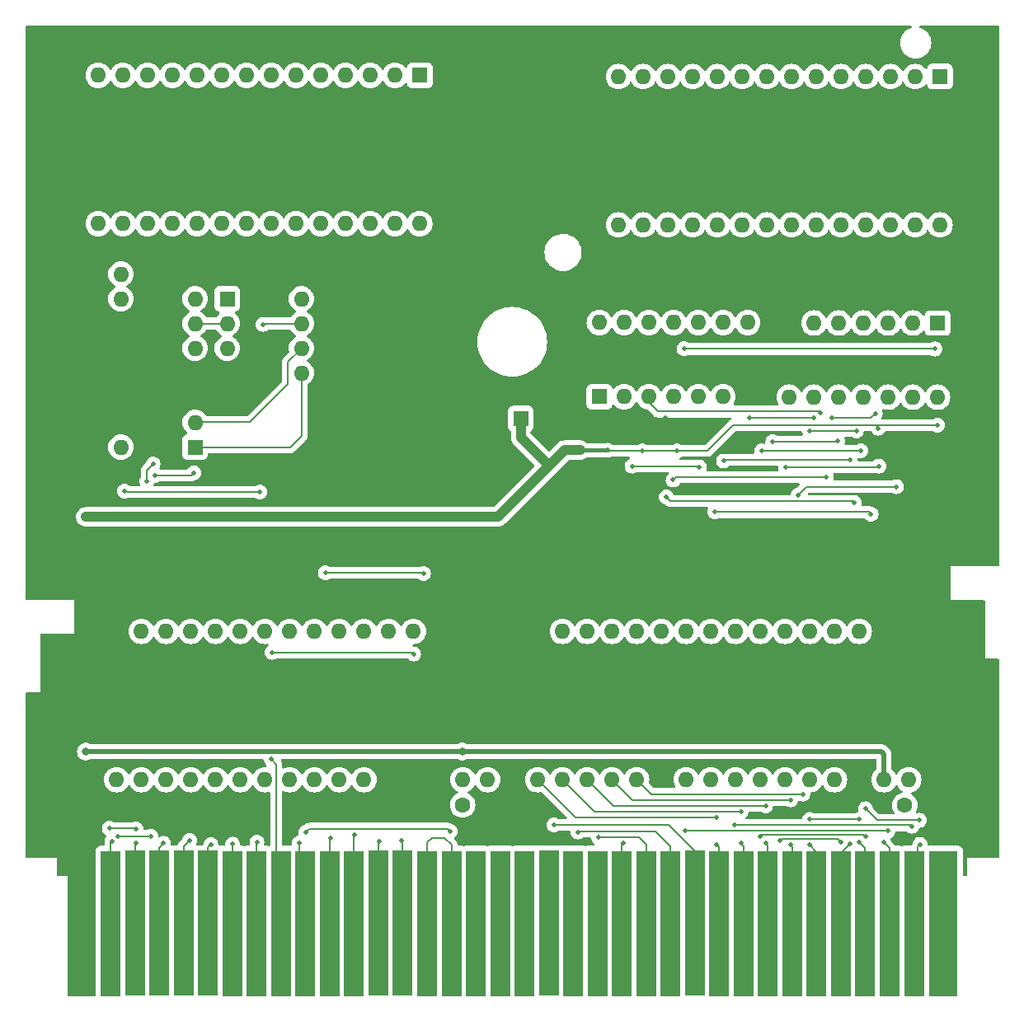
<source format=gbr>
%TF.GenerationSoftware,KiCad,Pcbnew,(7.0.0)*%
%TF.CreationDate,2023-06-26T18:42:24-07:00*%
%TF.ProjectId,AS-NES-Mapper474,41532d4e-4553-42d4-9d61-707065723437,rev?*%
%TF.SameCoordinates,Original*%
%TF.FileFunction,Copper,L2,Bot*%
%TF.FilePolarity,Positive*%
%FSLAX46Y46*%
G04 Gerber Fmt 4.6, Leading zero omitted, Abs format (unit mm)*
G04 Created by KiCad (PCBNEW (7.0.0)) date 2023-06-26 18:42:24*
%MOMM*%
%LPD*%
G01*
G04 APERTURE LIST*
%TA.AperFunction,ComponentPad*%
%ADD10C,1.600000*%
%TD*%
%TA.AperFunction,ComponentPad*%
%ADD11R,1.600000X1.600000*%
%TD*%
%TA.AperFunction,ComponentPad*%
%ADD12O,1.600000X1.600000*%
%TD*%
%TA.AperFunction,SMDPad,CuDef*%
%ADD13R,3.000000X15.000000*%
%TD*%
%TA.AperFunction,SMDPad,CuDef*%
%ADD14R,2.000000X15.000000*%
%TD*%
%TA.AperFunction,ViaPad*%
%ADD15C,0.500000*%
%TD*%
%TA.AperFunction,ViaPad*%
%ADD16C,0.800000*%
%TD*%
%TA.AperFunction,Conductor*%
%ADD17C,0.200000*%
%TD*%
%TA.AperFunction,Conductor*%
%ADD18C,0.500000*%
%TD*%
%TA.AperFunction,Conductor*%
%ADD19C,1.000000*%
%TD*%
%TA.AperFunction,Conductor*%
%ADD20C,0.400000*%
%TD*%
G04 APERTURE END LIST*
D10*
%TO.P,C2,1*%
%TO.N,VCC*%
X142850000Y-127770000D03*
%TO.P,C2,2*%
%TO.N,GND*%
X140350000Y-127770000D03*
%TD*%
D11*
%TO.P,U2,1,NC*%
%TO.N,GND*%
X100006699Y-109889999D03*
D12*
%TO.P,U2,2,A16*%
X97466699Y-109889999D03*
%TO.P,U2,3,A15*%
X94926699Y-109889999D03*
%TO.P,U2,4,A12*%
%TO.N,/PPU_A12*%
X92386699Y-109889999D03*
%TO.P,U2,5,A7*%
%TO.N,/PPU_A7*%
X89846699Y-109889999D03*
%TO.P,U2,6,A6*%
%TO.N,/PPU_A6*%
X87306699Y-109889999D03*
%TO.P,U2,7,A5*%
%TO.N,/PPU_A5*%
X84766699Y-109889999D03*
%TO.P,U2,8,A4*%
%TO.N,/PPU_A4*%
X82226699Y-109889999D03*
%TO.P,U2,9,A3*%
%TO.N,/PPU_A3*%
X79686699Y-109889999D03*
%TO.P,U2,10,A2*%
%TO.N,/PPU_A2*%
X77146699Y-109889999D03*
%TO.P,U2,11,A1*%
%TO.N,/PPU_A1*%
X74606699Y-109889999D03*
%TO.P,U2,12,A0*%
%TO.N,/PPU_A0*%
X72066699Y-109889999D03*
%TO.P,U2,13,D0*%
%TO.N,/PPU_D0*%
X69526699Y-109889999D03*
%TO.P,U2,14,D1*%
%TO.N,/PPU_D1*%
X66986699Y-109889999D03*
%TO.P,U2,15,D2*%
%TO.N,/PPU_D2*%
X64446699Y-109889999D03*
%TO.P,U2,16,GND*%
%TO.N,GND*%
X61906699Y-109889999D03*
%TO.P,U2,17,D3*%
%TO.N,/PPU_D3*%
X61906699Y-125129999D03*
%TO.P,U2,18,D4*%
%TO.N,/PPU_D4*%
X64446699Y-125129999D03*
%TO.P,U2,19,D5*%
%TO.N,/PPU_D5*%
X66986699Y-125129999D03*
%TO.P,U2,20,D6*%
%TO.N,/PPU_D6*%
X69526699Y-125129999D03*
%TO.P,U2,21,D7*%
%TO.N,/PPU_D7*%
X72066699Y-125129999D03*
%TO.P,U2,22,CE*%
%TO.N,/PPU_A13*%
X74606699Y-125129999D03*
%TO.P,U2,23,A10*%
%TO.N,/PPU_A10*%
X77146699Y-125129999D03*
%TO.P,U2,24,OE*%
%TO.N,/PPU_~{RD}*%
X79686699Y-125129999D03*
%TO.P,U2,25,A11*%
%TO.N,/PPU_A11*%
X82226699Y-125129999D03*
%TO.P,U2,26,A9*%
%TO.N,/PPU_A9*%
X84766699Y-125129999D03*
%TO.P,U2,27,A8*%
%TO.N,/PPU_A8*%
X87306699Y-125129999D03*
%TO.P,U2,28,A13*%
%TO.N,GND*%
X89846699Y-125129999D03*
%TO.P,U2,29,A14*%
X92386699Y-125129999D03*
%TO.P,U2,30,NC*%
X94926699Y-125129999D03*
%TO.P,U2,31,PGM*%
%TO.N,VCC*%
X97466699Y-125129999D03*
%TO.P,U2,32,VCC*%
X100006699Y-125129999D03*
%TD*%
D13*
%TO.P,J1,37,SYSTEM_CLK*%
%TO.N,unconnected-(J1-SYSTEM_CLK-Pad37)*%
X146786599Y-139928599D03*
D14*
%TO.P,J1,38,M2*%
%TO.N,/M2*%
X143786599Y-139903599D03*
%TO.P,J1,39,CPU_A12*%
%TO.N,/CPU_A12*%
X141286599Y-139903599D03*
%TO.P,J1,40,CPU_A13*%
%TO.N,/CPU_A13*%
X138786599Y-139903599D03*
%TO.P,J1,41,CPU_A14*%
%TO.N,/CPU_A14*%
X136286599Y-139903599D03*
%TO.P,J1,42,CPU_D7*%
%TO.N,/CPU_D7*%
X133786599Y-139903599D03*
%TO.P,J1,43,CPU_D6*%
%TO.N,/CPU_D6*%
X131286599Y-139903599D03*
%TO.P,J1,44,CPU_D5*%
%TO.N,/CPU_D5*%
X128786599Y-139903599D03*
%TO.P,J1,45,CPU_D4*%
%TO.N,/CPU_D4*%
X126286599Y-139903599D03*
%TO.P,J1,46,CPU_D3*%
%TO.N,/CPU_D3*%
X123786599Y-139928599D03*
%TO.P,J1,47,CPU_D2*%
%TO.N,/CPU_D2*%
X121286599Y-139878599D03*
%TO.P,J1,48,CPU_D1*%
%TO.N,/CPU_D1*%
X118786599Y-139928599D03*
%TO.P,J1,49,CPU_D0*%
%TO.N,/CPU_D0*%
X116286599Y-139903599D03*
%TO.P,J1,50,~{ROMSEL}*%
%TO.N,/~{ROMSEL}*%
X113786599Y-139928599D03*
%TO.P,J1,51,EXP_9*%
%TO.N,unconnected-(J1-EXP_9-Pad51)*%
X111286599Y-139928599D03*
%TO.P,J1,52,EXP_8*%
%TO.N,unconnected-(J1-EXP_8-Pad52)*%
X108786599Y-139903599D03*
%TO.P,J1,53,EXP_7*%
%TO.N,unconnected-(J1-EXP_7-Pad53)*%
X106286599Y-139878599D03*
%TO.P,J1,54,EXP_6*%
%TO.N,unconnected-(J1-EXP_6-Pad54)*%
X103786599Y-139903599D03*
%TO.P,J1,55,EXP_5*%
%TO.N,unconnected-(J1-EXP_5-Pad55)*%
X101286599Y-139903599D03*
%TO.P,J1,56,PPU_~{WR}*%
%TO.N,unconnected-(J1-PPU_~{WR}-Pad56)*%
X98786599Y-139903599D03*
%TO.P,J1,57,CIRAM_~{CE}*%
%TO.N,Net-(J1-CIRAM_~{CE})*%
X96286599Y-139903599D03*
%TO.P,J1,58,PPU_~{A13}*%
X93786599Y-139903599D03*
%TO.P,J1,59,PPU_A7*%
%TO.N,/PPU_A7*%
X91286599Y-139878599D03*
%TO.P,J1,60,PPU_A8*%
%TO.N,/PPU_A8*%
X88786599Y-139878599D03*
%TO.P,J1,61,PPU_A9*%
%TO.N,/PPU_A9*%
X86286599Y-139903599D03*
%TO.P,J1,62,PPU_A11*%
%TO.N,/PPU_A11*%
X83786599Y-139903599D03*
%TO.P,J1,63,PPU_A10*%
%TO.N,/PPU_A10*%
X81286599Y-139903599D03*
%TO.P,J1,64,PPU_A12*%
%TO.N,/PPU_A12*%
X78786599Y-139928599D03*
%TO.P,J1,65,PPU_A13*%
%TO.N,/PPU_A13*%
X76286599Y-139928599D03*
%TO.P,J1,66,PPU_D7*%
%TO.N,/PPU_D7*%
X73786599Y-139903599D03*
%TO.P,J1,67,PPU_D6*%
%TO.N,/PPU_D6*%
X71286599Y-139878599D03*
%TO.P,J1,68,PPU_D5*%
%TO.N,/PPU_D5*%
X68786599Y-139878599D03*
%TO.P,J1,69,PPU_D4*%
%TO.N,/PPU_D4*%
X66286599Y-139878599D03*
%TO.P,J1,70,CIC_+RST*%
%TO.N,/CIC_RST*%
X63786599Y-139878599D03*
%TO.P,J1,71,CIC_CLK*%
%TO.N,/CIC_CLK*%
X61286599Y-139903599D03*
D13*
%TO.P,J1,72,GND*%
%TO.N,GND*%
X58286599Y-139903599D03*
%TD*%
D11*
%TO.P,U5,1,P0.0*%
%TO.N,/CIC_MB*%
X69969999Y-90959999D03*
D12*
%TO.P,U5,2,P0.1*%
%TO.N,/CIC_CART*%
X69969999Y-88419999D03*
%TO.P,U5,3,P0.2*%
%TO.N,GND*%
X69969999Y-85879999D03*
%TO.P,U5,4,P0.3*%
X69969999Y-83339999D03*
%TO.P,U5,5,XOUT*%
%TO.N,unconnected-(U5-XOUT-Pad5)*%
X69969999Y-80799999D03*
%TO.P,U5,6,XIN*%
%TO.N,/CIC_CLK*%
X69969999Y-78259999D03*
%TO.P,U5,7,RESET*%
%TO.N,/CIC_RESET*%
X69969999Y-75719999D03*
%TO.P,U5,8,GND*%
%TO.N,GND*%
X69969999Y-73179999D03*
%TO.P,U5,9,P1.0*%
%TO.N,unconnected-(U5-P1.0-Pad9)*%
X62349999Y-73179999D03*
%TO.P,U5,10,P1.1*%
%TO.N,unconnected-(U5-P1.1-Pad10)*%
X62349999Y-75719999D03*
%TO.P,U5,11,P1.2*%
%TO.N,GND*%
X62349999Y-78259999D03*
%TO.P,U5,12,P1.3*%
X62349999Y-80799999D03*
%TO.P,U5,13,P2.0*%
X62349999Y-83339999D03*
%TO.P,U5,14,P2.1*%
X62349999Y-85879999D03*
%TO.P,U5,15,P2.2*%
X62349999Y-88419999D03*
%TO.P,U5,16,VCC*%
%TO.N,VCC*%
X62349999Y-90959999D03*
%TD*%
D11*
%TO.P,C1,1*%
%TO.N,VCC*%
X103405112Y-88029999D03*
D10*
%TO.P,C1,2*%
%TO.N,GND*%
X100905113Y-88030000D03*
%TD*%
D11*
%TO.P,U1,1,A18*%
%TO.N,GND*%
X143249999Y-109889999D03*
D12*
%TO.P,U1,2,A16*%
X140709999Y-109889999D03*
%TO.P,U1,3,A15*%
%TO.N,/PRG_A15*%
X138169999Y-109889999D03*
%TO.P,U1,4,A12*%
%TO.N,/CPU_A12*%
X135629999Y-109889999D03*
%TO.P,U1,5,A7*%
%TO.N,/CPU_A7*%
X133089999Y-109889999D03*
%TO.P,U1,6,A6*%
%TO.N,/CPU_A6*%
X130549999Y-109889999D03*
%TO.P,U1,7,A5*%
%TO.N,/CPU_A5*%
X128009999Y-109889999D03*
%TO.P,U1,8,A4*%
%TO.N,/CPU_A4*%
X125469999Y-109889999D03*
%TO.P,U1,9,A3*%
%TO.N,/CPU_A3*%
X122929999Y-109889999D03*
%TO.P,U1,10,A2*%
%TO.N,/CPU_A2*%
X120389999Y-109889999D03*
%TO.P,U1,11,A1*%
%TO.N,/CPU_A1*%
X117849999Y-109889999D03*
%TO.P,U1,12,A0*%
%TO.N,/CPU_A0*%
X115309999Y-109889999D03*
%TO.P,U1,13,D0*%
%TO.N,/CPU_D0*%
X112769999Y-109889999D03*
%TO.P,U1,14,D1*%
%TO.N,/CPU_D1*%
X110229999Y-109889999D03*
%TO.P,U1,15,D2*%
%TO.N,/CPU_D2*%
X107689999Y-109889999D03*
%TO.P,U1,16,GND*%
%TO.N,GND*%
X105149999Y-109889999D03*
%TO.P,U1,17,D3*%
%TO.N,/CPU_D3*%
X105149999Y-125129999D03*
%TO.P,U1,18,D4*%
%TO.N,/CPU_D4*%
X107689999Y-125129999D03*
%TO.P,U1,19,D5*%
%TO.N,/CPU_D5*%
X110229999Y-125129999D03*
%TO.P,U1,20,D6*%
%TO.N,/CPU_D6*%
X112769999Y-125129999D03*
%TO.P,U1,21,D7*%
%TO.N,/CPU_D7*%
X115309999Y-125129999D03*
%TO.P,U1,22,CE*%
%TO.N,GND*%
X117849999Y-125129999D03*
%TO.P,U1,23,A10*%
%TO.N,/CPU_A10*%
X120389999Y-125129999D03*
%TO.P,U1,24,OE*%
%TO.N,/~{OE}*%
X122929999Y-125129999D03*
%TO.P,U1,25,A11*%
%TO.N,/CPU_A11*%
X125469999Y-125129999D03*
%TO.P,U1,26,A9*%
%TO.N,/CPU_A9*%
X128009999Y-125129999D03*
%TO.P,U1,27,A8*%
%TO.N,/CPU_A8*%
X130549999Y-125129999D03*
%TO.P,U1,28,A13*%
%TO.N,/CPU_A13*%
X133089999Y-125129999D03*
%TO.P,U1,29,A14*%
%TO.N,/CPU_A14*%
X135629999Y-125129999D03*
%TO.P,U1,30,A17*%
%TO.N,GND*%
X138169999Y-125129999D03*
%TO.P,U1,31,PGM*%
%TO.N,VCC*%
X140709999Y-125129999D03*
%TO.P,U1,32,VCC*%
X143249999Y-125129999D03*
%TD*%
D11*
%TO.P,U4,1,OR_out*%
%TO.N,/CPU_OR_A5_TO_A13*%
X146214999Y-78209999D03*
D12*
%TO.P,U4,2*%
%TO.N,/CPU_A13*%
X143674999Y-78209999D03*
%TO.P,U4,3*%
%TO.N,/CPU_A12*%
X141134999Y-78209999D03*
%TO.P,U4,4*%
%TO.N,/CPU_A11*%
X138594999Y-78209999D03*
%TO.P,U4,5*%
%TO.N,/CPU_A10*%
X136054999Y-78209999D03*
%TO.P,U4,6*%
%TO.N,N/C*%
X133514999Y-78209999D03*
%TO.P,U4,7,Vss*%
%TO.N,GND*%
X130974999Y-78209999D03*
%TO.P,U4,8*%
%TO.N,N/C*%
X130974999Y-85829999D03*
%TO.P,U4,9*%
%TO.N,/CPU_A9*%
X133514999Y-85829999D03*
%TO.P,U4,10*%
%TO.N,/CPU_A8*%
X136054999Y-85829999D03*
%TO.P,U4,11*%
%TO.N,/CPU_A7*%
X138594999Y-85829999D03*
%TO.P,U4,12*%
%TO.N,/CPU_A5_OR_A6*%
X141134999Y-85829999D03*
%TO.P,U4,13,NOR_out*%
%TO.N,unconnected-(U4-NOR_out-Pad13)*%
X143674999Y-85829999D03*
%TO.P,U4,14,Vdd*%
%TO.N,VCC*%
X146214999Y-85829999D03*
%TD*%
D10*
%TO.P,C3,1*%
%TO.N,VCC*%
X97440000Y-127720000D03*
%TO.P,C3,2*%
%TO.N,GND*%
X94940000Y-127720000D03*
%TD*%
D11*
%TO.P,U10,1,A14*%
%TO.N,unconnected-(U10-A14-Pad1)*%
X146459999Y-52884999D03*
D12*
%TO.P,U10,2,A12*%
%TO.N,unconnected-(U10-A12-Pad2)*%
X143919999Y-52884999D03*
%TO.P,U10,3,A7*%
%TO.N,unconnected-(U10-A7-Pad3)*%
X141379999Y-52884999D03*
%TO.P,U10,4,A6*%
%TO.N,unconnected-(U10-A6-Pad4)*%
X138839999Y-52884999D03*
%TO.P,U10,5,A5*%
%TO.N,unconnected-(U10-A5-Pad5)*%
X136299999Y-52884999D03*
%TO.P,U10,6,A4*%
%TO.N,unconnected-(U10-A4-Pad6)*%
X133759999Y-52884999D03*
%TO.P,U10,7,A3*%
%TO.N,unconnected-(U10-A3-Pad7)*%
X131219999Y-52884999D03*
%TO.P,U10,8,A2*%
%TO.N,unconnected-(U10-A2-Pad8)*%
X128679999Y-52884999D03*
%TO.P,U10,9,A1*%
%TO.N,unconnected-(U10-A1-Pad9)*%
X126139999Y-52884999D03*
%TO.P,U10,10,A0*%
%TO.N,unconnected-(U10-A0-Pad10)*%
X123599999Y-52884999D03*
%TO.P,U10,11,D0*%
%TO.N,unconnected-(U10-D0-Pad11)*%
X121059999Y-52884999D03*
%TO.P,U10,12,D1*%
%TO.N,unconnected-(U10-D1-Pad12)*%
X118519999Y-52884999D03*
%TO.P,U10,13,D2*%
%TO.N,unconnected-(U10-D2-Pad13)*%
X115979999Y-52884999D03*
%TO.P,U10,14,GND*%
%TO.N,unconnected-(U10-GND-Pad14)*%
X113439999Y-52884999D03*
%TO.P,U10,15,D3*%
%TO.N,unconnected-(U10-D3-Pad15)*%
X113439999Y-68124999D03*
%TO.P,U10,16,D4*%
%TO.N,unconnected-(U10-D4-Pad16)*%
X115979999Y-68124999D03*
%TO.P,U10,17,D5*%
%TO.N,unconnected-(U10-D5-Pad17)*%
X118519999Y-68124999D03*
%TO.P,U10,18,D6*%
%TO.N,unconnected-(U10-D6-Pad18)*%
X121059999Y-68124999D03*
%TO.P,U10,19,D7*%
%TO.N,unconnected-(U10-D7-Pad19)*%
X123599999Y-68124999D03*
%TO.P,U10,20,~{CS}*%
%TO.N,unconnected-(U10-~{CS}-Pad20)*%
X126139999Y-68124999D03*
%TO.P,U10,21,A10*%
%TO.N,unconnected-(U10-A10-Pad21)*%
X128679999Y-68124999D03*
%TO.P,U10,22,~{OE}*%
%TO.N,unconnected-(U10-~{OE}-Pad22)*%
X131219999Y-68124999D03*
%TO.P,U10,23,A11*%
%TO.N,unconnected-(U10-A11-Pad23)*%
X133759999Y-68124999D03*
%TO.P,U10,24,A9*%
%TO.N,unconnected-(U10-A9-Pad24)*%
X136299999Y-68124999D03*
%TO.P,U10,25,A8*%
%TO.N,unconnected-(U10-A8-Pad25)*%
X138839999Y-68124999D03*
%TO.P,U10,26,A13*%
%TO.N,unconnected-(U10-A13-Pad26)*%
X141379999Y-68124999D03*
%TO.P,U10,27,~{WE}*%
%TO.N,unconnected-(U10-~{WE}-Pad27)*%
X143919999Y-68124999D03*
%TO.P,U10,28,VCC*%
%TO.N,unconnected-(U10-VCC-Pad28)*%
X146459999Y-68124999D03*
%TD*%
D11*
%TO.P,U6,1,~{RESET}/PB5*%
%TO.N,unconnected-(U6-~{RESET}{slash}PB5-Pad1)*%
X73259999Y-75719999D03*
D12*
%TO.P,U6,2,PB3*%
%TO.N,/CIC_CLK*%
X73259999Y-78259999D03*
%TO.P,U6,3,PB4*%
%TO.N,unconnected-(U6-PB4-Pad3)*%
X73259999Y-80799999D03*
%TO.P,U6,4,GND*%
%TO.N,GND*%
X73259999Y-83339999D03*
%TO.P,U6,5,PB0*%
%TO.N,/CIC_MB*%
X80879999Y-83339999D03*
%TO.P,U6,6,PB1*%
%TO.N,/CIC_CART*%
X80879999Y-80799999D03*
%TO.P,U6,7,PB2*%
%TO.N,/CIC_RST*%
X80879999Y-78259999D03*
%TO.P,U6,8,VCC*%
%TO.N,VCC*%
X80879999Y-75719999D03*
%TD*%
D11*
%TO.P,U9,1,A14*%
%TO.N,unconnected-(U9-A14-Pad1)*%
X93039999Y-52754999D03*
D12*
%TO.P,U9,2,A12*%
%TO.N,unconnected-(U9-A12-Pad2)*%
X90499999Y-52754999D03*
%TO.P,U9,3,A7*%
%TO.N,unconnected-(U9-A7-Pad3)*%
X87959999Y-52754999D03*
%TO.P,U9,4,A6*%
%TO.N,unconnected-(U9-A6-Pad4)*%
X85419999Y-52754999D03*
%TO.P,U9,5,A5*%
%TO.N,unconnected-(U9-A5-Pad5)*%
X82879999Y-52754999D03*
%TO.P,U9,6,A4*%
%TO.N,unconnected-(U9-A4-Pad6)*%
X80339999Y-52754999D03*
%TO.P,U9,7,A3*%
%TO.N,unconnected-(U9-A3-Pad7)*%
X77799999Y-52754999D03*
%TO.P,U9,8,A2*%
%TO.N,unconnected-(U9-A2-Pad8)*%
X75259999Y-52754999D03*
%TO.P,U9,9,A1*%
%TO.N,unconnected-(U9-A1-Pad9)*%
X72719999Y-52754999D03*
%TO.P,U9,10,A0*%
%TO.N,unconnected-(U9-A0-Pad10)*%
X70179999Y-52754999D03*
%TO.P,U9,11,D0*%
%TO.N,unconnected-(U9-D0-Pad11)*%
X67639999Y-52754999D03*
%TO.P,U9,12,D1*%
%TO.N,unconnected-(U9-D1-Pad12)*%
X65099999Y-52754999D03*
%TO.P,U9,13,D2*%
%TO.N,unconnected-(U9-D2-Pad13)*%
X62559999Y-52754999D03*
%TO.P,U9,14,GND*%
%TO.N,unconnected-(U9-GND-Pad14)*%
X60019999Y-52754999D03*
%TO.P,U9,15,D3*%
%TO.N,unconnected-(U9-D3-Pad15)*%
X60019999Y-67994999D03*
%TO.P,U9,16,D4*%
%TO.N,unconnected-(U9-D4-Pad16)*%
X62559999Y-67994999D03*
%TO.P,U9,17,D5*%
%TO.N,unconnected-(U9-D5-Pad17)*%
X65099999Y-67994999D03*
%TO.P,U9,18,D6*%
%TO.N,unconnected-(U9-D6-Pad18)*%
X67639999Y-67994999D03*
%TO.P,U9,19,D7*%
%TO.N,unconnected-(U9-D7-Pad19)*%
X70179999Y-67994999D03*
%TO.P,U9,20,~{CS}*%
%TO.N,unconnected-(U9-~{CS}-Pad20)*%
X72719999Y-67994999D03*
%TO.P,U9,21,A10*%
%TO.N,unconnected-(U9-A10-Pad21)*%
X75259999Y-67994999D03*
%TO.P,U9,22,~{OE}*%
%TO.N,unconnected-(U9-~{OE}-Pad22)*%
X77799999Y-67994999D03*
%TO.P,U9,23,A11*%
%TO.N,unconnected-(U9-A11-Pad23)*%
X80339999Y-67994999D03*
%TO.P,U9,24,A9*%
%TO.N,unconnected-(U9-A9-Pad24)*%
X82879999Y-67994999D03*
%TO.P,U9,25,A8*%
%TO.N,unconnected-(U9-A8-Pad25)*%
X85419999Y-67994999D03*
%TO.P,U9,26,A13*%
%TO.N,unconnected-(U9-A13-Pad26)*%
X87959999Y-67994999D03*
%TO.P,U9,27,~{WE}*%
%TO.N,unconnected-(U9-~{WE}-Pad27)*%
X90499999Y-67994999D03*
%TO.P,U9,28,VCC*%
%TO.N,unconnected-(U9-VCC-Pad28)*%
X93039999Y-67994999D03*
%TD*%
D11*
%TO.P,U11,1*%
%TO.N,/ALTOE*%
X111474999Y-85779999D03*
D12*
%TO.P,U11,2*%
%TO.N,/~{ROMSEL}*%
X114014999Y-85779999D03*
%TO.P,U11,3*%
%TO.N,/CPU_A14*%
X116554999Y-85779999D03*
%TO.P,U11,4*%
%TO.N,/CPU_OR_A5_TO_A13*%
X119094999Y-85779999D03*
%TO.P,U11,5*%
%TO.N,/M2*%
X121634999Y-85779999D03*
%TO.P,U11,6*%
%TO.N,N/C*%
X124174999Y-85779999D03*
%TO.P,U11,7,Vss*%
%TO.N,GND*%
X126714999Y-85779999D03*
%TO.P,U11,8*%
%TO.N,N/C*%
X126714999Y-78159999D03*
%TO.P,U11,9*%
X124174999Y-78159999D03*
%TO.P,U11,10*%
X121634999Y-78159999D03*
%TO.P,U11,11*%
X119094999Y-78159999D03*
%TO.P,U11,12*%
X116554999Y-78159999D03*
%TO.P,U11,13*%
X114014999Y-78159999D03*
%TO.P,U11,14,Vdd*%
%TO.N,VCC*%
X111474999Y-78159999D03*
%TD*%
D15*
%TO.N,/CIC_CLK*%
X65020000Y-94459500D03*
X65650000Y-92700000D03*
X61410000Y-131440000D03*
%TO.N,GND*%
X141130000Y-92400000D03*
X121400000Y-89340000D03*
X144250000Y-93800000D03*
X118260000Y-87930000D03*
X128090000Y-89940000D03*
X125400000Y-90440000D03*
X88570000Y-89010000D03*
X138380000Y-94030000D03*
X111330000Y-87990000D03*
X123510000Y-88620000D03*
X140350000Y-96670000D03*
X109930000Y-93950000D03*
X114830000Y-87880000D03*
%TO.N,/CIC_MB*%
X69840000Y-93590000D03*
X65870000Y-93860000D03*
%TO.N,/CIC_RST*%
X62730000Y-95480000D03*
X63896200Y-131630000D03*
X63896200Y-130210000D03*
X76940000Y-78350000D03*
X76630000Y-95570000D03*
X61152109Y-130127891D03*
D16*
%TO.N,VCC*%
X77810000Y-98140000D03*
X58750000Y-98140000D03*
D15*
X115910000Y-91360000D03*
X119470000Y-91360000D03*
X146215000Y-88700000D03*
D16*
X58750000Y-122250000D03*
D15*
X112310000Y-91280000D03*
D16*
X97390000Y-122250000D03*
D15*
X140110000Y-89010000D03*
X109500000Y-91280000D03*
%TO.N,/PRG_A15*%
X118360000Y-96100000D03*
X137670000Y-96640000D03*
%TO.N,/CPU_A12*%
X139810000Y-87510000D03*
X135390000Y-87970000D03*
X140687100Y-131550000D03*
%TO.N,/CPU_A7*%
X137860000Y-89310000D03*
X133080000Y-89310000D03*
%TO.N,/CPU_A6*%
X140170000Y-92910000D03*
X130600000Y-93020000D03*
%TO.N,/CPU_A5*%
X138300000Y-91340000D03*
X128160000Y-91350000D03*
%TO.N,/CPU_D0*%
X111380000Y-131060000D03*
%TO.N,/CPU_D1*%
X109290000Y-130510000D03*
%TO.N,/CPU_D2*%
X106810000Y-129780000D03*
%TO.N,/CPU_D3*%
X123480500Y-131770000D03*
X123480500Y-129008000D03*
%TO.N,/CPU_D4*%
X126020500Y-128408500D03*
X126020500Y-131670000D03*
%TO.N,/CPU_D5*%
X128560500Y-131650000D03*
X128550000Y-127809000D03*
%TO.N,/CPU_D6*%
X131100000Y-131849500D03*
X131100000Y-127209500D03*
%TO.N,/CPU_D7*%
X133080000Y-131849500D03*
X132360000Y-126610000D03*
%TO.N,/CPU_A10*%
X120280000Y-130340000D03*
X141120000Y-130410000D03*
X119060000Y-94340000D03*
X134780000Y-94050000D03*
%TO.N,/~{OE}*%
X121760000Y-93000000D03*
X114830000Y-92910000D03*
%TO.N,/CPU_A11*%
X137210000Y-92250000D03*
X124230000Y-92390000D03*
X143600000Y-129920000D03*
X125390000Y-129750500D03*
%TO.N,/CPU_A9*%
X138790000Y-131000000D03*
X127960000Y-130950000D03*
X133510000Y-87909500D03*
X126870000Y-87910000D03*
%TO.N,/CPU_A8*%
X136280000Y-131560000D03*
X135930000Y-90360000D03*
X129290000Y-90390000D03*
X130010000Y-131399500D03*
%TO.N,/CPU_A13*%
X131880000Y-95880000D03*
X133090000Y-129210500D03*
X138170000Y-129210500D03*
X142000000Y-95020000D03*
X138170000Y-131560000D03*
%TO.N,/CPU_A14*%
X137180000Y-131740000D03*
X134180500Y-87410000D03*
%TO.N,/PPU_A12*%
X77880000Y-112040000D03*
X92400000Y-112210000D03*
X77770000Y-123030000D03*
%TO.N,/PPU_A7*%
X91160000Y-131350000D03*
%TO.N,/PPU_D3*%
X65420000Y-130950000D03*
X62080000Y-130920000D03*
%TO.N,/PPU_D4*%
X66730000Y-131680000D03*
%TO.N,/PPU_D5*%
X69386100Y-131370000D03*
%TO.N,/PPU_D6*%
X71580000Y-131800000D03*
%TO.N,/PPU_D7*%
X73830000Y-131760000D03*
%TO.N,/PPU_A13*%
X76310000Y-131560000D03*
%TO.N,/PPU_A10*%
X80680000Y-131620000D03*
%TO.N,/PPU_~{RD}*%
X96180000Y-130440000D03*
X81320000Y-130550000D03*
%TO.N,/PPU_A11*%
X83860000Y-131130000D03*
%TO.N,/PPU_A9*%
X86310000Y-130770000D03*
%TO.N,/PPU_A8*%
X88890000Y-131460000D03*
%TO.N,/~{ROMSEL}*%
X113910000Y-131680000D03*
%TO.N,/CPU_OR_A5_TO_A13*%
X145960000Y-80880000D03*
X120170000Y-80860000D03*
%TO.N,/M2*%
X144350000Y-129300000D03*
X138800000Y-128120000D03*
X123320000Y-97630000D03*
X144410000Y-131770000D03*
X139380000Y-97860000D03*
%TO.N,/CIRAM_A10*%
X83340000Y-103870000D03*
X93410000Y-103960000D03*
%TD*%
D17*
%TO.N,/CIC_CLK*%
X65020000Y-94459500D02*
X65020000Y-93330000D01*
X69970000Y-78260000D02*
X73260000Y-78260000D01*
X65020000Y-93330000D02*
X65650000Y-92700000D01*
X61286600Y-139903600D02*
X61286600Y-131563400D01*
X61286600Y-131563400D02*
X61410000Y-131440000D01*
%TO.N,GND*%
X73740000Y-83420000D02*
X69970000Y-83420000D01*
%TO.N,/CIC_MB*%
X69570000Y-93860000D02*
X69840000Y-93590000D01*
X80880000Y-89820000D02*
X79740000Y-90960000D01*
X80880000Y-83340000D02*
X80880000Y-89820000D01*
X79740000Y-90960000D02*
X69970000Y-90960000D01*
X65870000Y-93860000D02*
X69570000Y-93860000D01*
%TO.N,/CIC_CART*%
X80880000Y-80800000D02*
X79510000Y-82170000D01*
X70030000Y-88360000D02*
X75620000Y-88360000D01*
X79510000Y-82170000D02*
X79510000Y-84470000D01*
X79510000Y-84470000D02*
X75620000Y-88360000D01*
%TO.N,/CIC_RST*%
X61152109Y-130127891D02*
X63814091Y-130127891D01*
X77030000Y-78260000D02*
X80880000Y-78260000D01*
X76940000Y-78350000D02*
X77030000Y-78260000D01*
X62820000Y-95570000D02*
X62730000Y-95480000D01*
X76630000Y-95570000D02*
X62820000Y-95570000D01*
X63786600Y-139878600D02*
X63786600Y-131739600D01*
X63814091Y-130127891D02*
X63896200Y-130210000D01*
X63786600Y-131739600D02*
X63896200Y-131630000D01*
D18*
%TO.N,VCC*%
X140710000Y-122480000D02*
X140710000Y-125130000D01*
D17*
X115910000Y-91360000D02*
X119470000Y-91360000D01*
D18*
X140480000Y-122250000D02*
X140710000Y-122480000D01*
D19*
X103405113Y-88030000D02*
X103405113Y-89975113D01*
D17*
X139700000Y-88710000D02*
X146205000Y-88710000D01*
X112390000Y-91360000D02*
X112310000Y-91280000D01*
X115910000Y-91360000D02*
X112390000Y-91360000D01*
D19*
X107900000Y-91280000D02*
X106305000Y-92875000D01*
D17*
X125200000Y-88710000D02*
X139700000Y-88710000D01*
D19*
X77810000Y-98140000D02*
X58750000Y-98140000D01*
X103405113Y-89975113D02*
X106305000Y-92875000D01*
D17*
X146205000Y-88710000D02*
X146215000Y-88700000D01*
D20*
X109500000Y-91280000D02*
X112310000Y-91280000D01*
D17*
X122550000Y-91360000D02*
X125200000Y-88710000D01*
D19*
X101040000Y-98140000D02*
X77810000Y-98140000D01*
D18*
X97390000Y-122250000D02*
X58750000Y-122250000D01*
D19*
X109500000Y-91280000D02*
X107900000Y-91280000D01*
D17*
X139700000Y-88710000D02*
X139810000Y-88710000D01*
D19*
X106305000Y-92875000D02*
X101040000Y-98140000D01*
D18*
X97390000Y-122250000D02*
X140480000Y-122250000D01*
D17*
X119470000Y-91360000D02*
X122550000Y-91360000D01*
X139810000Y-88710000D02*
X140110000Y-89010000D01*
%TO.N,/PRG_A15*%
X118760000Y-96500000D02*
X137530000Y-96500000D01*
X137530000Y-96500000D02*
X137670000Y-96640000D01*
X118360000Y-96100000D02*
X118760000Y-96500000D01*
%TO.N,/CPU_A12*%
X141286600Y-132149500D02*
X140687100Y-131550000D01*
X135390000Y-87970000D02*
X139350000Y-87970000D01*
X139350000Y-87970000D02*
X139810000Y-87510000D01*
X141286600Y-139903600D02*
X141286600Y-132149500D01*
%TO.N,/CPU_A7*%
X137860000Y-89310000D02*
X133080000Y-89310000D01*
%TO.N,/CPU_A6*%
X140060000Y-93020000D02*
X140170000Y-92910000D01*
X130600000Y-93020000D02*
X140060000Y-93020000D01*
%TO.N,/CPU_A5*%
X128160000Y-91350000D02*
X138290000Y-91350000D01*
X138290000Y-91350000D02*
X138300000Y-91340000D01*
%TO.N,/CPU_D0*%
X115560000Y-131060000D02*
X116286600Y-131786600D01*
X111380000Y-131060000D02*
X115560000Y-131060000D01*
X116286600Y-131786600D02*
X116286600Y-139903600D01*
%TO.N,/CPU_D1*%
X109340000Y-130460000D02*
X117260000Y-130460000D01*
X118350000Y-131550000D02*
X118350000Y-131580000D01*
X117260000Y-130460000D02*
X118350000Y-131550000D01*
X118350000Y-131580000D02*
X118786600Y-132016600D01*
X109290000Y-130510000D02*
X109340000Y-130460000D01*
X118786600Y-132016600D02*
X118786600Y-139928600D01*
%TO.N,/CPU_D2*%
X118590000Y-129780000D02*
X121286600Y-132476600D01*
X106810000Y-129780000D02*
X118590000Y-129780000D01*
%TO.N,/CPU_D3*%
X109028000Y-129008000D02*
X105150000Y-125130000D01*
X123786600Y-132076100D02*
X123480500Y-131770000D01*
X123786600Y-139928600D02*
X123786600Y-132076100D01*
X123480500Y-129008000D02*
X109028000Y-129008000D01*
%TO.N,/CPU_D4*%
X126286600Y-131936100D02*
X126020500Y-131670000D01*
X110968500Y-128408500D02*
X107690000Y-125130000D01*
X126286600Y-139903600D02*
X126286600Y-131936100D01*
X126020500Y-128408500D02*
X110968500Y-128408500D01*
%TO.N,/CPU_D5*%
X128786600Y-131876100D02*
X128560500Y-131650000D01*
X112909000Y-127809000D02*
X110230000Y-125130000D01*
X128550000Y-127809000D02*
X112909000Y-127809000D01*
X128786600Y-139903600D02*
X128786600Y-131876100D01*
%TO.N,/CPU_D6*%
X114849500Y-127209500D02*
X112770000Y-125130000D01*
X131286600Y-139903600D02*
X131286600Y-132036100D01*
X131100000Y-127209500D02*
X114849500Y-127209500D01*
X131286600Y-132036100D02*
X131100000Y-131849500D01*
%TO.N,/CPU_D7*%
X115310000Y-125130000D02*
X116790000Y-126610000D01*
X133786600Y-132556100D02*
X133080000Y-131849500D01*
X116790000Y-126610000D02*
X132360000Y-126610000D01*
%TO.N,/CPU_A10*%
X134780000Y-94050000D02*
X119350000Y-94050000D01*
X141060000Y-130350000D02*
X120290000Y-130350000D01*
X120290000Y-130350000D02*
X120280000Y-130340000D01*
X141120000Y-130410000D02*
X141060000Y-130350000D01*
X119350000Y-94050000D02*
X119060000Y-94340000D01*
%TO.N,/~{OE}*%
X121670000Y-92910000D02*
X121760000Y-93000000D01*
X114830000Y-92910000D02*
X121670000Y-92910000D01*
%TO.N,/CPU_A11*%
X137210000Y-92250000D02*
X124370000Y-92250000D01*
X124370000Y-92250000D02*
X124230000Y-92390000D01*
X125449500Y-129810000D02*
X125390000Y-129750500D01*
X143600000Y-129920000D02*
X143490000Y-129810000D01*
X143490000Y-129810000D02*
X125449500Y-129810000D01*
%TO.N,/CPU_A9*%
X126870500Y-87909500D02*
X126870000Y-87910000D01*
X138590000Y-130800000D02*
X138790000Y-131000000D01*
X127960000Y-130950000D02*
X127960000Y-130910000D01*
X127960000Y-130910000D02*
X128070000Y-130800000D01*
X128070000Y-130800000D02*
X138590000Y-130800000D01*
X133510000Y-87909500D02*
X126870500Y-87909500D01*
%TO.N,/CPU_A8*%
X135970000Y-131250000D02*
X136280000Y-131560000D01*
X135900000Y-90390000D02*
X135930000Y-90360000D01*
X129290000Y-90390000D02*
X135900000Y-90390000D01*
X130159500Y-131250000D02*
X135970000Y-131250000D01*
X130159500Y-131250000D02*
X130010000Y-131399500D01*
%TO.N,/CPU_A13*%
X133090000Y-129210500D02*
X138170000Y-129210500D01*
X132740000Y-95020000D02*
X131880000Y-95880000D01*
X142000000Y-95020000D02*
X132740000Y-95020000D01*
X138170000Y-131560000D02*
X138786600Y-132176600D01*
X138786600Y-132176600D02*
X138786600Y-139903600D01*
%TO.N,/CPU_A14*%
X134080500Y-87310000D02*
X117500000Y-87310000D01*
X136286600Y-132633400D02*
X137180000Y-131740000D01*
X117500000Y-87310000D02*
X116555000Y-86365000D01*
X134180500Y-87410000D02*
X134080500Y-87310000D01*
%TO.N,/PPU_A12*%
X78296700Y-123556700D02*
X77770000Y-123030000D01*
X77880000Y-112040000D02*
X92230000Y-112040000D01*
X92230000Y-112040000D02*
X92400000Y-112210000D01*
X78296700Y-139438700D02*
X78296700Y-123556700D01*
%TO.N,/PPU_A7*%
X91160000Y-131350000D02*
X91286600Y-131476600D01*
X91286600Y-131476600D02*
X91286600Y-139878600D01*
%TO.N,/PPU_D3*%
X65390000Y-130920000D02*
X65420000Y-130950000D01*
X62080000Y-130920000D02*
X65390000Y-130920000D01*
%TO.N,/PPU_D4*%
X66730000Y-131680000D02*
X66286600Y-132123400D01*
X66286600Y-132123400D02*
X66286600Y-139878600D01*
%TO.N,/PPU_D5*%
X69386100Y-131370000D02*
X68786600Y-131969500D01*
X68786600Y-131969500D02*
X68786600Y-139878600D01*
%TO.N,/PPU_D6*%
X71286600Y-132093400D02*
X71286600Y-139878600D01*
X71580000Y-131800000D02*
X71286600Y-132093400D01*
%TO.N,/PPU_D7*%
X73786600Y-131803400D02*
X73786600Y-139903600D01*
X73830000Y-131760000D02*
X73786600Y-131803400D01*
%TO.N,/PPU_A13*%
X76286600Y-131583400D02*
X76286600Y-139928600D01*
X76310000Y-131560000D02*
X76286600Y-131583400D01*
%TO.N,/PPU_A10*%
X80680000Y-131620000D02*
X80680000Y-139297000D01*
%TO.N,/PPU_~{RD}*%
X81320000Y-130550000D02*
X81700000Y-130170000D01*
X95910000Y-130170000D02*
X96180000Y-130440000D01*
X81700000Y-130170000D02*
X95910000Y-130170000D01*
%TO.N,/PPU_A11*%
X83860000Y-131130000D02*
X83786600Y-131203400D01*
X83786600Y-131203400D02*
X83786600Y-139903600D01*
%TO.N,/PPU_A9*%
X86286600Y-130793400D02*
X86286600Y-139903600D01*
X86310000Y-130770000D02*
X86286600Y-130793400D01*
%TO.N,/PPU_A8*%
X88890000Y-131460000D02*
X88786600Y-131563400D01*
X88786600Y-131563400D02*
X88786600Y-139878600D01*
%TO.N,/~{ROMSEL}*%
X113786600Y-131803400D02*
X113786600Y-139928600D01*
X113910000Y-131680000D02*
X113786600Y-131803400D01*
%TO.N,/CPU_OR_A5_TO_A13*%
X120190000Y-80880000D02*
X120170000Y-80860000D01*
X145960000Y-80880000D02*
X120190000Y-80880000D01*
%TO.N,/M2*%
X123320000Y-97630000D02*
X139150000Y-97630000D01*
X144200000Y-131980000D02*
X144410000Y-131770000D01*
X138800000Y-128120000D02*
X139980000Y-129300000D01*
X144200000Y-139490200D02*
X144200000Y-131980000D01*
X139980000Y-129300000D02*
X144350000Y-129300000D01*
X139150000Y-97630000D02*
X139380000Y-97860000D01*
%TO.N,/CIRAM_A10*%
X93320000Y-103870000D02*
X93410000Y-103960000D01*
X83340000Y-103870000D02*
X93320000Y-103870000D01*
%TO.N,Net-(J1-CIRAM_~{CE})*%
X96286600Y-131806600D02*
X96286600Y-139903600D01*
X93786600Y-131593400D02*
X94270000Y-131110000D01*
X95590000Y-131110000D02*
X96286600Y-131806600D01*
X94270000Y-131110000D02*
X95590000Y-131110000D01*
X93786600Y-139903600D02*
X93786600Y-131593400D01*
%TD*%
%TA.AperFunction,Conductor*%
%TO.N,GND*%
G36*
X132264788Y-89332870D02*
G01*
X132309300Y-89372649D01*
X132330065Y-89428617D01*
X132335838Y-89479850D01*
X132338135Y-89486415D01*
X132338138Y-89486427D01*
X132383669Y-89616545D01*
X132389410Y-89674834D01*
X132367758Y-89729255D01*
X132323542Y-89767667D01*
X132266628Y-89781500D01*
X129782967Y-89781500D01*
X129716995Y-89762494D01*
X129658463Y-89725716D01*
X129621183Y-89702291D01*
X129614620Y-89699994D01*
X129614617Y-89699993D01*
X129466419Y-89648136D01*
X129466414Y-89648134D01*
X129459850Y-89645838D01*
X129452930Y-89645058D01*
X129452929Y-89645058D01*
X129296923Y-89627481D01*
X129290000Y-89626701D01*
X129283077Y-89627481D01*
X129127070Y-89645058D01*
X129127067Y-89645058D01*
X129120150Y-89645838D01*
X129113587Y-89648134D01*
X129113580Y-89648136D01*
X128965382Y-89699993D01*
X128965375Y-89699995D01*
X128958817Y-89702291D01*
X128952929Y-89705990D01*
X128952926Y-89705992D01*
X128819991Y-89789521D01*
X128819986Y-89789524D01*
X128814091Y-89793229D01*
X128809166Y-89798153D01*
X128809162Y-89798157D01*
X128698157Y-89909162D01*
X128698153Y-89909166D01*
X128693229Y-89914091D01*
X128689524Y-89919986D01*
X128689521Y-89919991D01*
X128605992Y-90052926D01*
X128605990Y-90052929D01*
X128602291Y-90058817D01*
X128599995Y-90065375D01*
X128599993Y-90065382D01*
X128548136Y-90213580D01*
X128548134Y-90213587D01*
X128545838Y-90220150D01*
X128545058Y-90227067D01*
X128545058Y-90227070D01*
X128532110Y-90341990D01*
X128526701Y-90390000D01*
X128527481Y-90396923D01*
X128527481Y-90396924D01*
X128538001Y-90490302D01*
X128529342Y-90551638D01*
X128492093Y-90601132D01*
X128435551Y-90626432D01*
X128373826Y-90621225D01*
X128336427Y-90608138D01*
X128336415Y-90608135D01*
X128329850Y-90605838D01*
X128322930Y-90605058D01*
X128322929Y-90605058D01*
X128166923Y-90587481D01*
X128160000Y-90586701D01*
X128153077Y-90587481D01*
X127997070Y-90605058D01*
X127997067Y-90605058D01*
X127990150Y-90605838D01*
X127983587Y-90608134D01*
X127983580Y-90608136D01*
X127835382Y-90659993D01*
X127835375Y-90659995D01*
X127828817Y-90662291D01*
X127822929Y-90665990D01*
X127822926Y-90665992D01*
X127689991Y-90749521D01*
X127689986Y-90749524D01*
X127684091Y-90753229D01*
X127679166Y-90758153D01*
X127679162Y-90758157D01*
X127568157Y-90869162D01*
X127568153Y-90869166D01*
X127563229Y-90874091D01*
X127559524Y-90879986D01*
X127559521Y-90879991D01*
X127475992Y-91012926D01*
X127475990Y-91012929D01*
X127472291Y-91018817D01*
X127469995Y-91025375D01*
X127469993Y-91025382D01*
X127418136Y-91173580D01*
X127418134Y-91173587D01*
X127415838Y-91180150D01*
X127415058Y-91187067D01*
X127415058Y-91187070D01*
X127414354Y-91193319D01*
X127396701Y-91350000D01*
X127397481Y-91356923D01*
X127414009Y-91503617D01*
X127402509Y-91571302D01*
X127356761Y-91622494D01*
X127290789Y-91641500D01*
X124418004Y-91641500D01*
X124401821Y-91640439D01*
X124370000Y-91636250D01*
X124361940Y-91637311D01*
X124359531Y-91637628D01*
X124329470Y-91637908D01*
X124236923Y-91627481D01*
X124230000Y-91626701D01*
X124223077Y-91627481D01*
X124067070Y-91645058D01*
X124067067Y-91645058D01*
X124060150Y-91645838D01*
X124053587Y-91648134D01*
X124053580Y-91648136D01*
X123905382Y-91699993D01*
X123905375Y-91699995D01*
X123898817Y-91702291D01*
X123892929Y-91705990D01*
X123892926Y-91705992D01*
X123759991Y-91789521D01*
X123759986Y-91789524D01*
X123754091Y-91793229D01*
X123749166Y-91798153D01*
X123749162Y-91798157D01*
X123638157Y-91909162D01*
X123638153Y-91909166D01*
X123633229Y-91914091D01*
X123629524Y-91919986D01*
X123629521Y-91919991D01*
X123545992Y-92052926D01*
X123545990Y-92052929D01*
X123542291Y-92058817D01*
X123539995Y-92065375D01*
X123539993Y-92065382D01*
X123488136Y-92213580D01*
X123488134Y-92213587D01*
X123485838Y-92220150D01*
X123485058Y-92227067D01*
X123485058Y-92227070D01*
X123474045Y-92324819D01*
X123466701Y-92390000D01*
X123467481Y-92396923D01*
X123484422Y-92547287D01*
X123485838Y-92559850D01*
X123488134Y-92566414D01*
X123488136Y-92566419D01*
X123537301Y-92706923D01*
X123542291Y-92721183D01*
X123545992Y-92727073D01*
X123628573Y-92858500D01*
X123633229Y-92865909D01*
X123754091Y-92986771D01*
X123898817Y-93077709D01*
X124060150Y-93134162D01*
X124230000Y-93153299D01*
X124399850Y-93134162D01*
X124561183Y-93077709D01*
X124705909Y-92986771D01*
X124797861Y-92894819D01*
X124838089Y-92867939D01*
X124885542Y-92858500D01*
X129716142Y-92858500D01*
X129782114Y-92877506D01*
X129827862Y-92928698D01*
X129839361Y-92996383D01*
X129836701Y-93020000D01*
X129837481Y-93026923D01*
X129853584Y-93169850D01*
X129855838Y-93189850D01*
X129858135Y-93196415D01*
X129858138Y-93196427D01*
X129886173Y-93276545D01*
X129891914Y-93334834D01*
X129870262Y-93389255D01*
X129826046Y-93427667D01*
X129769132Y-93441500D01*
X122583870Y-93441500D01*
X122526956Y-93427667D01*
X122482741Y-93389255D01*
X122461088Y-93334834D01*
X122466828Y-93276546D01*
X122496664Y-93191278D01*
X122504162Y-93169850D01*
X122523299Y-93000000D01*
X122504162Y-92830150D01*
X122447709Y-92668817D01*
X122356771Y-92524091D01*
X122235909Y-92403229D01*
X122218824Y-92392494D01*
X122097073Y-92315992D01*
X122091183Y-92312291D01*
X122084620Y-92309994D01*
X122084617Y-92309993D01*
X121936419Y-92258136D01*
X121936414Y-92258134D01*
X121929850Y-92255838D01*
X121922930Y-92255058D01*
X121922929Y-92255058D01*
X121766923Y-92237481D01*
X121760000Y-92236701D01*
X121753077Y-92237481D01*
X121597073Y-92255057D01*
X121597064Y-92255058D01*
X121590150Y-92255838D01*
X121583576Y-92258138D01*
X121583573Y-92258139D01*
X121479544Y-92294541D01*
X121438589Y-92301500D01*
X119805704Y-92301500D01*
X119739732Y-92282494D01*
X119693984Y-92231302D01*
X119682484Y-92163617D01*
X119708757Y-92100188D01*
X119764749Y-92060459D01*
X119794609Y-92050010D01*
X119794613Y-92050007D01*
X119801183Y-92047709D01*
X119896995Y-91987505D01*
X119962967Y-91968500D01*
X122501996Y-91968500D01*
X122518178Y-91969560D01*
X122550000Y-91973750D01*
X122589880Y-91968500D01*
X122589885Y-91968500D01*
X122689456Y-91955391D01*
X122708851Y-91952838D01*
X122856876Y-91891524D01*
X122952072Y-91818477D01*
X122952072Y-91818476D01*
X122952078Y-91818470D01*
X122983987Y-91793987D01*
X123003529Y-91768517D01*
X123014216Y-91756331D01*
X125415729Y-89354819D01*
X125455957Y-89327939D01*
X125503410Y-89318500D01*
X132206846Y-89318500D01*
X132264788Y-89332870D01*
G37*
%TD.AperFunction*%
%TA.AperFunction,Conductor*%
G36*
X143436840Y-47645380D02*
G01*
X143494567Y-47659638D01*
X143539021Y-47699134D01*
X143559975Y-47754785D01*
X143552611Y-47813792D01*
X143518622Y-47862585D01*
X143472059Y-47886712D01*
X143472464Y-47887958D01*
X143467828Y-47889464D01*
X143463093Y-47890601D01*
X143458596Y-47892463D01*
X143458592Y-47892465D01*
X143234617Y-47985238D01*
X143234612Y-47985240D01*
X143230113Y-47987104D01*
X143225960Y-47989648D01*
X143225954Y-47989652D01*
X143019251Y-48116319D01*
X143019238Y-48116328D01*
X143015097Y-48118866D01*
X143011402Y-48122021D01*
X143011392Y-48122029D01*
X142827041Y-48279480D01*
X142827034Y-48279486D01*
X142823341Y-48282641D01*
X142820186Y-48286334D01*
X142820180Y-48286341D01*
X142662729Y-48470692D01*
X142662721Y-48470702D01*
X142659566Y-48474397D01*
X142657028Y-48478538D01*
X142657019Y-48478551D01*
X142530352Y-48685254D01*
X142530348Y-48685260D01*
X142527804Y-48689413D01*
X142431301Y-48922393D01*
X142430166Y-48927117D01*
X142430163Y-48927129D01*
X142373568Y-49162867D01*
X142373566Y-49162873D01*
X142372432Y-49167601D01*
X142352646Y-49419000D01*
X142372432Y-49670399D01*
X142373567Y-49675128D01*
X142373568Y-49675132D01*
X142430163Y-49910870D01*
X142430165Y-49910878D01*
X142431301Y-49915607D01*
X142527804Y-50148587D01*
X142530351Y-50152744D01*
X142530352Y-50152745D01*
X142657019Y-50359448D01*
X142657024Y-50359455D01*
X142659566Y-50363603D01*
X142662726Y-50367302D01*
X142662729Y-50367307D01*
X142819745Y-50551149D01*
X142823341Y-50555359D01*
X143015097Y-50719134D01*
X143019247Y-50721677D01*
X143019251Y-50721680D01*
X143131017Y-50790170D01*
X143230113Y-50850896D01*
X143463093Y-50947399D01*
X143708301Y-51006268D01*
X143959700Y-51026054D01*
X144211099Y-51006268D01*
X144456307Y-50947399D01*
X144689287Y-50850896D01*
X144904303Y-50719134D01*
X145096059Y-50555359D01*
X145259834Y-50363603D01*
X145391596Y-50148587D01*
X145488099Y-49915607D01*
X145546968Y-49670399D01*
X145566754Y-49419000D01*
X145546968Y-49167601D01*
X145488099Y-48922393D01*
X145391596Y-48689413D01*
X145259834Y-48474397D01*
X145096059Y-48282641D01*
X145092358Y-48279480D01*
X144908007Y-48122029D01*
X144908002Y-48122026D01*
X144904303Y-48118866D01*
X144900155Y-48116324D01*
X144900148Y-48116319D01*
X144693445Y-47989652D01*
X144693444Y-47989651D01*
X144689287Y-47987104D01*
X144456307Y-47890601D01*
X144451570Y-47889463D01*
X144446936Y-47887958D01*
X144447341Y-47886710D01*
X144400788Y-47862589D01*
X144366798Y-47813796D01*
X144359433Y-47754788D01*
X144380387Y-47699137D01*
X144424841Y-47659640D01*
X144482567Y-47645382D01*
X152412299Y-47645398D01*
X152474298Y-47662011D01*
X152519685Y-47707399D01*
X152536297Y-47769400D01*
X152535928Y-73413319D01*
X152535559Y-99149097D01*
X152535502Y-103080602D01*
X152518889Y-103142601D01*
X152473501Y-103187987D01*
X152411502Y-103204600D01*
X147582199Y-103204600D01*
X147582100Y-103204559D01*
X147582001Y-103204600D01*
X147581717Y-103204717D01*
X147581559Y-103205100D01*
X147581600Y-103205199D01*
X147581605Y-103217098D01*
X147581605Y-103217099D01*
X147583079Y-106657927D01*
X147583099Y-106703300D01*
X147583059Y-106703400D01*
X147583100Y-106703499D01*
X147583217Y-106703783D01*
X147583600Y-106703941D01*
X147583699Y-106703899D01*
X150958287Y-106703031D01*
X151020293Y-106719630D01*
X151065692Y-106765012D01*
X151082316Y-106827014D01*
X151083097Y-112687347D01*
X151083099Y-112702301D01*
X151083059Y-112702401D01*
X151083100Y-112702499D01*
X151083217Y-112702783D01*
X151083218Y-112702784D01*
X151083361Y-112702842D01*
X151083600Y-112702941D01*
X151083700Y-112702899D01*
X152413874Y-112700431D01*
X152475969Y-112716967D01*
X152521451Y-112762363D01*
X152538103Y-112824427D01*
X152538299Y-119649301D01*
X152538299Y-119649331D01*
X152536046Y-131841407D01*
X152535963Y-132294399D01*
X152535823Y-133049423D01*
X152519203Y-133111413D01*
X152473816Y-133156791D01*
X152411823Y-133173400D01*
X149284699Y-133173400D01*
X149284600Y-133173359D01*
X149284501Y-133173400D01*
X149284217Y-133173517D01*
X149284059Y-133173900D01*
X149284100Y-133173999D01*
X149284101Y-133185917D01*
X149284101Y-133185919D01*
X149284273Y-134875987D01*
X149267664Y-134937993D01*
X149222277Y-134983385D01*
X149160273Y-135000000D01*
X148919100Y-135000000D01*
X148857100Y-134983387D01*
X148811713Y-134938000D01*
X148795100Y-134876000D01*
X148795100Y-132383272D01*
X148795100Y-132379962D01*
X148788589Y-132319399D01*
X148737489Y-132182396D01*
X148649861Y-132065339D01*
X148532804Y-131977711D01*
X148524496Y-131974612D01*
X148524494Y-131974611D01*
X148403063Y-131929319D01*
X148403058Y-131929317D01*
X148395801Y-131926611D01*
X148388097Y-131925782D01*
X148388094Y-131925782D01*
X148338524Y-131920453D01*
X148338518Y-131920452D01*
X148335238Y-131920100D01*
X145295143Y-131920100D01*
X145229172Y-131901095D01*
X145183424Y-131849904D01*
X145171922Y-131782221D01*
X145172164Y-131780073D01*
X145173299Y-131770000D01*
X145154162Y-131600150D01*
X145097709Y-131438817D01*
X145006771Y-131294091D01*
X144885909Y-131173229D01*
X144874181Y-131165860D01*
X144747073Y-131085992D01*
X144741183Y-131082291D01*
X144734620Y-131079994D01*
X144734617Y-131079993D01*
X144586419Y-131028136D01*
X144586414Y-131028134D01*
X144579850Y-131025838D01*
X144572930Y-131025058D01*
X144572929Y-131025058D01*
X144416923Y-131007481D01*
X144410000Y-131006701D01*
X144403077Y-131007481D01*
X144247070Y-131025058D01*
X144247067Y-131025058D01*
X144240150Y-131025838D01*
X144233587Y-131028134D01*
X144233580Y-131028136D01*
X144085382Y-131079993D01*
X144085375Y-131079995D01*
X144078817Y-131082291D01*
X144072929Y-131085990D01*
X144072926Y-131085992D01*
X143939991Y-131169521D01*
X143939986Y-131169524D01*
X143934091Y-131173229D01*
X143929166Y-131178153D01*
X143929162Y-131178157D01*
X143818157Y-131289162D01*
X143818153Y-131289166D01*
X143813229Y-131294091D01*
X143809524Y-131299986D01*
X143809521Y-131299991D01*
X143725992Y-131432926D01*
X143725990Y-131432929D01*
X143722291Y-131438817D01*
X143719995Y-131445375D01*
X143719993Y-131445382D01*
X143671974Y-131582613D01*
X143665838Y-131600150D01*
X143665058Y-131607069D01*
X143665058Y-131607071D01*
X143655518Y-131691741D01*
X143646859Y-131725309D01*
X143608822Y-131817139D01*
X143608250Y-131818521D01*
X143608223Y-131818561D01*
X143608222Y-131818564D01*
X143608221Y-131818563D01*
X143581373Y-131858765D01*
X143541139Y-131885657D01*
X143493676Y-131895100D01*
X142737962Y-131895100D01*
X142734682Y-131895452D01*
X142734675Y-131895453D01*
X142685105Y-131900782D01*
X142685100Y-131900782D01*
X142677399Y-131901611D01*
X142670141Y-131904318D01*
X142670133Y-131904320D01*
X142579933Y-131937963D01*
X142536600Y-131945781D01*
X142493267Y-131937963D01*
X142403066Y-131904320D01*
X142403060Y-131904318D01*
X142395801Y-131901611D01*
X142388097Y-131900782D01*
X142388094Y-131900782D01*
X142338524Y-131895453D01*
X142338518Y-131895452D01*
X142335238Y-131895100D01*
X142331928Y-131895100D01*
X141918788Y-131895100D01*
X141856788Y-131878487D01*
X141819708Y-131841407D01*
X141818124Y-131842624D01*
X141745077Y-131747428D01*
X141745074Y-131747425D01*
X141736631Y-131736422D01*
X141725531Y-131721956D01*
X141725530Y-131721955D01*
X141720587Y-131715513D01*
X141695112Y-131695965D01*
X141682926Y-131685277D01*
X141468731Y-131471082D01*
X141444691Y-131437201D01*
X141433192Y-131397288D01*
X141431262Y-131380150D01*
X141401600Y-131295382D01*
X141385897Y-131250504D01*
X141380323Y-131191067D01*
X141403169Y-131135913D01*
X141447892Y-131098860D01*
X141451183Y-131097709D01*
X141595909Y-131006771D01*
X141716771Y-130885909D01*
X141807709Y-130741183D01*
X141864162Y-130579850D01*
X141869934Y-130528617D01*
X141890700Y-130472649D01*
X141935212Y-130432870D01*
X141993154Y-130418500D01*
X142974458Y-130418500D01*
X143021911Y-130427939D01*
X143062139Y-130454819D01*
X143124091Y-130516771D01*
X143268817Y-130607709D01*
X143430150Y-130664162D01*
X143570658Y-130679993D01*
X143591053Y-130682291D01*
X143600000Y-130683299D01*
X143608947Y-130682291D01*
X143609724Y-130682203D01*
X143769850Y-130664162D01*
X143931183Y-130607709D01*
X144075909Y-130516771D01*
X144196771Y-130395909D01*
X144287709Y-130251183D01*
X144327861Y-130136433D01*
X144367589Y-130080443D01*
X144431018Y-130054170D01*
X144519850Y-130044162D01*
X144681183Y-129987709D01*
X144825909Y-129896771D01*
X144946771Y-129775909D01*
X145037709Y-129631183D01*
X145094162Y-129469850D01*
X145113299Y-129300000D01*
X145094162Y-129130150D01*
X145037709Y-128968817D01*
X144946771Y-128824091D01*
X144825909Y-128703229D01*
X144681183Y-128612291D01*
X144674620Y-128609994D01*
X144674617Y-128609993D01*
X144526419Y-128558136D01*
X144526414Y-128558134D01*
X144519850Y-128555838D01*
X144512930Y-128555058D01*
X144512929Y-128555058D01*
X144356923Y-128537481D01*
X144350000Y-128536701D01*
X144343077Y-128537481D01*
X144187070Y-128555058D01*
X144187067Y-128555058D01*
X144180150Y-128555838D01*
X144173586Y-128558134D01*
X144173572Y-128558138D01*
X144155682Y-128564398D01*
X144098390Y-128570273D01*
X144044623Y-128549633D01*
X144005980Y-128506928D01*
X143990797Y-128451373D01*
X144002349Y-128394953D01*
X144084284Y-128219243D01*
X144143543Y-127998087D01*
X144163498Y-127770000D01*
X144143543Y-127541913D01*
X144130145Y-127491913D01*
X144085683Y-127325978D01*
X144085682Y-127325977D01*
X144084284Y-127320757D01*
X143987523Y-127113251D01*
X143871164Y-126947073D01*
X143859303Y-126930134D01*
X143859301Y-126930132D01*
X143856198Y-126925700D01*
X143694300Y-126763802D01*
X143689869Y-126760699D01*
X143689865Y-126760696D01*
X143511179Y-126635579D01*
X143508073Y-126633404D01*
X143508072Y-126633403D01*
X143506749Y-126632477D01*
X143506887Y-126632279D01*
X143467106Y-126594525D01*
X143447782Y-126539952D01*
X143455340Y-126482553D01*
X143488132Y-126434842D01*
X143539007Y-126407219D01*
X143699243Y-126364284D01*
X143906749Y-126267523D01*
X144094300Y-126136198D01*
X144256198Y-125974300D01*
X144387523Y-125786749D01*
X144484284Y-125579243D01*
X144543543Y-125358087D01*
X144563498Y-125130000D01*
X144543543Y-124901913D01*
X144484284Y-124680757D01*
X144387523Y-124473251D01*
X144256198Y-124285700D01*
X144094300Y-124123802D01*
X144089869Y-124120699D01*
X144089865Y-124120696D01*
X143911186Y-123995584D01*
X143911187Y-123995584D01*
X143906749Y-123992477D01*
X143838365Y-123960589D01*
X143704146Y-123898002D01*
X143704143Y-123898000D01*
X143699243Y-123895716D01*
X143694028Y-123894318D01*
X143694021Y-123894316D01*
X143483319Y-123837858D01*
X143483308Y-123837856D01*
X143478087Y-123836457D01*
X143472695Y-123835985D01*
X143472688Y-123835984D01*
X143255395Y-123816974D01*
X143250000Y-123816502D01*
X143244605Y-123816974D01*
X143027311Y-123835984D01*
X143027302Y-123835985D01*
X143021913Y-123836457D01*
X143016692Y-123837855D01*
X143016680Y-123837858D01*
X142805978Y-123894316D01*
X142805967Y-123894319D01*
X142800757Y-123895716D01*
X142795860Y-123897999D01*
X142795853Y-123898002D01*
X142598165Y-123990185D01*
X142598159Y-123990188D01*
X142593251Y-123992477D01*
X142588817Y-123995581D01*
X142588813Y-123995584D01*
X142410134Y-124120696D01*
X142410124Y-124120703D01*
X142405700Y-124123802D01*
X142401874Y-124127627D01*
X142401868Y-124127633D01*
X142247633Y-124281868D01*
X142247627Y-124281874D01*
X142243802Y-124285700D01*
X142240703Y-124290124D01*
X142240696Y-124290134D01*
X142115584Y-124468813D01*
X142115581Y-124468817D01*
X142112477Y-124473251D01*
X142110189Y-124478156D01*
X142110187Y-124478161D01*
X142092382Y-124516346D01*
X142046625Y-124568521D01*
X141980000Y-124587941D01*
X141913375Y-124568521D01*
X141867618Y-124516346D01*
X141849814Y-124478165D01*
X141847523Y-124473251D01*
X141716198Y-124285700D01*
X141554300Y-124123802D01*
X141549863Y-124120695D01*
X141549857Y-124120690D01*
X141521376Y-124100747D01*
X141482510Y-124056429D01*
X141468500Y-123999173D01*
X141468500Y-122544295D01*
X141469809Y-122526323D01*
X141469853Y-122526016D01*
X141473341Y-122502211D01*
X141468971Y-122452272D01*
X141468500Y-122441467D01*
X141468500Y-122439429D01*
X141468500Y-122435820D01*
X141464854Y-122404635D01*
X141464497Y-122401141D01*
X141457887Y-122325573D01*
X141455613Y-122318712D01*
X141454863Y-122315080D01*
X141454829Y-122314872D01*
X141454775Y-122314680D01*
X141453916Y-122311057D01*
X141453079Y-122303887D01*
X141427145Y-122232635D01*
X141425962Y-122229230D01*
X141402114Y-122157262D01*
X141398319Y-122151110D01*
X141396752Y-122147749D01*
X141396672Y-122147556D01*
X141396580Y-122147391D01*
X141394905Y-122144056D01*
X141392435Y-122137268D01*
X141350754Y-122073896D01*
X141348815Y-122070852D01*
X141312822Y-122012497D01*
X141309030Y-122006349D01*
X141303919Y-122001238D01*
X141301615Y-121998324D01*
X141301496Y-121998159D01*
X141301374Y-121998026D01*
X141298970Y-121995162D01*
X141295001Y-121989126D01*
X141239825Y-121937070D01*
X141237238Y-121934557D01*
X141061804Y-121759123D01*
X141050021Y-121745489D01*
X141039779Y-121731732D01*
X141035469Y-121725942D01*
X141029936Y-121721300D01*
X141029935Y-121721298D01*
X140997060Y-121693712D01*
X140989085Y-121686404D01*
X140987653Y-121684972D01*
X140985101Y-121682420D01*
X140982278Y-121680187D01*
X140982267Y-121680178D01*
X140960512Y-121662976D01*
X140957719Y-121660701D01*
X140905172Y-121616610D01*
X140899640Y-121611968D01*
X140893186Y-121608726D01*
X140890061Y-121606671D01*
X140889914Y-121606564D01*
X140889744Y-121606470D01*
X140886573Y-121604514D01*
X140880906Y-121600033D01*
X140874361Y-121596980D01*
X140874353Y-121596976D01*
X140812160Y-121567974D01*
X140808917Y-121566404D01*
X140747645Y-121535633D01*
X140747639Y-121535631D01*
X140741188Y-121532391D01*
X140734161Y-121530725D01*
X140730662Y-121529452D01*
X140730476Y-121529375D01*
X140730307Y-121529327D01*
X140726748Y-121528147D01*
X140720206Y-121525097D01*
X140645921Y-121509758D01*
X140642406Y-121508979D01*
X140575676Y-121493163D01*
X140575669Y-121493162D01*
X140568656Y-121491500D01*
X140561444Y-121491500D01*
X140557739Y-121491067D01*
X140557546Y-121491036D01*
X140557362Y-121491028D01*
X140553629Y-121490701D01*
X140546558Y-121489241D01*
X140539349Y-121489450D01*
X140539341Y-121489450D01*
X140470707Y-121491448D01*
X140467101Y-121491500D01*
X97931936Y-121491500D01*
X97893617Y-121485431D01*
X97859052Y-121467818D01*
X97846752Y-121458882D01*
X97840820Y-121456241D01*
X97840815Y-121456238D01*
X97678226Y-121383849D01*
X97678219Y-121383846D01*
X97672288Y-121381206D01*
X97665935Y-121379855D01*
X97665927Y-121379853D01*
X97491849Y-121342852D01*
X97491846Y-121342851D01*
X97485487Y-121341500D01*
X97294513Y-121341500D01*
X97288154Y-121342851D01*
X97288150Y-121342852D01*
X97114072Y-121379853D01*
X97114061Y-121379856D01*
X97107712Y-121381206D01*
X97101782Y-121383845D01*
X97101773Y-121383849D01*
X96939184Y-121456238D01*
X96939175Y-121456242D01*
X96933248Y-121458882D01*
X96927996Y-121462697D01*
X96927992Y-121462700D01*
X96924590Y-121465171D01*
X96920947Y-121467818D01*
X96886383Y-121485431D01*
X96848064Y-121491500D01*
X59291936Y-121491500D01*
X59253617Y-121485431D01*
X59219052Y-121467818D01*
X59206752Y-121458882D01*
X59200820Y-121456241D01*
X59200815Y-121456238D01*
X59038226Y-121383849D01*
X59038219Y-121383846D01*
X59032288Y-121381206D01*
X59025935Y-121379855D01*
X59025927Y-121379853D01*
X58851849Y-121342852D01*
X58851846Y-121342851D01*
X58845487Y-121341500D01*
X58654513Y-121341500D01*
X58648154Y-121342851D01*
X58648150Y-121342852D01*
X58474072Y-121379853D01*
X58474061Y-121379856D01*
X58467712Y-121381206D01*
X58461782Y-121383845D01*
X58461773Y-121383849D01*
X58299182Y-121456239D01*
X58299174Y-121456243D01*
X58293248Y-121458882D01*
X58287999Y-121462695D01*
X58287993Y-121462699D01*
X58144000Y-121567316D01*
X58143991Y-121567323D01*
X58138747Y-121571134D01*
X58134403Y-121575957D01*
X58134400Y-121575961D01*
X58028377Y-121693712D01*
X58010960Y-121713056D01*
X58007714Y-121718676D01*
X58007711Y-121718682D01*
X57918721Y-121872817D01*
X57918718Y-121872822D01*
X57915473Y-121878444D01*
X57913467Y-121884616D01*
X57913465Y-121884622D01*
X57858465Y-122053892D01*
X57858463Y-122053901D01*
X57856458Y-122060072D01*
X57855780Y-122066522D01*
X57855778Y-122066532D01*
X57846243Y-122157262D01*
X57836496Y-122250000D01*
X57837175Y-122256460D01*
X57855778Y-122433467D01*
X57855779Y-122433475D01*
X57856458Y-122439928D01*
X57858463Y-122446100D01*
X57858465Y-122446107D01*
X57887433Y-122535259D01*
X57915473Y-122621556D01*
X58010960Y-122786944D01*
X58138747Y-122928866D01*
X58143997Y-122932680D01*
X58144000Y-122932683D01*
X58268132Y-123022870D01*
X58293248Y-123041118D01*
X58299181Y-123043759D01*
X58299182Y-123043760D01*
X58421510Y-123098224D01*
X58467712Y-123118794D01*
X58474070Y-123120145D01*
X58474072Y-123120146D01*
X58486149Y-123122713D01*
X58654513Y-123158500D01*
X58838984Y-123158500D01*
X58845487Y-123158500D01*
X59032288Y-123118794D01*
X59206752Y-123041118D01*
X59219052Y-123032181D01*
X59253617Y-123014569D01*
X59291936Y-123008500D01*
X76893465Y-123008500D01*
X76951406Y-123022870D01*
X76995918Y-123062648D01*
X77016685Y-123118616D01*
X77021179Y-123158500D01*
X77025838Y-123199850D01*
X77028134Y-123206414D01*
X77028136Y-123206419D01*
X77079993Y-123354617D01*
X77082291Y-123361183D01*
X77173229Y-123505909D01*
X77178156Y-123510836D01*
X77178157Y-123510837D01*
X77275242Y-123607922D01*
X77306143Y-123659349D01*
X77309283Y-123719263D01*
X77283928Y-123773638D01*
X77236013Y-123809745D01*
X77176755Y-123819131D01*
X77152097Y-123816974D01*
X77152095Y-123816974D01*
X77146700Y-123816502D01*
X77141305Y-123816974D01*
X76924011Y-123835984D01*
X76924002Y-123835985D01*
X76918613Y-123836457D01*
X76913392Y-123837855D01*
X76913380Y-123837858D01*
X76702678Y-123894316D01*
X76702667Y-123894319D01*
X76697457Y-123895716D01*
X76692560Y-123897999D01*
X76692553Y-123898002D01*
X76494865Y-123990185D01*
X76494859Y-123990188D01*
X76489951Y-123992477D01*
X76485517Y-123995581D01*
X76485513Y-123995584D01*
X76306834Y-124120696D01*
X76306824Y-124120703D01*
X76302400Y-124123802D01*
X76298574Y-124127627D01*
X76298568Y-124127633D01*
X76144333Y-124281868D01*
X76144327Y-124281874D01*
X76140502Y-124285700D01*
X76137403Y-124290124D01*
X76137396Y-124290134D01*
X76012284Y-124468813D01*
X76012281Y-124468817D01*
X76009177Y-124473251D01*
X76006889Y-124478156D01*
X76006887Y-124478161D01*
X75989082Y-124516346D01*
X75943325Y-124568521D01*
X75876700Y-124587941D01*
X75810075Y-124568521D01*
X75764318Y-124516346D01*
X75746514Y-124478165D01*
X75744223Y-124473251D01*
X75612898Y-124285700D01*
X75451000Y-124123802D01*
X75446569Y-124120699D01*
X75446565Y-124120696D01*
X75267886Y-123995584D01*
X75267887Y-123995584D01*
X75263449Y-123992477D01*
X75195065Y-123960589D01*
X75060846Y-123898002D01*
X75060843Y-123898000D01*
X75055943Y-123895716D01*
X75050728Y-123894318D01*
X75050721Y-123894316D01*
X74840019Y-123837858D01*
X74840008Y-123837856D01*
X74834787Y-123836457D01*
X74829395Y-123835985D01*
X74829388Y-123835984D01*
X74612095Y-123816974D01*
X74606700Y-123816502D01*
X74601305Y-123816974D01*
X74384011Y-123835984D01*
X74384002Y-123835985D01*
X74378613Y-123836457D01*
X74373392Y-123837855D01*
X74373380Y-123837858D01*
X74162678Y-123894316D01*
X74162667Y-123894319D01*
X74157457Y-123895716D01*
X74152560Y-123897999D01*
X74152553Y-123898002D01*
X73954865Y-123990185D01*
X73954859Y-123990188D01*
X73949951Y-123992477D01*
X73945517Y-123995581D01*
X73945513Y-123995584D01*
X73766834Y-124120696D01*
X73766824Y-124120703D01*
X73762400Y-124123802D01*
X73758574Y-124127627D01*
X73758568Y-124127633D01*
X73604333Y-124281868D01*
X73604327Y-124281874D01*
X73600502Y-124285700D01*
X73597403Y-124290124D01*
X73597396Y-124290134D01*
X73472284Y-124468813D01*
X73472281Y-124468817D01*
X73469177Y-124473251D01*
X73466889Y-124478156D01*
X73466887Y-124478161D01*
X73449082Y-124516346D01*
X73403325Y-124568521D01*
X73336700Y-124587941D01*
X73270075Y-124568521D01*
X73224318Y-124516346D01*
X73206514Y-124478165D01*
X73204223Y-124473251D01*
X73072898Y-124285700D01*
X72911000Y-124123802D01*
X72906569Y-124120699D01*
X72906565Y-124120696D01*
X72727886Y-123995584D01*
X72727887Y-123995584D01*
X72723449Y-123992477D01*
X72655065Y-123960589D01*
X72520846Y-123898002D01*
X72520843Y-123898000D01*
X72515943Y-123895716D01*
X72510728Y-123894318D01*
X72510721Y-123894316D01*
X72300019Y-123837858D01*
X72300008Y-123837856D01*
X72294787Y-123836457D01*
X72289395Y-123835985D01*
X72289388Y-123835984D01*
X72072095Y-123816974D01*
X72066700Y-123816502D01*
X72061305Y-123816974D01*
X71844011Y-123835984D01*
X71844002Y-123835985D01*
X71838613Y-123836457D01*
X71833392Y-123837855D01*
X71833380Y-123837858D01*
X71622678Y-123894316D01*
X71622667Y-123894319D01*
X71617457Y-123895716D01*
X71612560Y-123897999D01*
X71612553Y-123898002D01*
X71414865Y-123990185D01*
X71414859Y-123990188D01*
X71409951Y-123992477D01*
X71405517Y-123995581D01*
X71405513Y-123995584D01*
X71226834Y-124120696D01*
X71226824Y-124120703D01*
X71222400Y-124123802D01*
X71218574Y-124127627D01*
X71218568Y-124127633D01*
X71064333Y-124281868D01*
X71064327Y-124281874D01*
X71060502Y-124285700D01*
X71057403Y-124290124D01*
X71057396Y-124290134D01*
X70932284Y-124468813D01*
X70932281Y-124468817D01*
X70929177Y-124473251D01*
X70926889Y-124478156D01*
X70926887Y-124478161D01*
X70909082Y-124516346D01*
X70863325Y-124568521D01*
X70796700Y-124587941D01*
X70730075Y-124568521D01*
X70684318Y-124516346D01*
X70666514Y-124478165D01*
X70664223Y-124473251D01*
X70532898Y-124285700D01*
X70371000Y-124123802D01*
X70366569Y-124120699D01*
X70366565Y-124120696D01*
X70187886Y-123995584D01*
X70187887Y-123995584D01*
X70183449Y-123992477D01*
X70115065Y-123960589D01*
X69980846Y-123898002D01*
X69980843Y-123898000D01*
X69975943Y-123895716D01*
X69970728Y-123894318D01*
X69970721Y-123894316D01*
X69760019Y-123837858D01*
X69760008Y-123837856D01*
X69754787Y-123836457D01*
X69749395Y-123835985D01*
X69749388Y-123835984D01*
X69532095Y-123816974D01*
X69526700Y-123816502D01*
X69521305Y-123816974D01*
X69304011Y-123835984D01*
X69304002Y-123835985D01*
X69298613Y-123836457D01*
X69293392Y-123837855D01*
X69293380Y-123837858D01*
X69082678Y-123894316D01*
X69082667Y-123894319D01*
X69077457Y-123895716D01*
X69072560Y-123897999D01*
X69072553Y-123898002D01*
X68874865Y-123990185D01*
X68874859Y-123990188D01*
X68869951Y-123992477D01*
X68865517Y-123995581D01*
X68865513Y-123995584D01*
X68686834Y-124120696D01*
X68686824Y-124120703D01*
X68682400Y-124123802D01*
X68678574Y-124127627D01*
X68678568Y-124127633D01*
X68524333Y-124281868D01*
X68524327Y-124281874D01*
X68520502Y-124285700D01*
X68517403Y-124290124D01*
X68517396Y-124290134D01*
X68392284Y-124468813D01*
X68392281Y-124468817D01*
X68389177Y-124473251D01*
X68386889Y-124478156D01*
X68386887Y-124478161D01*
X68369082Y-124516346D01*
X68323325Y-124568521D01*
X68256700Y-124587941D01*
X68190075Y-124568521D01*
X68144318Y-124516346D01*
X68126514Y-124478165D01*
X68124223Y-124473251D01*
X67992898Y-124285700D01*
X67831000Y-124123802D01*
X67826569Y-124120699D01*
X67826565Y-124120696D01*
X67647886Y-123995584D01*
X67647887Y-123995584D01*
X67643449Y-123992477D01*
X67575065Y-123960589D01*
X67440846Y-123898002D01*
X67440843Y-123898000D01*
X67435943Y-123895716D01*
X67430728Y-123894318D01*
X67430721Y-123894316D01*
X67220019Y-123837858D01*
X67220008Y-123837856D01*
X67214787Y-123836457D01*
X67209395Y-123835985D01*
X67209388Y-123835984D01*
X66992095Y-123816974D01*
X66986700Y-123816502D01*
X66981305Y-123816974D01*
X66764011Y-123835984D01*
X66764002Y-123835985D01*
X66758613Y-123836457D01*
X66753392Y-123837855D01*
X66753380Y-123837858D01*
X66542678Y-123894316D01*
X66542667Y-123894319D01*
X66537457Y-123895716D01*
X66532560Y-123897999D01*
X66532553Y-123898002D01*
X66334865Y-123990185D01*
X66334859Y-123990188D01*
X66329951Y-123992477D01*
X66325517Y-123995581D01*
X66325513Y-123995584D01*
X66146834Y-124120696D01*
X66146824Y-124120703D01*
X66142400Y-124123802D01*
X66138574Y-124127627D01*
X66138568Y-124127633D01*
X65984333Y-124281868D01*
X65984327Y-124281874D01*
X65980502Y-124285700D01*
X65977403Y-124290124D01*
X65977396Y-124290134D01*
X65852284Y-124468813D01*
X65852281Y-124468817D01*
X65849177Y-124473251D01*
X65846889Y-124478156D01*
X65846887Y-124478161D01*
X65829082Y-124516346D01*
X65783325Y-124568521D01*
X65716700Y-124587941D01*
X65650075Y-124568521D01*
X65604318Y-124516346D01*
X65586514Y-124478165D01*
X65584223Y-124473251D01*
X65452898Y-124285700D01*
X65291000Y-124123802D01*
X65286569Y-124120699D01*
X65286565Y-124120696D01*
X65107886Y-123995584D01*
X65107887Y-123995584D01*
X65103449Y-123992477D01*
X65035065Y-123960589D01*
X64900846Y-123898002D01*
X64900843Y-123898000D01*
X64895943Y-123895716D01*
X64890728Y-123894318D01*
X64890721Y-123894316D01*
X64680019Y-123837858D01*
X64680008Y-123837856D01*
X64674787Y-123836457D01*
X64669395Y-123835985D01*
X64669388Y-123835984D01*
X64452095Y-123816974D01*
X64446700Y-123816502D01*
X64441305Y-123816974D01*
X64224011Y-123835984D01*
X64224002Y-123835985D01*
X64218613Y-123836457D01*
X64213392Y-123837855D01*
X64213380Y-123837858D01*
X64002678Y-123894316D01*
X64002667Y-123894319D01*
X63997457Y-123895716D01*
X63992560Y-123897999D01*
X63992553Y-123898002D01*
X63794865Y-123990185D01*
X63794859Y-123990188D01*
X63789951Y-123992477D01*
X63785517Y-123995581D01*
X63785513Y-123995584D01*
X63606834Y-124120696D01*
X63606824Y-124120703D01*
X63602400Y-124123802D01*
X63598574Y-124127627D01*
X63598568Y-124127633D01*
X63444333Y-124281868D01*
X63444327Y-124281874D01*
X63440502Y-124285700D01*
X63437403Y-124290124D01*
X63437396Y-124290134D01*
X63312284Y-124468813D01*
X63312281Y-124468817D01*
X63309177Y-124473251D01*
X63306889Y-124478156D01*
X63306887Y-124478161D01*
X63289082Y-124516346D01*
X63243325Y-124568521D01*
X63176700Y-124587941D01*
X63110075Y-124568521D01*
X63064318Y-124516346D01*
X63046514Y-124478165D01*
X63044223Y-124473251D01*
X62912898Y-124285700D01*
X62751000Y-124123802D01*
X62746569Y-124120699D01*
X62746565Y-124120696D01*
X62567886Y-123995584D01*
X62567887Y-123995584D01*
X62563449Y-123992477D01*
X62495065Y-123960589D01*
X62360846Y-123898002D01*
X62360843Y-123898000D01*
X62355943Y-123895716D01*
X62350728Y-123894318D01*
X62350721Y-123894316D01*
X62140019Y-123837858D01*
X62140008Y-123837856D01*
X62134787Y-123836457D01*
X62129395Y-123835985D01*
X62129388Y-123835984D01*
X61912095Y-123816974D01*
X61906700Y-123816502D01*
X61901305Y-123816974D01*
X61684011Y-123835984D01*
X61684002Y-123835985D01*
X61678613Y-123836457D01*
X61673392Y-123837855D01*
X61673380Y-123837858D01*
X61462678Y-123894316D01*
X61462667Y-123894319D01*
X61457457Y-123895716D01*
X61452560Y-123897999D01*
X61452553Y-123898002D01*
X61254865Y-123990185D01*
X61254859Y-123990188D01*
X61249951Y-123992477D01*
X61245517Y-123995581D01*
X61245513Y-123995584D01*
X61066834Y-124120696D01*
X61066824Y-124120703D01*
X61062400Y-124123802D01*
X61058574Y-124127627D01*
X61058568Y-124127633D01*
X60904333Y-124281868D01*
X60904327Y-124281874D01*
X60900502Y-124285700D01*
X60897403Y-124290124D01*
X60897396Y-124290134D01*
X60772284Y-124468813D01*
X60772281Y-124468817D01*
X60769177Y-124473251D01*
X60766888Y-124478159D01*
X60766885Y-124478165D01*
X60674702Y-124675853D01*
X60674699Y-124675860D01*
X60672416Y-124680757D01*
X60671019Y-124685967D01*
X60671016Y-124685978D01*
X60614558Y-124896680D01*
X60614555Y-124896692D01*
X60613157Y-124901913D01*
X60612685Y-124907302D01*
X60612684Y-124907311D01*
X60593674Y-125124605D01*
X60593202Y-125130000D01*
X60593674Y-125135395D01*
X60612684Y-125352688D01*
X60612685Y-125352695D01*
X60613157Y-125358087D01*
X60614556Y-125363308D01*
X60614558Y-125363319D01*
X60671016Y-125574021D01*
X60671018Y-125574028D01*
X60672416Y-125579243D01*
X60674700Y-125584143D01*
X60674702Y-125584146D01*
X60766885Y-125781834D01*
X60769177Y-125786749D01*
X60772284Y-125791186D01*
X60897396Y-125969865D01*
X60897399Y-125969869D01*
X60900502Y-125974300D01*
X61062400Y-126136198D01*
X61249951Y-126267523D01*
X61457457Y-126364284D01*
X61462677Y-126365682D01*
X61462678Y-126365683D01*
X61673380Y-126422141D01*
X61673382Y-126422141D01*
X61678613Y-126423543D01*
X61906700Y-126443498D01*
X62134787Y-126423543D01*
X62355943Y-126364284D01*
X62563449Y-126267523D01*
X62751000Y-126136198D01*
X62912898Y-125974300D01*
X63044223Y-125786749D01*
X63064319Y-125743650D01*
X63110074Y-125691478D01*
X63176700Y-125672058D01*
X63243326Y-125691478D01*
X63289080Y-125743650D01*
X63309177Y-125786749D01*
X63312284Y-125791186D01*
X63437396Y-125969865D01*
X63437399Y-125969869D01*
X63440502Y-125974300D01*
X63602400Y-126136198D01*
X63789951Y-126267523D01*
X63997457Y-126364284D01*
X64002677Y-126365682D01*
X64002678Y-126365683D01*
X64213380Y-126422141D01*
X64213382Y-126422141D01*
X64218613Y-126423543D01*
X64446700Y-126443498D01*
X64674787Y-126423543D01*
X64895943Y-126364284D01*
X65103449Y-126267523D01*
X65291000Y-126136198D01*
X65452898Y-125974300D01*
X65584223Y-125786749D01*
X65604319Y-125743650D01*
X65650074Y-125691478D01*
X65716700Y-125672058D01*
X65783326Y-125691478D01*
X65829080Y-125743650D01*
X65849177Y-125786749D01*
X65852284Y-125791186D01*
X65977396Y-125969865D01*
X65977399Y-125969869D01*
X65980502Y-125974300D01*
X66142400Y-126136198D01*
X66329951Y-126267523D01*
X66537457Y-126364284D01*
X66542677Y-126365682D01*
X66542678Y-126365683D01*
X66753380Y-126422141D01*
X66753382Y-126422141D01*
X66758613Y-126423543D01*
X66986700Y-126443498D01*
X67214787Y-126423543D01*
X67435943Y-126364284D01*
X67643449Y-126267523D01*
X67831000Y-126136198D01*
X67992898Y-125974300D01*
X68124223Y-125786749D01*
X68144319Y-125743650D01*
X68190074Y-125691478D01*
X68256700Y-125672058D01*
X68323326Y-125691478D01*
X68369080Y-125743650D01*
X68389177Y-125786749D01*
X68392284Y-125791186D01*
X68517396Y-125969865D01*
X68517399Y-125969869D01*
X68520502Y-125974300D01*
X68682400Y-126136198D01*
X68869951Y-126267523D01*
X69077457Y-126364284D01*
X69082677Y-126365682D01*
X69082678Y-126365683D01*
X69293380Y-126422141D01*
X69293382Y-126422141D01*
X69298613Y-126423543D01*
X69526700Y-126443498D01*
X69754787Y-126423543D01*
X69975943Y-126364284D01*
X70183449Y-126267523D01*
X70371000Y-126136198D01*
X70532898Y-125974300D01*
X70664223Y-125786749D01*
X70684319Y-125743650D01*
X70730074Y-125691478D01*
X70796700Y-125672058D01*
X70863326Y-125691478D01*
X70909080Y-125743650D01*
X70929177Y-125786749D01*
X70932284Y-125791186D01*
X71057396Y-125969865D01*
X71057399Y-125969869D01*
X71060502Y-125974300D01*
X71222400Y-126136198D01*
X71409951Y-126267523D01*
X71617457Y-126364284D01*
X71622677Y-126365682D01*
X71622678Y-126365683D01*
X71833380Y-126422141D01*
X71833382Y-126422141D01*
X71838613Y-126423543D01*
X72066700Y-126443498D01*
X72294787Y-126423543D01*
X72515943Y-126364284D01*
X72723449Y-126267523D01*
X72911000Y-126136198D01*
X73072898Y-125974300D01*
X73204223Y-125786749D01*
X73224319Y-125743650D01*
X73270074Y-125691478D01*
X73336700Y-125672058D01*
X73403326Y-125691478D01*
X73449080Y-125743650D01*
X73469177Y-125786749D01*
X73472284Y-125791186D01*
X73597396Y-125969865D01*
X73597399Y-125969869D01*
X73600502Y-125974300D01*
X73762400Y-126136198D01*
X73949951Y-126267523D01*
X74157457Y-126364284D01*
X74162677Y-126365682D01*
X74162678Y-126365683D01*
X74373380Y-126422141D01*
X74373382Y-126422141D01*
X74378613Y-126423543D01*
X74606700Y-126443498D01*
X74834787Y-126423543D01*
X75055943Y-126364284D01*
X75263449Y-126267523D01*
X75451000Y-126136198D01*
X75612898Y-125974300D01*
X75744223Y-125786749D01*
X75764319Y-125743650D01*
X75810074Y-125691478D01*
X75876700Y-125672058D01*
X75943326Y-125691478D01*
X75989080Y-125743650D01*
X76009177Y-125786749D01*
X76012284Y-125791186D01*
X76137396Y-125969865D01*
X76137399Y-125969869D01*
X76140502Y-125974300D01*
X76302400Y-126136198D01*
X76489951Y-126267523D01*
X76697457Y-126364284D01*
X76702677Y-126365682D01*
X76702678Y-126365683D01*
X76913380Y-126422141D01*
X76913382Y-126422141D01*
X76918613Y-126423543D01*
X77146700Y-126443498D01*
X77374787Y-126423543D01*
X77532106Y-126381388D01*
X77588391Y-126379547D01*
X77639686Y-126402788D01*
X77675412Y-126446320D01*
X77688200Y-126501164D01*
X77688200Y-131836488D01*
X77678188Y-131885302D01*
X77649767Y-131926233D01*
X77607531Y-131952670D01*
X77599806Y-131955552D01*
X77579929Y-131962965D01*
X77536598Y-131970781D01*
X77493267Y-131962963D01*
X77403066Y-131929320D01*
X77403060Y-131929318D01*
X77395801Y-131926611D01*
X77388097Y-131925782D01*
X77388094Y-131925782D01*
X77338524Y-131920453D01*
X77338518Y-131920452D01*
X77335238Y-131920100D01*
X77331928Y-131920100D01*
X77162353Y-131920100D01*
X77105439Y-131906267D01*
X77061224Y-131867855D01*
X77039571Y-131813434D01*
X77045311Y-131755146D01*
X77051540Y-131737343D01*
X77054162Y-131729850D01*
X77073299Y-131560000D01*
X77054162Y-131390150D01*
X76997709Y-131228817D01*
X76906771Y-131084091D01*
X76785909Y-130963229D01*
X76741075Y-130935058D01*
X76647073Y-130875992D01*
X76641183Y-130872291D01*
X76634620Y-130869994D01*
X76634617Y-130869993D01*
X76486419Y-130818136D01*
X76486414Y-130818134D01*
X76479850Y-130815838D01*
X76472930Y-130815058D01*
X76472929Y-130815058D01*
X76316923Y-130797481D01*
X76310000Y-130796701D01*
X76303077Y-130797481D01*
X76147070Y-130815058D01*
X76147067Y-130815058D01*
X76140150Y-130815838D01*
X76133587Y-130818134D01*
X76133580Y-130818136D01*
X75985382Y-130869993D01*
X75985375Y-130869995D01*
X75978817Y-130872291D01*
X75972929Y-130875990D01*
X75972926Y-130875992D01*
X75839991Y-130959521D01*
X75839986Y-130959524D01*
X75834091Y-130963229D01*
X75829166Y-130968153D01*
X75829162Y-130968157D01*
X75718157Y-131079162D01*
X75718153Y-131079166D01*
X75713229Y-131084091D01*
X75709524Y-131089986D01*
X75709521Y-131089991D01*
X75625992Y-131222926D01*
X75625990Y-131222929D01*
X75622291Y-131228817D01*
X75619995Y-131235375D01*
X75619993Y-131235382D01*
X75568136Y-131383580D01*
X75568134Y-131383587D01*
X75565838Y-131390150D01*
X75565058Y-131397067D01*
X75565058Y-131397070D01*
X75548109Y-131547506D01*
X75546701Y-131560000D01*
X75547481Y-131566923D01*
X75564948Y-131721956D01*
X75565838Y-131729850D01*
X75568135Y-131736416D01*
X75568137Y-131736422D01*
X75574689Y-131755146D01*
X75580429Y-131813434D01*
X75558776Y-131867855D01*
X75514561Y-131906267D01*
X75457647Y-131920100D01*
X75237962Y-131920100D01*
X75234682Y-131920452D01*
X75234675Y-131920453D01*
X75185105Y-131925782D01*
X75185100Y-131925782D01*
X75177399Y-131926611D01*
X75170138Y-131929318D01*
X75170130Y-131929321D01*
X75113445Y-131950463D01*
X75070112Y-131958281D01*
X75026780Y-131950463D01*
X74903066Y-131904320D01*
X74903060Y-131904318D01*
X74895801Y-131901611D01*
X74888097Y-131900782D01*
X74888094Y-131900782D01*
X74838524Y-131895453D01*
X74838518Y-131895452D01*
X74835238Y-131895100D01*
X74831928Y-131895100D01*
X74716519Y-131895100D01*
X74654519Y-131878487D01*
X74609132Y-131833100D01*
X74592519Y-131771100D01*
X74592519Y-131766923D01*
X74593299Y-131760000D01*
X74574162Y-131590150D01*
X74517709Y-131428817D01*
X74426771Y-131284091D01*
X74305909Y-131163229D01*
X74281559Y-131147929D01*
X74167073Y-131075992D01*
X74161183Y-131072291D01*
X74154620Y-131069994D01*
X74154617Y-131069993D01*
X74006419Y-131018136D01*
X74006414Y-131018134D01*
X73999850Y-131015838D01*
X73992930Y-131015058D01*
X73992929Y-131015058D01*
X73836923Y-130997481D01*
X73830000Y-130996701D01*
X73823077Y-130997481D01*
X73667070Y-131015058D01*
X73667067Y-131015058D01*
X73660150Y-131015838D01*
X73653587Y-131018134D01*
X73653580Y-131018136D01*
X73505382Y-131069993D01*
X73505375Y-131069995D01*
X73498817Y-131072291D01*
X73492929Y-131075990D01*
X73492926Y-131075992D01*
X73359991Y-131159521D01*
X73359986Y-131159524D01*
X73354091Y-131163229D01*
X73349166Y-131168153D01*
X73349162Y-131168157D01*
X73238157Y-131279162D01*
X73238153Y-131279166D01*
X73233229Y-131284091D01*
X73229524Y-131289986D01*
X73229521Y-131289991D01*
X73145992Y-131422926D01*
X73145990Y-131422929D01*
X73142291Y-131428817D01*
X73139995Y-131435375D01*
X73139993Y-131435382D01*
X73088136Y-131583580D01*
X73088134Y-131583587D01*
X73085838Y-131590150D01*
X73085058Y-131597067D01*
X73085058Y-131597070D01*
X73068660Y-131742613D01*
X73066701Y-131760000D01*
X73067481Y-131766923D01*
X73067481Y-131771100D01*
X73050868Y-131833100D01*
X73005481Y-131878487D01*
X72943481Y-131895100D01*
X72737962Y-131895100D01*
X72734682Y-131895452D01*
X72734675Y-131895453D01*
X72685105Y-131900782D01*
X72685100Y-131900782D01*
X72677399Y-131901611D01*
X72670138Y-131904318D01*
X72670130Y-131904321D01*
X72613445Y-131925463D01*
X72570112Y-131933281D01*
X72526779Y-131925463D01*
X72421365Y-131886145D01*
X72366968Y-131846283D01*
X72341479Y-131783846D01*
X72339139Y-131763077D01*
X72324162Y-131630150D01*
X72267709Y-131468817D01*
X72176771Y-131324091D01*
X72055909Y-131203229D01*
X72049436Y-131199162D01*
X71941330Y-131131234D01*
X71911183Y-131112291D01*
X71904620Y-131109994D01*
X71904617Y-131109993D01*
X71756419Y-131058136D01*
X71756414Y-131058134D01*
X71749850Y-131055838D01*
X71742930Y-131055058D01*
X71742929Y-131055058D01*
X71586923Y-131037481D01*
X71580000Y-131036701D01*
X71573077Y-131037481D01*
X71417070Y-131055058D01*
X71417067Y-131055058D01*
X71410150Y-131055838D01*
X71403587Y-131058134D01*
X71403580Y-131058136D01*
X71255382Y-131109993D01*
X71255375Y-131109995D01*
X71248817Y-131112291D01*
X71242929Y-131115990D01*
X71242926Y-131115992D01*
X71109991Y-131199521D01*
X71109986Y-131199524D01*
X71104091Y-131203229D01*
X71099166Y-131208153D01*
X71099162Y-131208157D01*
X70988157Y-131319162D01*
X70988153Y-131319166D01*
X70983229Y-131324091D01*
X70979524Y-131329986D01*
X70979521Y-131329991D01*
X70895992Y-131462926D01*
X70895990Y-131462929D01*
X70892291Y-131468817D01*
X70889995Y-131475375D01*
X70889993Y-131475382D01*
X70838137Y-131623579D01*
X70835838Y-131630150D01*
X70835058Y-131637063D01*
X70835058Y-131637068D01*
X70832945Y-131655821D01*
X70808102Y-131717417D01*
X70760024Y-131780073D01*
X70760017Y-131780083D01*
X70755076Y-131786524D01*
X70751966Y-131794032D01*
X70747904Y-131801069D01*
X70747354Y-131800751D01*
X70725286Y-131833781D01*
X70685057Y-131860661D01*
X70637604Y-131870100D01*
X70237962Y-131870100D01*
X70234688Y-131870451D01*
X70234668Y-131870453D01*
X70199881Y-131874193D01*
X70135545Y-131863892D01*
X70085313Y-131822394D01*
X70063054Y-131761158D01*
X70074135Y-131701297D01*
X70073809Y-131701183D01*
X70073808Y-131701183D01*
X70130262Y-131539850D01*
X70149399Y-131370000D01*
X70130262Y-131200150D01*
X70073809Y-131038817D01*
X69982871Y-130894091D01*
X69862009Y-130773229D01*
X69811008Y-130741183D01*
X69723173Y-130685992D01*
X69717283Y-130682291D01*
X69710720Y-130679994D01*
X69710717Y-130679993D01*
X69562519Y-130628136D01*
X69562514Y-130628134D01*
X69555950Y-130625838D01*
X69549030Y-130625058D01*
X69549029Y-130625058D01*
X69393023Y-130607481D01*
X69386100Y-130606701D01*
X69379177Y-130607481D01*
X69223170Y-130625058D01*
X69223167Y-130625058D01*
X69216250Y-130625838D01*
X69209687Y-130628134D01*
X69209680Y-130628136D01*
X69061482Y-130679993D01*
X69061475Y-130679995D01*
X69054917Y-130682291D01*
X69049029Y-130685990D01*
X69049026Y-130685992D01*
X68916091Y-130769521D01*
X68916086Y-130769524D01*
X68910191Y-130773229D01*
X68905266Y-130778153D01*
X68905262Y-130778157D01*
X68794257Y-130889162D01*
X68794253Y-130889166D01*
X68789329Y-130894091D01*
X68785624Y-130899986D01*
X68785621Y-130899991D01*
X68702092Y-131032926D01*
X68702090Y-131032929D01*
X68698391Y-131038817D01*
X68696095Y-131045375D01*
X68696093Y-131045382D01*
X68649472Y-131178618D01*
X68641938Y-131200150D01*
X68641158Y-131207065D01*
X68641158Y-131207069D01*
X68640007Y-131217287D01*
X68628506Y-131257203D01*
X68604468Y-131291081D01*
X68390270Y-131505279D01*
X68378080Y-131515970D01*
X68359060Y-131530565D01*
X68359056Y-131530568D01*
X68352613Y-131535513D01*
X68347668Y-131541956D01*
X68347665Y-131541960D01*
X68328125Y-131567425D01*
X68328122Y-131567427D01*
X68328123Y-131567428D01*
X68260022Y-131656177D01*
X68260018Y-131656182D01*
X68255076Y-131662624D01*
X68251967Y-131670128D01*
X68251965Y-131670133D01*
X68200843Y-131793553D01*
X68173963Y-131833781D01*
X68133735Y-131860661D01*
X68086282Y-131870100D01*
X67737962Y-131870100D01*
X67734682Y-131870452D01*
X67734675Y-131870453D01*
X67685105Y-131875782D01*
X67685100Y-131875782D01*
X67677399Y-131876611D01*
X67670137Y-131879319D01*
X67670131Y-131879321D01*
X67651252Y-131886362D01*
X67589021Y-131892730D01*
X67531600Y-131867908D01*
X67493604Y-131818214D01*
X67484702Y-131756298D01*
X67493299Y-131680000D01*
X67474162Y-131510150D01*
X67417709Y-131348817D01*
X67326771Y-131204091D01*
X67205909Y-131083229D01*
X67199436Y-131079162D01*
X67067073Y-130995992D01*
X67061183Y-130992291D01*
X67054620Y-130989994D01*
X67054617Y-130989993D01*
X66906419Y-130938136D01*
X66906414Y-130938134D01*
X66899850Y-130935838D01*
X66892930Y-130935058D01*
X66892929Y-130935058D01*
X66736923Y-130917481D01*
X66730000Y-130916701D01*
X66723077Y-130917481D01*
X66567070Y-130935058D01*
X66567067Y-130935058D01*
X66560150Y-130935838D01*
X66553587Y-130938134D01*
X66553580Y-130938136D01*
X66405382Y-130989993D01*
X66405375Y-130989995D01*
X66398817Y-130992291D01*
X66392933Y-130995988D01*
X66392925Y-130995992D01*
X66369091Y-131010968D01*
X66310072Y-131029777D01*
X66249318Y-131017691D01*
X66201992Y-130977726D01*
X66179902Y-130919857D01*
X66164162Y-130780150D01*
X66107709Y-130618817D01*
X66016771Y-130474091D01*
X65895909Y-130353229D01*
X65751183Y-130262291D01*
X65744620Y-130259994D01*
X65744617Y-130259993D01*
X65596419Y-130208136D01*
X65596414Y-130208134D01*
X65589850Y-130205838D01*
X65582930Y-130205058D01*
X65582929Y-130205058D01*
X65426923Y-130187481D01*
X65420000Y-130186701D01*
X65413077Y-130187481D01*
X65257070Y-130205058D01*
X65257067Y-130205058D01*
X65250150Y-130205838D01*
X65243587Y-130208134D01*
X65243580Y-130208136D01*
X65095382Y-130259993D01*
X65095375Y-130259995D01*
X65088817Y-130262291D01*
X65082933Y-130265988D01*
X65082923Y-130265993D01*
X65040751Y-130292493D01*
X64974778Y-130311500D01*
X64781748Y-130311500D01*
X64723807Y-130297130D01*
X64679294Y-130257351D01*
X64658528Y-130201383D01*
X64656874Y-130186701D01*
X64640362Y-130040150D01*
X64583909Y-129878817D01*
X64492971Y-129734091D01*
X64372109Y-129613229D01*
X64310644Y-129574608D01*
X64233273Y-129525992D01*
X64227383Y-129522291D01*
X64220820Y-129519994D01*
X64220817Y-129519993D01*
X64072619Y-129468136D01*
X64072614Y-129468134D01*
X64066050Y-129465838D01*
X64059130Y-129465058D01*
X64059129Y-129465058D01*
X63903123Y-129447481D01*
X63896200Y-129446701D01*
X63889277Y-129447481D01*
X63733273Y-129465057D01*
X63733264Y-129465058D01*
X63726350Y-129465838D01*
X63719776Y-129468138D01*
X63719773Y-129468139D01*
X63593193Y-129512432D01*
X63552238Y-129519391D01*
X61645076Y-129519391D01*
X61579104Y-129500385D01*
X61543491Y-129478008D01*
X61483292Y-129440182D01*
X61476729Y-129437885D01*
X61476726Y-129437884D01*
X61328528Y-129386027D01*
X61328523Y-129386025D01*
X61321959Y-129383729D01*
X61315039Y-129382949D01*
X61315038Y-129382949D01*
X61159032Y-129365372D01*
X61152109Y-129364592D01*
X61145186Y-129365372D01*
X60989179Y-129382949D01*
X60989176Y-129382949D01*
X60982259Y-129383729D01*
X60975696Y-129386025D01*
X60975689Y-129386027D01*
X60827491Y-129437884D01*
X60827484Y-129437886D01*
X60820926Y-129440182D01*
X60815038Y-129443881D01*
X60815035Y-129443883D01*
X60682100Y-129527412D01*
X60682095Y-129527415D01*
X60676200Y-129531120D01*
X60671275Y-129536044D01*
X60671271Y-129536048D01*
X60560266Y-129647053D01*
X60560262Y-129647057D01*
X60555338Y-129651982D01*
X60551633Y-129657877D01*
X60551630Y-129657882D01*
X60468101Y-129790817D01*
X60468099Y-129790820D01*
X60464400Y-129796708D01*
X60462104Y-129803266D01*
X60462102Y-129803273D01*
X60410245Y-129951471D01*
X60410243Y-129951478D01*
X60407947Y-129958041D01*
X60407167Y-129964958D01*
X60407167Y-129964961D01*
X60395427Y-130069162D01*
X60388810Y-130127891D01*
X60407947Y-130297741D01*
X60410243Y-130304305D01*
X60410245Y-130304310D01*
X60462102Y-130452508D01*
X60464400Y-130459074D01*
X60555338Y-130603800D01*
X60676200Y-130724662D01*
X60702493Y-130741183D01*
X60777862Y-130788541D01*
X60823609Y-130839731D01*
X60835111Y-130907412D01*
X60811966Y-130963297D01*
X60813229Y-130964091D01*
X60725992Y-131102926D01*
X60725990Y-131102929D01*
X60722291Y-131108817D01*
X60719995Y-131115375D01*
X60719993Y-131115382D01*
X60668136Y-131263580D01*
X60668134Y-131263587D01*
X60665838Y-131270150D01*
X60665058Y-131277067D01*
X60665058Y-131277070D01*
X60651514Y-131397282D01*
X60646701Y-131440000D01*
X60647481Y-131446923D01*
X60665057Y-131602927D01*
X60665058Y-131602935D01*
X60665838Y-131609850D01*
X60671142Y-131625007D01*
X60678100Y-131665962D01*
X60678100Y-131771100D01*
X60661487Y-131833100D01*
X60616100Y-131878487D01*
X60554100Y-131895100D01*
X60237962Y-131895100D01*
X60234682Y-131895452D01*
X60234675Y-131895453D01*
X60185105Y-131900782D01*
X60185100Y-131900782D01*
X60177399Y-131901611D01*
X60170143Y-131904317D01*
X60170136Y-131904319D01*
X60048705Y-131949611D01*
X60048699Y-131949613D01*
X60040396Y-131952711D01*
X60033298Y-131958023D01*
X60033295Y-131958026D01*
X59930435Y-132035026D01*
X59930431Y-132035029D01*
X59923339Y-132040339D01*
X59918029Y-132047431D01*
X59918026Y-132047435D01*
X59841026Y-132150295D01*
X59841023Y-132150298D01*
X59835711Y-132157396D01*
X59832613Y-132165699D01*
X59832611Y-132165705D01*
X59787319Y-132287136D01*
X59787317Y-132287143D01*
X59784611Y-132294399D01*
X59783782Y-132302100D01*
X59783782Y-132302105D01*
X59778453Y-132351675D01*
X59778100Y-132354962D01*
X59778100Y-132358272D01*
X59778100Y-134876000D01*
X59761487Y-134938000D01*
X59716100Y-134983387D01*
X59654100Y-135000000D01*
X55909799Y-135000000D01*
X55847768Y-134983369D01*
X55802376Y-134937937D01*
X55785799Y-134875891D01*
X55787299Y-133171799D01*
X55787341Y-133171699D01*
X55787183Y-133171317D01*
X55786966Y-133171228D01*
X55786800Y-133171159D01*
X55786700Y-133171200D01*
X55775043Y-133171212D01*
X55775039Y-133171212D01*
X52660453Y-133174661D01*
X52598391Y-133158091D01*
X52552946Y-133112691D01*
X52536316Y-133050645D01*
X52536444Y-132060026D01*
X52538482Y-116268004D01*
X52555137Y-116205950D01*
X52600615Y-116160560D01*
X52662703Y-116144024D01*
X54038699Y-116146499D01*
X54038800Y-116146541D01*
X54039038Y-116146442D01*
X54039182Y-116146384D01*
X54039182Y-116146383D01*
X54039183Y-116146383D01*
X54039300Y-116146099D01*
X54039299Y-116146099D01*
X54039341Y-116146001D01*
X54039300Y-116145901D01*
X54040082Y-110270712D01*
X54056706Y-110208712D01*
X54102105Y-110163330D01*
X54164110Y-110146731D01*
X57538700Y-110147599D01*
X57538800Y-110147641D01*
X57539183Y-110147483D01*
X57539300Y-110147199D01*
X57539341Y-110147100D01*
X57539299Y-110147000D01*
X57539292Y-109890000D01*
X63133202Y-109890000D01*
X63133674Y-109895395D01*
X63152684Y-110112688D01*
X63152685Y-110112695D01*
X63153157Y-110118087D01*
X63154556Y-110123308D01*
X63154558Y-110123319D01*
X63211016Y-110334021D01*
X63211018Y-110334028D01*
X63212416Y-110339243D01*
X63214700Y-110344143D01*
X63214702Y-110344146D01*
X63306885Y-110541834D01*
X63309177Y-110546749D01*
X63312284Y-110551186D01*
X63437396Y-110729865D01*
X63437399Y-110729869D01*
X63440502Y-110734300D01*
X63602400Y-110896198D01*
X63789951Y-111027523D01*
X63997457Y-111124284D01*
X64002677Y-111125682D01*
X64002678Y-111125683D01*
X64213380Y-111182141D01*
X64213382Y-111182141D01*
X64218613Y-111183543D01*
X64446700Y-111203498D01*
X64674787Y-111183543D01*
X64895943Y-111124284D01*
X65103449Y-111027523D01*
X65291000Y-110896198D01*
X65452898Y-110734300D01*
X65584223Y-110546749D01*
X65604319Y-110503650D01*
X65650074Y-110451478D01*
X65716700Y-110432058D01*
X65783326Y-110451478D01*
X65829080Y-110503650D01*
X65849177Y-110546749D01*
X65852284Y-110551186D01*
X65977396Y-110729865D01*
X65977399Y-110729869D01*
X65980502Y-110734300D01*
X66142400Y-110896198D01*
X66329951Y-111027523D01*
X66537457Y-111124284D01*
X66542677Y-111125682D01*
X66542678Y-111125683D01*
X66753380Y-111182141D01*
X66753382Y-111182141D01*
X66758613Y-111183543D01*
X66986700Y-111203498D01*
X67214787Y-111183543D01*
X67435943Y-111124284D01*
X67643449Y-111027523D01*
X67831000Y-110896198D01*
X67992898Y-110734300D01*
X68124223Y-110546749D01*
X68144319Y-110503650D01*
X68190074Y-110451478D01*
X68256700Y-110432058D01*
X68323326Y-110451478D01*
X68369080Y-110503650D01*
X68389177Y-110546749D01*
X68392284Y-110551186D01*
X68517396Y-110729865D01*
X68517399Y-110729869D01*
X68520502Y-110734300D01*
X68682400Y-110896198D01*
X68869951Y-111027523D01*
X69077457Y-111124284D01*
X69082677Y-111125682D01*
X69082678Y-111125683D01*
X69293380Y-111182141D01*
X69293382Y-111182141D01*
X69298613Y-111183543D01*
X69526700Y-111203498D01*
X69754787Y-111183543D01*
X69975943Y-111124284D01*
X70183449Y-111027523D01*
X70371000Y-110896198D01*
X70532898Y-110734300D01*
X70664223Y-110546749D01*
X70684319Y-110503650D01*
X70730074Y-110451478D01*
X70796700Y-110432058D01*
X70863326Y-110451478D01*
X70909080Y-110503650D01*
X70929177Y-110546749D01*
X70932284Y-110551186D01*
X71057396Y-110729865D01*
X71057399Y-110729869D01*
X71060502Y-110734300D01*
X71222400Y-110896198D01*
X71409951Y-111027523D01*
X71617457Y-111124284D01*
X71622677Y-111125682D01*
X71622678Y-111125683D01*
X71833380Y-111182141D01*
X71833382Y-111182141D01*
X71838613Y-111183543D01*
X72066700Y-111203498D01*
X72294787Y-111183543D01*
X72515943Y-111124284D01*
X72723449Y-111027523D01*
X72911000Y-110896198D01*
X73072898Y-110734300D01*
X73204223Y-110546749D01*
X73224319Y-110503650D01*
X73270074Y-110451478D01*
X73336700Y-110432058D01*
X73403326Y-110451478D01*
X73449080Y-110503650D01*
X73469177Y-110546749D01*
X73472284Y-110551186D01*
X73597396Y-110729865D01*
X73597399Y-110729869D01*
X73600502Y-110734300D01*
X73762400Y-110896198D01*
X73949951Y-111027523D01*
X74157457Y-111124284D01*
X74162677Y-111125682D01*
X74162678Y-111125683D01*
X74373380Y-111182141D01*
X74373382Y-111182141D01*
X74378613Y-111183543D01*
X74606700Y-111203498D01*
X74834787Y-111183543D01*
X75055943Y-111124284D01*
X75263449Y-111027523D01*
X75451000Y-110896198D01*
X75612898Y-110734300D01*
X75744223Y-110546749D01*
X75764319Y-110503650D01*
X75810074Y-110451478D01*
X75876700Y-110432058D01*
X75943326Y-110451478D01*
X75989080Y-110503650D01*
X76009177Y-110546749D01*
X76012284Y-110551186D01*
X76137396Y-110729865D01*
X76137399Y-110729869D01*
X76140502Y-110734300D01*
X76302400Y-110896198D01*
X76489951Y-111027523D01*
X76697457Y-111124284D01*
X76702677Y-111125682D01*
X76702678Y-111125683D01*
X76913380Y-111182141D01*
X76913382Y-111182141D01*
X76918613Y-111183543D01*
X77146700Y-111203498D01*
X77374787Y-111183543D01*
X77374935Y-111185245D01*
X77434102Y-111191223D01*
X77487744Y-111232151D01*
X77512014Y-111295109D01*
X77499726Y-111361454D01*
X77454517Y-111411542D01*
X77409996Y-111439517D01*
X77409986Y-111439524D01*
X77404091Y-111443229D01*
X77399166Y-111448153D01*
X77399162Y-111448157D01*
X77288157Y-111559162D01*
X77288153Y-111559166D01*
X77283229Y-111564091D01*
X77279524Y-111569986D01*
X77279521Y-111569991D01*
X77195992Y-111702926D01*
X77195990Y-111702929D01*
X77192291Y-111708817D01*
X77189995Y-111715375D01*
X77189993Y-111715382D01*
X77138136Y-111863580D01*
X77138134Y-111863587D01*
X77135838Y-111870150D01*
X77116701Y-112040000D01*
X77135838Y-112209850D01*
X77138134Y-112216414D01*
X77138136Y-112216419D01*
X77189993Y-112364617D01*
X77192291Y-112371183D01*
X77283229Y-112515909D01*
X77404091Y-112636771D01*
X77548817Y-112727709D01*
X77710150Y-112784162D01*
X77880000Y-112803299D01*
X78049850Y-112784162D01*
X78211183Y-112727709D01*
X78306995Y-112667505D01*
X78372967Y-112648500D01*
X91714679Y-112648500D01*
X91768488Y-112660784D01*
X91801790Y-112687347D01*
X91803229Y-112685909D01*
X91924091Y-112806771D01*
X92068817Y-112897709D01*
X92230150Y-112954162D01*
X92400000Y-112973299D01*
X92569850Y-112954162D01*
X92731183Y-112897709D01*
X92875909Y-112806771D01*
X92996771Y-112685909D01*
X93087709Y-112541183D01*
X93144162Y-112379850D01*
X93163299Y-112210000D01*
X93144162Y-112040150D01*
X93087709Y-111878817D01*
X92996771Y-111734091D01*
X92875909Y-111613229D01*
X92731183Y-111522291D01*
X92724620Y-111519994D01*
X92724617Y-111519993D01*
X92576419Y-111468136D01*
X92576414Y-111468134D01*
X92569850Y-111465838D01*
X92562930Y-111465058D01*
X92562929Y-111465058D01*
X92410553Y-111447890D01*
X92354159Y-111426833D01*
X92314328Y-111381698D01*
X92300446Y-111323124D01*
X92315784Y-111264915D01*
X92356728Y-111220787D01*
X92413629Y-111201142D01*
X92614787Y-111183543D01*
X92835943Y-111124284D01*
X93043449Y-111027523D01*
X93231000Y-110896198D01*
X93392898Y-110734300D01*
X93524223Y-110546749D01*
X93620984Y-110339243D01*
X93680243Y-110118087D01*
X93700198Y-109890000D01*
X106376502Y-109890000D01*
X106376974Y-109895395D01*
X106395984Y-110112688D01*
X106395985Y-110112695D01*
X106396457Y-110118087D01*
X106397856Y-110123308D01*
X106397858Y-110123319D01*
X106454316Y-110334021D01*
X106454318Y-110334028D01*
X106455716Y-110339243D01*
X106458000Y-110344143D01*
X106458002Y-110344146D01*
X106550185Y-110541834D01*
X106552477Y-110546749D01*
X106555584Y-110551186D01*
X106680696Y-110729865D01*
X106680699Y-110729869D01*
X106683802Y-110734300D01*
X106845700Y-110896198D01*
X107033251Y-111027523D01*
X107240757Y-111124284D01*
X107245977Y-111125682D01*
X107245978Y-111125683D01*
X107456680Y-111182141D01*
X107456682Y-111182141D01*
X107461913Y-111183543D01*
X107690000Y-111203498D01*
X107918087Y-111183543D01*
X108139243Y-111124284D01*
X108346749Y-111027523D01*
X108534300Y-110896198D01*
X108696198Y-110734300D01*
X108827523Y-110546749D01*
X108847619Y-110503650D01*
X108893374Y-110451478D01*
X108960000Y-110432058D01*
X109026626Y-110451478D01*
X109072380Y-110503650D01*
X109092477Y-110546749D01*
X109095584Y-110551186D01*
X109220696Y-110729865D01*
X109220699Y-110729869D01*
X109223802Y-110734300D01*
X109385700Y-110896198D01*
X109573251Y-111027523D01*
X109780757Y-111124284D01*
X109785977Y-111125682D01*
X109785978Y-111125683D01*
X109996680Y-111182141D01*
X109996682Y-111182141D01*
X110001913Y-111183543D01*
X110230000Y-111203498D01*
X110458087Y-111183543D01*
X110679243Y-111124284D01*
X110886749Y-111027523D01*
X111074300Y-110896198D01*
X111236198Y-110734300D01*
X111367523Y-110546749D01*
X111387619Y-110503650D01*
X111433374Y-110451478D01*
X111500000Y-110432058D01*
X111566626Y-110451478D01*
X111612380Y-110503650D01*
X111632477Y-110546749D01*
X111635584Y-110551186D01*
X111760696Y-110729865D01*
X111760699Y-110729869D01*
X111763802Y-110734300D01*
X111925700Y-110896198D01*
X112113251Y-111027523D01*
X112320757Y-111124284D01*
X112325977Y-111125682D01*
X112325978Y-111125683D01*
X112536680Y-111182141D01*
X112536682Y-111182141D01*
X112541913Y-111183543D01*
X112770000Y-111203498D01*
X112998087Y-111183543D01*
X113219243Y-111124284D01*
X113426749Y-111027523D01*
X113614300Y-110896198D01*
X113776198Y-110734300D01*
X113907523Y-110546749D01*
X113927619Y-110503650D01*
X113973374Y-110451478D01*
X114040000Y-110432058D01*
X114106626Y-110451478D01*
X114152380Y-110503650D01*
X114172477Y-110546749D01*
X114175584Y-110551186D01*
X114300696Y-110729865D01*
X114300699Y-110729869D01*
X114303802Y-110734300D01*
X114465700Y-110896198D01*
X114653251Y-111027523D01*
X114860757Y-111124284D01*
X114865977Y-111125682D01*
X114865978Y-111125683D01*
X115076680Y-111182141D01*
X115076682Y-111182141D01*
X115081913Y-111183543D01*
X115310000Y-111203498D01*
X115538087Y-111183543D01*
X115759243Y-111124284D01*
X115966749Y-111027523D01*
X116154300Y-110896198D01*
X116316198Y-110734300D01*
X116447523Y-110546749D01*
X116467619Y-110503650D01*
X116513374Y-110451478D01*
X116580000Y-110432058D01*
X116646626Y-110451478D01*
X116692380Y-110503650D01*
X116712477Y-110546749D01*
X116715584Y-110551186D01*
X116840696Y-110729865D01*
X116840699Y-110729869D01*
X116843802Y-110734300D01*
X117005700Y-110896198D01*
X117193251Y-111027523D01*
X117400757Y-111124284D01*
X117405977Y-111125682D01*
X117405978Y-111125683D01*
X117616680Y-111182141D01*
X117616682Y-111182141D01*
X117621913Y-111183543D01*
X117850000Y-111203498D01*
X118078087Y-111183543D01*
X118299243Y-111124284D01*
X118506749Y-111027523D01*
X118694300Y-110896198D01*
X118856198Y-110734300D01*
X118987523Y-110546749D01*
X119007619Y-110503650D01*
X119053374Y-110451478D01*
X119120000Y-110432058D01*
X119186626Y-110451478D01*
X119232380Y-110503650D01*
X119252477Y-110546749D01*
X119255584Y-110551186D01*
X119380696Y-110729865D01*
X119380699Y-110729869D01*
X119383802Y-110734300D01*
X119545700Y-110896198D01*
X119733251Y-111027523D01*
X119940757Y-111124284D01*
X119945977Y-111125682D01*
X119945978Y-111125683D01*
X120156680Y-111182141D01*
X120156682Y-111182141D01*
X120161913Y-111183543D01*
X120390000Y-111203498D01*
X120618087Y-111183543D01*
X120839243Y-111124284D01*
X121046749Y-111027523D01*
X121234300Y-110896198D01*
X121396198Y-110734300D01*
X121527523Y-110546749D01*
X121547619Y-110503650D01*
X121593374Y-110451478D01*
X121660000Y-110432058D01*
X121726626Y-110451478D01*
X121772380Y-110503650D01*
X121792477Y-110546749D01*
X121795584Y-110551186D01*
X121920696Y-110729865D01*
X121920699Y-110729869D01*
X121923802Y-110734300D01*
X122085700Y-110896198D01*
X122273251Y-111027523D01*
X122480757Y-111124284D01*
X122485977Y-111125682D01*
X122485978Y-111125683D01*
X122696680Y-111182141D01*
X122696682Y-111182141D01*
X122701913Y-111183543D01*
X122930000Y-111203498D01*
X123158087Y-111183543D01*
X123379243Y-111124284D01*
X123586749Y-111027523D01*
X123774300Y-110896198D01*
X123936198Y-110734300D01*
X124067523Y-110546749D01*
X124087619Y-110503650D01*
X124133374Y-110451478D01*
X124200000Y-110432058D01*
X124266626Y-110451478D01*
X124312380Y-110503650D01*
X124332477Y-110546749D01*
X124335584Y-110551186D01*
X124460696Y-110729865D01*
X124460699Y-110729869D01*
X124463802Y-110734300D01*
X124625700Y-110896198D01*
X124813251Y-111027523D01*
X125020757Y-111124284D01*
X125025977Y-111125682D01*
X125025978Y-111125683D01*
X125236680Y-111182141D01*
X125236682Y-111182141D01*
X125241913Y-111183543D01*
X125470000Y-111203498D01*
X125698087Y-111183543D01*
X125919243Y-111124284D01*
X126126749Y-111027523D01*
X126314300Y-110896198D01*
X126476198Y-110734300D01*
X126607523Y-110546749D01*
X126627619Y-110503650D01*
X126673374Y-110451478D01*
X126740000Y-110432058D01*
X126806626Y-110451478D01*
X126852380Y-110503650D01*
X126872477Y-110546749D01*
X126875584Y-110551186D01*
X127000696Y-110729865D01*
X127000699Y-110729869D01*
X127003802Y-110734300D01*
X127165700Y-110896198D01*
X127353251Y-111027523D01*
X127560757Y-111124284D01*
X127565977Y-111125682D01*
X127565978Y-111125683D01*
X127776680Y-111182141D01*
X127776682Y-111182141D01*
X127781913Y-111183543D01*
X128010000Y-111203498D01*
X128238087Y-111183543D01*
X128459243Y-111124284D01*
X128666749Y-111027523D01*
X128854300Y-110896198D01*
X129016198Y-110734300D01*
X129147523Y-110546749D01*
X129167619Y-110503650D01*
X129213374Y-110451478D01*
X129280000Y-110432058D01*
X129346626Y-110451478D01*
X129392380Y-110503650D01*
X129412477Y-110546749D01*
X129415584Y-110551186D01*
X129540696Y-110729865D01*
X129540699Y-110729869D01*
X129543802Y-110734300D01*
X129705700Y-110896198D01*
X129893251Y-111027523D01*
X130100757Y-111124284D01*
X130105977Y-111125682D01*
X130105978Y-111125683D01*
X130316680Y-111182141D01*
X130316682Y-111182141D01*
X130321913Y-111183543D01*
X130550000Y-111203498D01*
X130778087Y-111183543D01*
X130999243Y-111124284D01*
X131206749Y-111027523D01*
X131394300Y-110896198D01*
X131556198Y-110734300D01*
X131687523Y-110546749D01*
X131707619Y-110503650D01*
X131753374Y-110451478D01*
X131820000Y-110432058D01*
X131886626Y-110451478D01*
X131932380Y-110503650D01*
X131952477Y-110546749D01*
X131955584Y-110551186D01*
X132080696Y-110729865D01*
X132080699Y-110729869D01*
X132083802Y-110734300D01*
X132245700Y-110896198D01*
X132433251Y-111027523D01*
X132640757Y-111124284D01*
X132645977Y-111125682D01*
X132645978Y-111125683D01*
X132856680Y-111182141D01*
X132856682Y-111182141D01*
X132861913Y-111183543D01*
X133090000Y-111203498D01*
X133318087Y-111183543D01*
X133539243Y-111124284D01*
X133746749Y-111027523D01*
X133934300Y-110896198D01*
X134096198Y-110734300D01*
X134227523Y-110546749D01*
X134247619Y-110503650D01*
X134293374Y-110451478D01*
X134360000Y-110432058D01*
X134426626Y-110451478D01*
X134472380Y-110503650D01*
X134492477Y-110546749D01*
X134495584Y-110551186D01*
X134620696Y-110729865D01*
X134620699Y-110729869D01*
X134623802Y-110734300D01*
X134785700Y-110896198D01*
X134973251Y-111027523D01*
X135180757Y-111124284D01*
X135185977Y-111125682D01*
X135185978Y-111125683D01*
X135396680Y-111182141D01*
X135396682Y-111182141D01*
X135401913Y-111183543D01*
X135630000Y-111203498D01*
X135858087Y-111183543D01*
X136079243Y-111124284D01*
X136286749Y-111027523D01*
X136474300Y-110896198D01*
X136636198Y-110734300D01*
X136767523Y-110546749D01*
X136787619Y-110503650D01*
X136833374Y-110451478D01*
X136900000Y-110432058D01*
X136966626Y-110451478D01*
X137012380Y-110503650D01*
X137032477Y-110546749D01*
X137035584Y-110551186D01*
X137160696Y-110729865D01*
X137160699Y-110729869D01*
X137163802Y-110734300D01*
X137325700Y-110896198D01*
X137513251Y-111027523D01*
X137720757Y-111124284D01*
X137725977Y-111125682D01*
X137725978Y-111125683D01*
X137936680Y-111182141D01*
X137936682Y-111182141D01*
X137941913Y-111183543D01*
X138170000Y-111203498D01*
X138398087Y-111183543D01*
X138619243Y-111124284D01*
X138826749Y-111027523D01*
X139014300Y-110896198D01*
X139176198Y-110734300D01*
X139307523Y-110546749D01*
X139404284Y-110339243D01*
X139463543Y-110118087D01*
X139483498Y-109890000D01*
X139463543Y-109661913D01*
X139404284Y-109440757D01*
X139307523Y-109233251D01*
X139176198Y-109045700D01*
X139014300Y-108883802D01*
X139009869Y-108880699D01*
X139009865Y-108880696D01*
X138831186Y-108755584D01*
X138831187Y-108755584D01*
X138826749Y-108752477D01*
X138821834Y-108750185D01*
X138624146Y-108658002D01*
X138624143Y-108658000D01*
X138619243Y-108655716D01*
X138614028Y-108654318D01*
X138614021Y-108654316D01*
X138403319Y-108597858D01*
X138403308Y-108597856D01*
X138398087Y-108596457D01*
X138392695Y-108595985D01*
X138392688Y-108595984D01*
X138175395Y-108576974D01*
X138170000Y-108576502D01*
X138164605Y-108576974D01*
X137947311Y-108595984D01*
X137947302Y-108595985D01*
X137941913Y-108596457D01*
X137936692Y-108597855D01*
X137936680Y-108597858D01*
X137725978Y-108654316D01*
X137725967Y-108654319D01*
X137720757Y-108655716D01*
X137715860Y-108657999D01*
X137715853Y-108658002D01*
X137518165Y-108750185D01*
X137518159Y-108750188D01*
X137513251Y-108752477D01*
X137508817Y-108755581D01*
X137508813Y-108755584D01*
X137330134Y-108880696D01*
X137330124Y-108880703D01*
X137325700Y-108883802D01*
X137321874Y-108887627D01*
X137321868Y-108887633D01*
X137167633Y-109041868D01*
X137167627Y-109041874D01*
X137163802Y-109045700D01*
X137160703Y-109050124D01*
X137160696Y-109050134D01*
X137035584Y-109228813D01*
X137035581Y-109228817D01*
X137032477Y-109233251D01*
X137030189Y-109238156D01*
X137030187Y-109238161D01*
X137012382Y-109276346D01*
X136966625Y-109328521D01*
X136900000Y-109347941D01*
X136833375Y-109328521D01*
X136787618Y-109276346D01*
X136769814Y-109238165D01*
X136767523Y-109233251D01*
X136636198Y-109045700D01*
X136474300Y-108883802D01*
X136469869Y-108880699D01*
X136469865Y-108880696D01*
X136291186Y-108755584D01*
X136291187Y-108755584D01*
X136286749Y-108752477D01*
X136281834Y-108750185D01*
X136084146Y-108658002D01*
X136084143Y-108658000D01*
X136079243Y-108655716D01*
X136074028Y-108654318D01*
X136074021Y-108654316D01*
X135863319Y-108597858D01*
X135863308Y-108597856D01*
X135858087Y-108596457D01*
X135852695Y-108595985D01*
X135852688Y-108595984D01*
X135635395Y-108576974D01*
X135630000Y-108576502D01*
X135624605Y-108576974D01*
X135407311Y-108595984D01*
X135407302Y-108595985D01*
X135401913Y-108596457D01*
X135396692Y-108597855D01*
X135396680Y-108597858D01*
X135185978Y-108654316D01*
X135185967Y-108654319D01*
X135180757Y-108655716D01*
X135175860Y-108657999D01*
X135175853Y-108658002D01*
X134978165Y-108750185D01*
X134978159Y-108750188D01*
X134973251Y-108752477D01*
X134968817Y-108755581D01*
X134968813Y-108755584D01*
X134790134Y-108880696D01*
X134790124Y-108880703D01*
X134785700Y-108883802D01*
X134781874Y-108887627D01*
X134781868Y-108887633D01*
X134627633Y-109041868D01*
X134627627Y-109041874D01*
X134623802Y-109045700D01*
X134620703Y-109050124D01*
X134620696Y-109050134D01*
X134495584Y-109228813D01*
X134495581Y-109228817D01*
X134492477Y-109233251D01*
X134490189Y-109238156D01*
X134490187Y-109238161D01*
X134472382Y-109276346D01*
X134426625Y-109328521D01*
X134360000Y-109347941D01*
X134293375Y-109328521D01*
X134247618Y-109276346D01*
X134229814Y-109238165D01*
X134227523Y-109233251D01*
X134096198Y-109045700D01*
X133934300Y-108883802D01*
X133929869Y-108880699D01*
X133929865Y-108880696D01*
X133751186Y-108755584D01*
X133751187Y-108755584D01*
X133746749Y-108752477D01*
X133741834Y-108750185D01*
X133544146Y-108658002D01*
X133544143Y-108658000D01*
X133539243Y-108655716D01*
X133534028Y-108654318D01*
X133534021Y-108654316D01*
X133323319Y-108597858D01*
X133323308Y-108597856D01*
X133318087Y-108596457D01*
X133312695Y-108595985D01*
X133312688Y-108595984D01*
X133095395Y-108576974D01*
X133090000Y-108576502D01*
X133084605Y-108576974D01*
X132867311Y-108595984D01*
X132867302Y-108595985D01*
X132861913Y-108596457D01*
X132856692Y-108597855D01*
X132856680Y-108597858D01*
X132645978Y-108654316D01*
X132645967Y-108654319D01*
X132640757Y-108655716D01*
X132635860Y-108657999D01*
X132635853Y-108658002D01*
X132438165Y-108750185D01*
X132438159Y-108750188D01*
X132433251Y-108752477D01*
X132428817Y-108755581D01*
X132428813Y-108755584D01*
X132250134Y-108880696D01*
X132250124Y-108880703D01*
X132245700Y-108883802D01*
X132241874Y-108887627D01*
X132241868Y-108887633D01*
X132087633Y-109041868D01*
X132087627Y-109041874D01*
X132083802Y-109045700D01*
X132080703Y-109050124D01*
X132080696Y-109050134D01*
X131955584Y-109228813D01*
X131955581Y-109228817D01*
X131952477Y-109233251D01*
X131950189Y-109238156D01*
X131950187Y-109238161D01*
X131932382Y-109276346D01*
X131886625Y-109328521D01*
X131820000Y-109347941D01*
X131753375Y-109328521D01*
X131707618Y-109276346D01*
X131689814Y-109238165D01*
X131687523Y-109233251D01*
X131556198Y-109045700D01*
X131394300Y-108883802D01*
X131389869Y-108880699D01*
X131389865Y-108880696D01*
X131211186Y-108755584D01*
X131211187Y-108755584D01*
X131206749Y-108752477D01*
X131201834Y-108750185D01*
X131004146Y-108658002D01*
X131004143Y-108658000D01*
X130999243Y-108655716D01*
X130994028Y-108654318D01*
X130994021Y-108654316D01*
X130783319Y-108597858D01*
X130783308Y-108597856D01*
X130778087Y-108596457D01*
X130772695Y-108595985D01*
X130772688Y-108595984D01*
X130555395Y-108576974D01*
X130550000Y-108576502D01*
X130544605Y-108576974D01*
X130327311Y-108595984D01*
X130327302Y-108595985D01*
X130321913Y-108596457D01*
X130316692Y-108597855D01*
X130316680Y-108597858D01*
X130105978Y-108654316D01*
X130105967Y-108654319D01*
X130100757Y-108655716D01*
X130095860Y-108657999D01*
X130095853Y-108658002D01*
X129898165Y-108750185D01*
X129898159Y-108750188D01*
X129893251Y-108752477D01*
X129888817Y-108755581D01*
X129888813Y-108755584D01*
X129710134Y-108880696D01*
X129710124Y-108880703D01*
X129705700Y-108883802D01*
X129701874Y-108887627D01*
X129701868Y-108887633D01*
X129547633Y-109041868D01*
X129547627Y-109041874D01*
X129543802Y-109045700D01*
X129540703Y-109050124D01*
X129540696Y-109050134D01*
X129415584Y-109228813D01*
X129415581Y-109228817D01*
X129412477Y-109233251D01*
X129410189Y-109238156D01*
X129410187Y-109238161D01*
X129392382Y-109276346D01*
X129346625Y-109328521D01*
X129280000Y-109347941D01*
X129213375Y-109328521D01*
X129167618Y-109276346D01*
X129149814Y-109238165D01*
X129147523Y-109233251D01*
X129016198Y-109045700D01*
X128854300Y-108883802D01*
X128849869Y-108880699D01*
X128849865Y-108880696D01*
X128671186Y-108755584D01*
X128671187Y-108755584D01*
X128666749Y-108752477D01*
X128661834Y-108750185D01*
X128464146Y-108658002D01*
X128464143Y-108658000D01*
X128459243Y-108655716D01*
X128454028Y-108654318D01*
X128454021Y-108654316D01*
X128243319Y-108597858D01*
X128243308Y-108597856D01*
X128238087Y-108596457D01*
X128232695Y-108595985D01*
X128232688Y-108595984D01*
X128015395Y-108576974D01*
X128010000Y-108576502D01*
X128004605Y-108576974D01*
X127787311Y-108595984D01*
X127787302Y-108595985D01*
X127781913Y-108596457D01*
X127776692Y-108597855D01*
X127776680Y-108597858D01*
X127565978Y-108654316D01*
X127565967Y-108654319D01*
X127560757Y-108655716D01*
X127555860Y-108657999D01*
X127555853Y-108658002D01*
X127358165Y-108750185D01*
X127358159Y-108750188D01*
X127353251Y-108752477D01*
X127348817Y-108755581D01*
X127348813Y-108755584D01*
X127170134Y-108880696D01*
X127170124Y-108880703D01*
X127165700Y-108883802D01*
X127161874Y-108887627D01*
X127161868Y-108887633D01*
X127007633Y-109041868D01*
X127007627Y-109041874D01*
X127003802Y-109045700D01*
X127000703Y-109050124D01*
X127000696Y-109050134D01*
X126875584Y-109228813D01*
X126875581Y-109228817D01*
X126872477Y-109233251D01*
X126870189Y-109238156D01*
X126870187Y-109238161D01*
X126852382Y-109276346D01*
X126806625Y-109328521D01*
X126740000Y-109347941D01*
X126673375Y-109328521D01*
X126627618Y-109276346D01*
X126609814Y-109238165D01*
X126607523Y-109233251D01*
X126476198Y-109045700D01*
X126314300Y-108883802D01*
X126309869Y-108880699D01*
X126309865Y-108880696D01*
X126131186Y-108755584D01*
X126131187Y-108755584D01*
X126126749Y-108752477D01*
X126121834Y-108750185D01*
X125924146Y-108658002D01*
X125924143Y-108658000D01*
X125919243Y-108655716D01*
X125914028Y-108654318D01*
X125914021Y-108654316D01*
X125703319Y-108597858D01*
X125703308Y-108597856D01*
X125698087Y-108596457D01*
X125692695Y-108595985D01*
X125692688Y-108595984D01*
X125475395Y-108576974D01*
X125470000Y-108576502D01*
X125464605Y-108576974D01*
X125247311Y-108595984D01*
X125247302Y-108595985D01*
X125241913Y-108596457D01*
X125236692Y-108597855D01*
X125236680Y-108597858D01*
X125025978Y-108654316D01*
X125025967Y-108654319D01*
X125020757Y-108655716D01*
X125015860Y-108657999D01*
X125015853Y-108658002D01*
X124818165Y-108750185D01*
X124818159Y-108750188D01*
X124813251Y-108752477D01*
X124808817Y-108755581D01*
X124808813Y-108755584D01*
X124630134Y-108880696D01*
X124630124Y-108880703D01*
X124625700Y-108883802D01*
X124621874Y-108887627D01*
X124621868Y-108887633D01*
X124467633Y-109041868D01*
X124467627Y-109041874D01*
X124463802Y-109045700D01*
X124460703Y-109050124D01*
X124460696Y-109050134D01*
X124335584Y-109228813D01*
X124335581Y-109228817D01*
X124332477Y-109233251D01*
X124330189Y-109238156D01*
X124330187Y-109238161D01*
X124312382Y-109276346D01*
X124266625Y-109328521D01*
X124200000Y-109347941D01*
X124133375Y-109328521D01*
X124087618Y-109276346D01*
X124069814Y-109238165D01*
X124067523Y-109233251D01*
X123936198Y-109045700D01*
X123774300Y-108883802D01*
X123769869Y-108880699D01*
X123769865Y-108880696D01*
X123591186Y-108755584D01*
X123591187Y-108755584D01*
X123586749Y-108752477D01*
X123581834Y-108750185D01*
X123384146Y-108658002D01*
X123384143Y-108658000D01*
X123379243Y-108655716D01*
X123374028Y-108654318D01*
X123374021Y-108654316D01*
X123163319Y-108597858D01*
X123163308Y-108597856D01*
X123158087Y-108596457D01*
X123152695Y-108595985D01*
X123152688Y-108595984D01*
X122935395Y-108576974D01*
X122930000Y-108576502D01*
X122924605Y-108576974D01*
X122707311Y-108595984D01*
X122707302Y-108595985D01*
X122701913Y-108596457D01*
X122696692Y-108597855D01*
X122696680Y-108597858D01*
X122485978Y-108654316D01*
X122485967Y-108654319D01*
X122480757Y-108655716D01*
X122475860Y-108657999D01*
X122475853Y-108658002D01*
X122278165Y-108750185D01*
X122278159Y-108750188D01*
X122273251Y-108752477D01*
X122268817Y-108755581D01*
X122268813Y-108755584D01*
X122090134Y-108880696D01*
X122090124Y-108880703D01*
X122085700Y-108883802D01*
X122081874Y-108887627D01*
X122081868Y-108887633D01*
X121927633Y-109041868D01*
X121927627Y-109041874D01*
X121923802Y-109045700D01*
X121920703Y-109050124D01*
X121920696Y-109050134D01*
X121795584Y-109228813D01*
X121795581Y-109228817D01*
X121792477Y-109233251D01*
X121790189Y-109238156D01*
X121790187Y-109238161D01*
X121772382Y-109276346D01*
X121726625Y-109328521D01*
X121660000Y-109347941D01*
X121593375Y-109328521D01*
X121547618Y-109276346D01*
X121529814Y-109238165D01*
X121527523Y-109233251D01*
X121396198Y-109045700D01*
X121234300Y-108883802D01*
X121229869Y-108880699D01*
X121229865Y-108880696D01*
X121051186Y-108755584D01*
X121051187Y-108755584D01*
X121046749Y-108752477D01*
X121041834Y-108750185D01*
X120844146Y-108658002D01*
X120844143Y-108658000D01*
X120839243Y-108655716D01*
X120834028Y-108654318D01*
X120834021Y-108654316D01*
X120623319Y-108597858D01*
X120623308Y-108597856D01*
X120618087Y-108596457D01*
X120612695Y-108595985D01*
X120612688Y-108595984D01*
X120395395Y-108576974D01*
X120390000Y-108576502D01*
X120384605Y-108576974D01*
X120167311Y-108595984D01*
X120167302Y-108595985D01*
X120161913Y-108596457D01*
X120156692Y-108597855D01*
X120156680Y-108597858D01*
X119945978Y-108654316D01*
X119945967Y-108654319D01*
X119940757Y-108655716D01*
X119935860Y-108657999D01*
X119935853Y-108658002D01*
X119738165Y-108750185D01*
X119738159Y-108750188D01*
X119733251Y-108752477D01*
X119728817Y-108755581D01*
X119728813Y-108755584D01*
X119550134Y-108880696D01*
X119550124Y-108880703D01*
X119545700Y-108883802D01*
X119541874Y-108887627D01*
X119541868Y-108887633D01*
X119387633Y-109041868D01*
X119387627Y-109041874D01*
X119383802Y-109045700D01*
X119380703Y-109050124D01*
X119380696Y-109050134D01*
X119255584Y-109228813D01*
X119255581Y-109228817D01*
X119252477Y-109233251D01*
X119250189Y-109238156D01*
X119250187Y-109238161D01*
X119232382Y-109276346D01*
X119186625Y-109328521D01*
X119120000Y-109347941D01*
X119053375Y-109328521D01*
X119007618Y-109276346D01*
X118989814Y-109238165D01*
X118987523Y-109233251D01*
X118856198Y-109045700D01*
X118694300Y-108883802D01*
X118689869Y-108880699D01*
X118689865Y-108880696D01*
X118511186Y-108755584D01*
X118511187Y-108755584D01*
X118506749Y-108752477D01*
X118501834Y-108750185D01*
X118304146Y-108658002D01*
X118304143Y-108658000D01*
X118299243Y-108655716D01*
X118294028Y-108654318D01*
X118294021Y-108654316D01*
X118083319Y-108597858D01*
X118083308Y-108597856D01*
X118078087Y-108596457D01*
X118072695Y-108595985D01*
X118072688Y-108595984D01*
X117855395Y-108576974D01*
X117850000Y-108576502D01*
X117844605Y-108576974D01*
X117627311Y-108595984D01*
X117627302Y-108595985D01*
X117621913Y-108596457D01*
X117616692Y-108597855D01*
X117616680Y-108597858D01*
X117405978Y-108654316D01*
X117405967Y-108654319D01*
X117400757Y-108655716D01*
X117395860Y-108657999D01*
X117395853Y-108658002D01*
X117198165Y-108750185D01*
X117198159Y-108750188D01*
X117193251Y-108752477D01*
X117188817Y-108755581D01*
X117188813Y-108755584D01*
X117010134Y-108880696D01*
X117010124Y-108880703D01*
X117005700Y-108883802D01*
X117001874Y-108887627D01*
X117001868Y-108887633D01*
X116847633Y-109041868D01*
X116847627Y-109041874D01*
X116843802Y-109045700D01*
X116840703Y-109050124D01*
X116840696Y-109050134D01*
X116715584Y-109228813D01*
X116715581Y-109228817D01*
X116712477Y-109233251D01*
X116710189Y-109238156D01*
X116710187Y-109238161D01*
X116692382Y-109276346D01*
X116646625Y-109328521D01*
X116580000Y-109347941D01*
X116513375Y-109328521D01*
X116467618Y-109276346D01*
X116449814Y-109238165D01*
X116447523Y-109233251D01*
X116316198Y-109045700D01*
X116154300Y-108883802D01*
X116149869Y-108880699D01*
X116149865Y-108880696D01*
X115971186Y-108755584D01*
X115971187Y-108755584D01*
X115966749Y-108752477D01*
X115961834Y-108750185D01*
X115764146Y-108658002D01*
X115764143Y-108658000D01*
X115759243Y-108655716D01*
X115754028Y-108654318D01*
X115754021Y-108654316D01*
X115543319Y-108597858D01*
X115543308Y-108597856D01*
X115538087Y-108596457D01*
X115532695Y-108595985D01*
X115532688Y-108595984D01*
X115315395Y-108576974D01*
X115310000Y-108576502D01*
X115304605Y-108576974D01*
X115087311Y-108595984D01*
X115087302Y-108595985D01*
X115081913Y-108596457D01*
X115076692Y-108597855D01*
X115076680Y-108597858D01*
X114865978Y-108654316D01*
X114865967Y-108654319D01*
X114860757Y-108655716D01*
X114855860Y-108657999D01*
X114855853Y-108658002D01*
X114658165Y-108750185D01*
X114658159Y-108750188D01*
X114653251Y-108752477D01*
X114648817Y-108755581D01*
X114648813Y-108755584D01*
X114470134Y-108880696D01*
X114470124Y-108880703D01*
X114465700Y-108883802D01*
X114461874Y-108887627D01*
X114461868Y-108887633D01*
X114307633Y-109041868D01*
X114307627Y-109041874D01*
X114303802Y-109045700D01*
X114300703Y-109050124D01*
X114300696Y-109050134D01*
X114175584Y-109228813D01*
X114175581Y-109228817D01*
X114172477Y-109233251D01*
X114170189Y-109238156D01*
X114170187Y-109238161D01*
X114152382Y-109276346D01*
X114106625Y-109328521D01*
X114040000Y-109347941D01*
X113973375Y-109328521D01*
X113927618Y-109276346D01*
X113909814Y-109238165D01*
X113907523Y-109233251D01*
X113776198Y-109045700D01*
X113614300Y-108883802D01*
X113609869Y-108880699D01*
X113609865Y-108880696D01*
X113431186Y-108755584D01*
X113431187Y-108755584D01*
X113426749Y-108752477D01*
X113421834Y-108750185D01*
X113224146Y-108658002D01*
X113224143Y-108658000D01*
X113219243Y-108655716D01*
X113214028Y-108654318D01*
X113214021Y-108654316D01*
X113003319Y-108597858D01*
X113003308Y-108597856D01*
X112998087Y-108596457D01*
X112992695Y-108595985D01*
X112992688Y-108595984D01*
X112775395Y-108576974D01*
X112770000Y-108576502D01*
X112764605Y-108576974D01*
X112547311Y-108595984D01*
X112547302Y-108595985D01*
X112541913Y-108596457D01*
X112536692Y-108597855D01*
X112536680Y-108597858D01*
X112325978Y-108654316D01*
X112325967Y-108654319D01*
X112320757Y-108655716D01*
X112315860Y-108657999D01*
X112315853Y-108658002D01*
X112118165Y-108750185D01*
X112118159Y-108750188D01*
X112113251Y-108752477D01*
X112108817Y-108755581D01*
X112108813Y-108755584D01*
X111930134Y-108880696D01*
X111930124Y-108880703D01*
X111925700Y-108883802D01*
X111921874Y-108887627D01*
X111921868Y-108887633D01*
X111767633Y-109041868D01*
X111767627Y-109041874D01*
X111763802Y-109045700D01*
X111760703Y-109050124D01*
X111760696Y-109050134D01*
X111635584Y-109228813D01*
X111635581Y-109228817D01*
X111632477Y-109233251D01*
X111630189Y-109238156D01*
X111630187Y-109238161D01*
X111612382Y-109276346D01*
X111566625Y-109328521D01*
X111500000Y-109347941D01*
X111433375Y-109328521D01*
X111387618Y-109276346D01*
X111369814Y-109238165D01*
X111367523Y-109233251D01*
X111236198Y-109045700D01*
X111074300Y-108883802D01*
X111069869Y-108880699D01*
X111069865Y-108880696D01*
X110891186Y-108755584D01*
X110891187Y-108755584D01*
X110886749Y-108752477D01*
X110881834Y-108750185D01*
X110684146Y-108658002D01*
X110684143Y-108658000D01*
X110679243Y-108655716D01*
X110674028Y-108654318D01*
X110674021Y-108654316D01*
X110463319Y-108597858D01*
X110463308Y-108597856D01*
X110458087Y-108596457D01*
X110452695Y-108595985D01*
X110452688Y-108595984D01*
X110235395Y-108576974D01*
X110230000Y-108576502D01*
X110224605Y-108576974D01*
X110007311Y-108595984D01*
X110007302Y-108595985D01*
X110001913Y-108596457D01*
X109996692Y-108597855D01*
X109996680Y-108597858D01*
X109785978Y-108654316D01*
X109785967Y-108654319D01*
X109780757Y-108655716D01*
X109775860Y-108657999D01*
X109775853Y-108658002D01*
X109578165Y-108750185D01*
X109578159Y-108750188D01*
X109573251Y-108752477D01*
X109568817Y-108755581D01*
X109568813Y-108755584D01*
X109390134Y-108880696D01*
X109390124Y-108880703D01*
X109385700Y-108883802D01*
X109381874Y-108887627D01*
X109381868Y-108887633D01*
X109227633Y-109041868D01*
X109227627Y-109041874D01*
X109223802Y-109045700D01*
X109220703Y-109050124D01*
X109220696Y-109050134D01*
X109095584Y-109228813D01*
X109095581Y-109228817D01*
X109092477Y-109233251D01*
X109090189Y-109238156D01*
X109090187Y-109238161D01*
X109072382Y-109276346D01*
X109026625Y-109328521D01*
X108960000Y-109347941D01*
X108893375Y-109328521D01*
X108847618Y-109276346D01*
X108829814Y-109238165D01*
X108827523Y-109233251D01*
X108696198Y-109045700D01*
X108534300Y-108883802D01*
X108529869Y-108880699D01*
X108529865Y-108880696D01*
X108351186Y-108755584D01*
X108351187Y-108755584D01*
X108346749Y-108752477D01*
X108341834Y-108750185D01*
X108144146Y-108658002D01*
X108144143Y-108658000D01*
X108139243Y-108655716D01*
X108134028Y-108654318D01*
X108134021Y-108654316D01*
X107923319Y-108597858D01*
X107923308Y-108597856D01*
X107918087Y-108596457D01*
X107912695Y-108595985D01*
X107912688Y-108595984D01*
X107695395Y-108576974D01*
X107690000Y-108576502D01*
X107684605Y-108576974D01*
X107467311Y-108595984D01*
X107467302Y-108595985D01*
X107461913Y-108596457D01*
X107456692Y-108597855D01*
X107456680Y-108597858D01*
X107245978Y-108654316D01*
X107245967Y-108654319D01*
X107240757Y-108655716D01*
X107235860Y-108657999D01*
X107235853Y-108658002D01*
X107038165Y-108750185D01*
X107038159Y-108750188D01*
X107033251Y-108752477D01*
X107028817Y-108755581D01*
X107028813Y-108755584D01*
X106850134Y-108880696D01*
X106850124Y-108880703D01*
X106845700Y-108883802D01*
X106841874Y-108887627D01*
X106841868Y-108887633D01*
X106687633Y-109041868D01*
X106687627Y-109041874D01*
X106683802Y-109045700D01*
X106680703Y-109050124D01*
X106680696Y-109050134D01*
X106555584Y-109228813D01*
X106555581Y-109228817D01*
X106552477Y-109233251D01*
X106550188Y-109238159D01*
X106550185Y-109238165D01*
X106458002Y-109435853D01*
X106457999Y-109435860D01*
X106455716Y-109440757D01*
X106454319Y-109445967D01*
X106454316Y-109445978D01*
X106397858Y-109656680D01*
X106397855Y-109656692D01*
X106396457Y-109661913D01*
X106395985Y-109667302D01*
X106395984Y-109667311D01*
X106376974Y-109884605D01*
X106376502Y-109890000D01*
X93700198Y-109890000D01*
X93680243Y-109661913D01*
X93620984Y-109440757D01*
X93524223Y-109233251D01*
X93392898Y-109045700D01*
X93231000Y-108883802D01*
X93226569Y-108880699D01*
X93226565Y-108880696D01*
X93047886Y-108755584D01*
X93047887Y-108755584D01*
X93043449Y-108752477D01*
X93038534Y-108750185D01*
X92840846Y-108658002D01*
X92840843Y-108658000D01*
X92835943Y-108655716D01*
X92830728Y-108654318D01*
X92830721Y-108654316D01*
X92620019Y-108597858D01*
X92620008Y-108597856D01*
X92614787Y-108596457D01*
X92609395Y-108595985D01*
X92609388Y-108595984D01*
X92392095Y-108576974D01*
X92386700Y-108576502D01*
X92381305Y-108576974D01*
X92164011Y-108595984D01*
X92164002Y-108595985D01*
X92158613Y-108596457D01*
X92153392Y-108597855D01*
X92153380Y-108597858D01*
X91942678Y-108654316D01*
X91942667Y-108654319D01*
X91937457Y-108655716D01*
X91932560Y-108657999D01*
X91932553Y-108658002D01*
X91734865Y-108750185D01*
X91734859Y-108750188D01*
X91729951Y-108752477D01*
X91725517Y-108755581D01*
X91725513Y-108755584D01*
X91546834Y-108880696D01*
X91546824Y-108880703D01*
X91542400Y-108883802D01*
X91538574Y-108887627D01*
X91538568Y-108887633D01*
X91384333Y-109041868D01*
X91384327Y-109041874D01*
X91380502Y-109045700D01*
X91377403Y-109050124D01*
X91377396Y-109050134D01*
X91252284Y-109228813D01*
X91252281Y-109228817D01*
X91249177Y-109233251D01*
X91246889Y-109238156D01*
X91246887Y-109238161D01*
X91229082Y-109276346D01*
X91183325Y-109328521D01*
X91116700Y-109347941D01*
X91050075Y-109328521D01*
X91004318Y-109276346D01*
X90986514Y-109238165D01*
X90984223Y-109233251D01*
X90852898Y-109045700D01*
X90691000Y-108883802D01*
X90686569Y-108880699D01*
X90686565Y-108880696D01*
X90507886Y-108755584D01*
X90507887Y-108755584D01*
X90503449Y-108752477D01*
X90498534Y-108750185D01*
X90300846Y-108658002D01*
X90300843Y-108658000D01*
X90295943Y-108655716D01*
X90290728Y-108654318D01*
X90290721Y-108654316D01*
X90080019Y-108597858D01*
X90080008Y-108597856D01*
X90074787Y-108596457D01*
X90069395Y-108595985D01*
X90069388Y-108595984D01*
X89852095Y-108576974D01*
X89846700Y-108576502D01*
X89841305Y-108576974D01*
X89624011Y-108595984D01*
X89624002Y-108595985D01*
X89618613Y-108596457D01*
X89613392Y-108597855D01*
X89613380Y-108597858D01*
X89402678Y-108654316D01*
X89402667Y-108654319D01*
X89397457Y-108655716D01*
X89392560Y-108657999D01*
X89392553Y-108658002D01*
X89194865Y-108750185D01*
X89194859Y-108750188D01*
X89189951Y-108752477D01*
X89185517Y-108755581D01*
X89185513Y-108755584D01*
X89006834Y-108880696D01*
X89006824Y-108880703D01*
X89002400Y-108883802D01*
X88998574Y-108887627D01*
X88998568Y-108887633D01*
X88844333Y-109041868D01*
X88844327Y-109041874D01*
X88840502Y-109045700D01*
X88837403Y-109050124D01*
X88837396Y-109050134D01*
X88712284Y-109228813D01*
X88712281Y-109228817D01*
X88709177Y-109233251D01*
X88706889Y-109238156D01*
X88706887Y-109238161D01*
X88689082Y-109276346D01*
X88643325Y-109328521D01*
X88576700Y-109347941D01*
X88510075Y-109328521D01*
X88464318Y-109276346D01*
X88446514Y-109238165D01*
X88444223Y-109233251D01*
X88312898Y-109045700D01*
X88151000Y-108883802D01*
X88146569Y-108880699D01*
X88146565Y-108880696D01*
X87967886Y-108755584D01*
X87967887Y-108755584D01*
X87963449Y-108752477D01*
X87958534Y-108750185D01*
X87760846Y-108658002D01*
X87760843Y-108658000D01*
X87755943Y-108655716D01*
X87750728Y-108654318D01*
X87750721Y-108654316D01*
X87540019Y-108597858D01*
X87540008Y-108597856D01*
X87534787Y-108596457D01*
X87529395Y-108595985D01*
X87529388Y-108595984D01*
X87312095Y-108576974D01*
X87306700Y-108576502D01*
X87301305Y-108576974D01*
X87084011Y-108595984D01*
X87084002Y-108595985D01*
X87078613Y-108596457D01*
X87073392Y-108597855D01*
X87073380Y-108597858D01*
X86862678Y-108654316D01*
X86862667Y-108654319D01*
X86857457Y-108655716D01*
X86852560Y-108657999D01*
X86852553Y-108658002D01*
X86654865Y-108750185D01*
X86654859Y-108750188D01*
X86649951Y-108752477D01*
X86645517Y-108755581D01*
X86645513Y-108755584D01*
X86466834Y-108880696D01*
X86466824Y-108880703D01*
X86462400Y-108883802D01*
X86458574Y-108887627D01*
X86458568Y-108887633D01*
X86304333Y-109041868D01*
X86304327Y-109041874D01*
X86300502Y-109045700D01*
X86297403Y-109050124D01*
X86297396Y-109050134D01*
X86172284Y-109228813D01*
X86172281Y-109228817D01*
X86169177Y-109233251D01*
X86166889Y-109238156D01*
X86166887Y-109238161D01*
X86149082Y-109276346D01*
X86103325Y-109328521D01*
X86036700Y-109347941D01*
X85970075Y-109328521D01*
X85924318Y-109276346D01*
X85906514Y-109238165D01*
X85904223Y-109233251D01*
X85772898Y-109045700D01*
X85611000Y-108883802D01*
X85606569Y-108880699D01*
X85606565Y-108880696D01*
X85427886Y-108755584D01*
X85427887Y-108755584D01*
X85423449Y-108752477D01*
X85418534Y-108750185D01*
X85220846Y-108658002D01*
X85220843Y-108658000D01*
X85215943Y-108655716D01*
X85210728Y-108654318D01*
X85210721Y-108654316D01*
X85000019Y-108597858D01*
X85000008Y-108597856D01*
X84994787Y-108596457D01*
X84989395Y-108595985D01*
X84989388Y-108595984D01*
X84772095Y-108576974D01*
X84766700Y-108576502D01*
X84761305Y-108576974D01*
X84544011Y-108595984D01*
X84544002Y-108595985D01*
X84538613Y-108596457D01*
X84533392Y-108597855D01*
X84533380Y-108597858D01*
X84322678Y-108654316D01*
X84322667Y-108654319D01*
X84317457Y-108655716D01*
X84312560Y-108657999D01*
X84312553Y-108658002D01*
X84114865Y-108750185D01*
X84114859Y-108750188D01*
X84109951Y-108752477D01*
X84105517Y-108755581D01*
X84105513Y-108755584D01*
X83926834Y-108880696D01*
X83926824Y-108880703D01*
X83922400Y-108883802D01*
X83918574Y-108887627D01*
X83918568Y-108887633D01*
X83764333Y-109041868D01*
X83764327Y-109041874D01*
X83760502Y-109045700D01*
X83757403Y-109050124D01*
X83757396Y-109050134D01*
X83632284Y-109228813D01*
X83632281Y-109228817D01*
X83629177Y-109233251D01*
X83626889Y-109238156D01*
X83626887Y-109238161D01*
X83609082Y-109276346D01*
X83563325Y-109328521D01*
X83496700Y-109347941D01*
X83430075Y-109328521D01*
X83384318Y-109276346D01*
X83366514Y-109238165D01*
X83364223Y-109233251D01*
X83232898Y-109045700D01*
X83071000Y-108883802D01*
X83066569Y-108880699D01*
X83066565Y-108880696D01*
X82887886Y-108755584D01*
X82887887Y-108755584D01*
X82883449Y-108752477D01*
X82878534Y-108750185D01*
X82680846Y-108658002D01*
X82680843Y-108658000D01*
X82675943Y-108655716D01*
X82670728Y-108654318D01*
X82670721Y-108654316D01*
X82460019Y-108597858D01*
X82460008Y-108597856D01*
X82454787Y-108596457D01*
X82449395Y-108595985D01*
X82449388Y-108595984D01*
X82232095Y-108576974D01*
X82226700Y-108576502D01*
X82221305Y-108576974D01*
X82004011Y-108595984D01*
X82004002Y-108595985D01*
X81998613Y-108596457D01*
X81993392Y-108597855D01*
X81993380Y-108597858D01*
X81782678Y-108654316D01*
X81782667Y-108654319D01*
X81777457Y-108655716D01*
X81772560Y-108657999D01*
X81772553Y-108658002D01*
X81574865Y-108750185D01*
X81574859Y-108750188D01*
X81569951Y-108752477D01*
X81565517Y-108755581D01*
X81565513Y-108755584D01*
X81386834Y-108880696D01*
X81386824Y-108880703D01*
X81382400Y-108883802D01*
X81378574Y-108887627D01*
X81378568Y-108887633D01*
X81224333Y-109041868D01*
X81224327Y-109041874D01*
X81220502Y-109045700D01*
X81217403Y-109050124D01*
X81217396Y-109050134D01*
X81092284Y-109228813D01*
X81092281Y-109228817D01*
X81089177Y-109233251D01*
X81086889Y-109238156D01*
X81086887Y-109238161D01*
X81069082Y-109276346D01*
X81023325Y-109328521D01*
X80956700Y-109347941D01*
X80890075Y-109328521D01*
X80844318Y-109276346D01*
X80826514Y-109238165D01*
X80824223Y-109233251D01*
X80692898Y-109045700D01*
X80531000Y-108883802D01*
X80526569Y-108880699D01*
X80526565Y-108880696D01*
X80347886Y-108755584D01*
X80347887Y-108755584D01*
X80343449Y-108752477D01*
X80338534Y-108750185D01*
X80140846Y-108658002D01*
X80140843Y-108658000D01*
X80135943Y-108655716D01*
X80130728Y-108654318D01*
X80130721Y-108654316D01*
X79920019Y-108597858D01*
X79920008Y-108597856D01*
X79914787Y-108596457D01*
X79909395Y-108595985D01*
X79909388Y-108595984D01*
X79692095Y-108576974D01*
X79686700Y-108576502D01*
X79681305Y-108576974D01*
X79464011Y-108595984D01*
X79464002Y-108595985D01*
X79458613Y-108596457D01*
X79453392Y-108597855D01*
X79453380Y-108597858D01*
X79242678Y-108654316D01*
X79242667Y-108654319D01*
X79237457Y-108655716D01*
X79232560Y-108657999D01*
X79232553Y-108658002D01*
X79034865Y-108750185D01*
X79034859Y-108750188D01*
X79029951Y-108752477D01*
X79025517Y-108755581D01*
X79025513Y-108755584D01*
X78846834Y-108880696D01*
X78846824Y-108880703D01*
X78842400Y-108883802D01*
X78838574Y-108887627D01*
X78838568Y-108887633D01*
X78684333Y-109041868D01*
X78684327Y-109041874D01*
X78680502Y-109045700D01*
X78677403Y-109050124D01*
X78677396Y-109050134D01*
X78552284Y-109228813D01*
X78552281Y-109228817D01*
X78549177Y-109233251D01*
X78546889Y-109238156D01*
X78546887Y-109238161D01*
X78529082Y-109276346D01*
X78483325Y-109328521D01*
X78416700Y-109347941D01*
X78350075Y-109328521D01*
X78304318Y-109276346D01*
X78286514Y-109238165D01*
X78284223Y-109233251D01*
X78152898Y-109045700D01*
X77991000Y-108883802D01*
X77986569Y-108880699D01*
X77986565Y-108880696D01*
X77807886Y-108755584D01*
X77807887Y-108755584D01*
X77803449Y-108752477D01*
X77798534Y-108750185D01*
X77600846Y-108658002D01*
X77600843Y-108658000D01*
X77595943Y-108655716D01*
X77590728Y-108654318D01*
X77590721Y-108654316D01*
X77380019Y-108597858D01*
X77380008Y-108597856D01*
X77374787Y-108596457D01*
X77369395Y-108595985D01*
X77369388Y-108595984D01*
X77152095Y-108576974D01*
X77146700Y-108576502D01*
X77141305Y-108576974D01*
X76924011Y-108595984D01*
X76924002Y-108595985D01*
X76918613Y-108596457D01*
X76913392Y-108597855D01*
X76913380Y-108597858D01*
X76702678Y-108654316D01*
X76702667Y-108654319D01*
X76697457Y-108655716D01*
X76692560Y-108657999D01*
X76692553Y-108658002D01*
X76494865Y-108750185D01*
X76494859Y-108750188D01*
X76489951Y-108752477D01*
X76485517Y-108755581D01*
X76485513Y-108755584D01*
X76306834Y-108880696D01*
X76306824Y-108880703D01*
X76302400Y-108883802D01*
X76298574Y-108887627D01*
X76298568Y-108887633D01*
X76144333Y-109041868D01*
X76144327Y-109041874D01*
X76140502Y-109045700D01*
X76137403Y-109050124D01*
X76137396Y-109050134D01*
X76012284Y-109228813D01*
X76012281Y-109228817D01*
X76009177Y-109233251D01*
X76006889Y-109238156D01*
X76006887Y-109238161D01*
X75989082Y-109276346D01*
X75943325Y-109328521D01*
X75876700Y-109347941D01*
X75810075Y-109328521D01*
X75764318Y-109276346D01*
X75746514Y-109238165D01*
X75744223Y-109233251D01*
X75612898Y-109045700D01*
X75451000Y-108883802D01*
X75446569Y-108880699D01*
X75446565Y-108880696D01*
X75267886Y-108755584D01*
X75267887Y-108755584D01*
X75263449Y-108752477D01*
X75258534Y-108750185D01*
X75060846Y-108658002D01*
X75060843Y-108658000D01*
X75055943Y-108655716D01*
X75050728Y-108654318D01*
X75050721Y-108654316D01*
X74840019Y-108597858D01*
X74840008Y-108597856D01*
X74834787Y-108596457D01*
X74829395Y-108595985D01*
X74829388Y-108595984D01*
X74612095Y-108576974D01*
X74606700Y-108576502D01*
X74601305Y-108576974D01*
X74384011Y-108595984D01*
X74384002Y-108595985D01*
X74378613Y-108596457D01*
X74373392Y-108597855D01*
X74373380Y-108597858D01*
X74162678Y-108654316D01*
X74162667Y-108654319D01*
X74157457Y-108655716D01*
X74152560Y-108657999D01*
X74152553Y-108658002D01*
X73954865Y-108750185D01*
X73954859Y-108750188D01*
X73949951Y-108752477D01*
X73945517Y-108755581D01*
X73945513Y-108755584D01*
X73766834Y-108880696D01*
X73766824Y-108880703D01*
X73762400Y-108883802D01*
X73758574Y-108887627D01*
X73758568Y-108887633D01*
X73604333Y-109041868D01*
X73604327Y-109041874D01*
X73600502Y-109045700D01*
X73597403Y-109050124D01*
X73597396Y-109050134D01*
X73472284Y-109228813D01*
X73472281Y-109228817D01*
X73469177Y-109233251D01*
X73466889Y-109238156D01*
X73466887Y-109238161D01*
X73449082Y-109276346D01*
X73403325Y-109328521D01*
X73336700Y-109347941D01*
X73270075Y-109328521D01*
X73224318Y-109276346D01*
X73206514Y-109238165D01*
X73204223Y-109233251D01*
X73072898Y-109045700D01*
X72911000Y-108883802D01*
X72906569Y-108880699D01*
X72906565Y-108880696D01*
X72727886Y-108755584D01*
X72727887Y-108755584D01*
X72723449Y-108752477D01*
X72718534Y-108750185D01*
X72520846Y-108658002D01*
X72520843Y-108658000D01*
X72515943Y-108655716D01*
X72510728Y-108654318D01*
X72510721Y-108654316D01*
X72300019Y-108597858D01*
X72300008Y-108597856D01*
X72294787Y-108596457D01*
X72289395Y-108595985D01*
X72289388Y-108595984D01*
X72072095Y-108576974D01*
X72066700Y-108576502D01*
X72061305Y-108576974D01*
X71844011Y-108595984D01*
X71844002Y-108595985D01*
X71838613Y-108596457D01*
X71833392Y-108597855D01*
X71833380Y-108597858D01*
X71622678Y-108654316D01*
X71622667Y-108654319D01*
X71617457Y-108655716D01*
X71612560Y-108657999D01*
X71612553Y-108658002D01*
X71414865Y-108750185D01*
X71414859Y-108750188D01*
X71409951Y-108752477D01*
X71405517Y-108755581D01*
X71405513Y-108755584D01*
X71226834Y-108880696D01*
X71226824Y-108880703D01*
X71222400Y-108883802D01*
X71218574Y-108887627D01*
X71218568Y-108887633D01*
X71064333Y-109041868D01*
X71064327Y-109041874D01*
X71060502Y-109045700D01*
X71057403Y-109050124D01*
X71057396Y-109050134D01*
X70932284Y-109228813D01*
X70932281Y-109228817D01*
X70929177Y-109233251D01*
X70926889Y-109238156D01*
X70926887Y-109238161D01*
X70909082Y-109276346D01*
X70863325Y-109328521D01*
X70796700Y-109347941D01*
X70730075Y-109328521D01*
X70684318Y-109276346D01*
X70666514Y-109238165D01*
X70664223Y-109233251D01*
X70532898Y-109045700D01*
X70371000Y-108883802D01*
X70366569Y-108880699D01*
X70366565Y-108880696D01*
X70187886Y-108755584D01*
X70187887Y-108755584D01*
X70183449Y-108752477D01*
X70178534Y-108750185D01*
X69980846Y-108658002D01*
X69980843Y-108658000D01*
X69975943Y-108655716D01*
X69970728Y-108654318D01*
X69970721Y-108654316D01*
X69760019Y-108597858D01*
X69760008Y-108597856D01*
X69754787Y-108596457D01*
X69749395Y-108595985D01*
X69749388Y-108595984D01*
X69532095Y-108576974D01*
X69526700Y-108576502D01*
X69521305Y-108576974D01*
X69304011Y-108595984D01*
X69304002Y-108595985D01*
X69298613Y-108596457D01*
X69293392Y-108597855D01*
X69293380Y-108597858D01*
X69082678Y-108654316D01*
X69082667Y-108654319D01*
X69077457Y-108655716D01*
X69072560Y-108657999D01*
X69072553Y-108658002D01*
X68874865Y-108750185D01*
X68874859Y-108750188D01*
X68869951Y-108752477D01*
X68865517Y-108755581D01*
X68865513Y-108755584D01*
X68686834Y-108880696D01*
X68686824Y-108880703D01*
X68682400Y-108883802D01*
X68678574Y-108887627D01*
X68678568Y-108887633D01*
X68524333Y-109041868D01*
X68524327Y-109041874D01*
X68520502Y-109045700D01*
X68517403Y-109050124D01*
X68517396Y-109050134D01*
X68392284Y-109228813D01*
X68392281Y-109228817D01*
X68389177Y-109233251D01*
X68386889Y-109238156D01*
X68386887Y-109238161D01*
X68369082Y-109276346D01*
X68323325Y-109328521D01*
X68256700Y-109347941D01*
X68190075Y-109328521D01*
X68144318Y-109276346D01*
X68126514Y-109238165D01*
X68124223Y-109233251D01*
X67992898Y-109045700D01*
X67831000Y-108883802D01*
X67826569Y-108880699D01*
X67826565Y-108880696D01*
X67647886Y-108755584D01*
X67647887Y-108755584D01*
X67643449Y-108752477D01*
X67638534Y-108750185D01*
X67440846Y-108658002D01*
X67440843Y-108658000D01*
X67435943Y-108655716D01*
X67430728Y-108654318D01*
X67430721Y-108654316D01*
X67220019Y-108597858D01*
X67220008Y-108597856D01*
X67214787Y-108596457D01*
X67209395Y-108595985D01*
X67209388Y-108595984D01*
X66992095Y-108576974D01*
X66986700Y-108576502D01*
X66981305Y-108576974D01*
X66764011Y-108595984D01*
X66764002Y-108595985D01*
X66758613Y-108596457D01*
X66753392Y-108597855D01*
X66753380Y-108597858D01*
X66542678Y-108654316D01*
X66542667Y-108654319D01*
X66537457Y-108655716D01*
X66532560Y-108657999D01*
X66532553Y-108658002D01*
X66334865Y-108750185D01*
X66334859Y-108750188D01*
X66329951Y-108752477D01*
X66325517Y-108755581D01*
X66325513Y-108755584D01*
X66146834Y-108880696D01*
X66146824Y-108880703D01*
X66142400Y-108883802D01*
X66138574Y-108887627D01*
X66138568Y-108887633D01*
X65984333Y-109041868D01*
X65984327Y-109041874D01*
X65980502Y-109045700D01*
X65977403Y-109050124D01*
X65977396Y-109050134D01*
X65852284Y-109228813D01*
X65852281Y-109228817D01*
X65849177Y-109233251D01*
X65846889Y-109238156D01*
X65846887Y-109238161D01*
X65829082Y-109276346D01*
X65783325Y-109328521D01*
X65716700Y-109347941D01*
X65650075Y-109328521D01*
X65604318Y-109276346D01*
X65586514Y-109238165D01*
X65584223Y-109233251D01*
X65452898Y-109045700D01*
X65291000Y-108883802D01*
X65286569Y-108880699D01*
X65286565Y-108880696D01*
X65107886Y-108755584D01*
X65107887Y-108755584D01*
X65103449Y-108752477D01*
X65098534Y-108750185D01*
X64900846Y-108658002D01*
X64900843Y-108658000D01*
X64895943Y-108655716D01*
X64890728Y-108654318D01*
X64890721Y-108654316D01*
X64680019Y-108597858D01*
X64680008Y-108597856D01*
X64674787Y-108596457D01*
X64669395Y-108595985D01*
X64669388Y-108595984D01*
X64452095Y-108576974D01*
X64446700Y-108576502D01*
X64441305Y-108576974D01*
X64224011Y-108595984D01*
X64224002Y-108595985D01*
X64218613Y-108596457D01*
X64213392Y-108597855D01*
X64213380Y-108597858D01*
X64002678Y-108654316D01*
X64002667Y-108654319D01*
X63997457Y-108655716D01*
X63992560Y-108657999D01*
X63992553Y-108658002D01*
X63794865Y-108750185D01*
X63794859Y-108750188D01*
X63789951Y-108752477D01*
X63785517Y-108755581D01*
X63785513Y-108755584D01*
X63606834Y-108880696D01*
X63606824Y-108880703D01*
X63602400Y-108883802D01*
X63598574Y-108887627D01*
X63598568Y-108887633D01*
X63444333Y-109041868D01*
X63444327Y-109041874D01*
X63440502Y-109045700D01*
X63437403Y-109050124D01*
X63437396Y-109050134D01*
X63312284Y-109228813D01*
X63312281Y-109228817D01*
X63309177Y-109233251D01*
X63306888Y-109238159D01*
X63306885Y-109238165D01*
X63214702Y-109435853D01*
X63214699Y-109435860D01*
X63212416Y-109440757D01*
X63211019Y-109445967D01*
X63211016Y-109445978D01*
X63154558Y-109656680D01*
X63154555Y-109656692D01*
X63153157Y-109661913D01*
X63152685Y-109667302D01*
X63152684Y-109667311D01*
X63133674Y-109884605D01*
X63133202Y-109890000D01*
X57539292Y-109890000D01*
X57539200Y-106645999D01*
X57539241Y-106645900D01*
X57539083Y-106645517D01*
X57538799Y-106645400D01*
X57538700Y-106645359D01*
X57538600Y-106645400D01*
X57526889Y-106645406D01*
X52663662Y-106648032D01*
X52601635Y-106631442D01*
X52556220Y-106586053D01*
X52539595Y-106524038D01*
X52539528Y-103870000D01*
X82576701Y-103870000D01*
X82595838Y-104039850D01*
X82598134Y-104046414D01*
X82598136Y-104046419D01*
X82627330Y-104129850D01*
X82652291Y-104201183D01*
X82743229Y-104345909D01*
X82864091Y-104466771D01*
X83008817Y-104557709D01*
X83170150Y-104614162D01*
X83340000Y-104633299D01*
X83509850Y-104614162D01*
X83671183Y-104557709D01*
X83766995Y-104497505D01*
X83832967Y-104478500D01*
X92804458Y-104478500D01*
X92851911Y-104487939D01*
X92892138Y-104514818D01*
X92934091Y-104556771D01*
X93078817Y-104647709D01*
X93240150Y-104704162D01*
X93410000Y-104723299D01*
X93579850Y-104704162D01*
X93741183Y-104647709D01*
X93885909Y-104556771D01*
X94006771Y-104435909D01*
X94097709Y-104291183D01*
X94154162Y-104129850D01*
X94173299Y-103960000D01*
X94154162Y-103790150D01*
X94097709Y-103628817D01*
X94006771Y-103484091D01*
X93885909Y-103363229D01*
X93741183Y-103272291D01*
X93734620Y-103269994D01*
X93734617Y-103269993D01*
X93586419Y-103218136D01*
X93586414Y-103218134D01*
X93579850Y-103215838D01*
X93572930Y-103215058D01*
X93572929Y-103215058D01*
X93416923Y-103197481D01*
X93410000Y-103196701D01*
X93403077Y-103197481D01*
X93247073Y-103215057D01*
X93247064Y-103215058D01*
X93240150Y-103215838D01*
X93233576Y-103218138D01*
X93233573Y-103218139D01*
X93129544Y-103254541D01*
X93088589Y-103261500D01*
X83832967Y-103261500D01*
X83766995Y-103242494D01*
X83728234Y-103218139D01*
X83671183Y-103182291D01*
X83664620Y-103179994D01*
X83664617Y-103179993D01*
X83516419Y-103128136D01*
X83516414Y-103128134D01*
X83509850Y-103125838D01*
X83502930Y-103125058D01*
X83502929Y-103125058D01*
X83346923Y-103107481D01*
X83340000Y-103106701D01*
X83333077Y-103107481D01*
X83177070Y-103125058D01*
X83177067Y-103125058D01*
X83170150Y-103125838D01*
X83163587Y-103128134D01*
X83163580Y-103128136D01*
X83015382Y-103179993D01*
X83015375Y-103179995D01*
X83008817Y-103182291D01*
X83002929Y-103185990D01*
X83002926Y-103185992D01*
X82869991Y-103269521D01*
X82869986Y-103269524D01*
X82864091Y-103273229D01*
X82859166Y-103278153D01*
X82859162Y-103278157D01*
X82748157Y-103389162D01*
X82748153Y-103389166D01*
X82743229Y-103394091D01*
X82739524Y-103399986D01*
X82739521Y-103399991D01*
X82655992Y-103532926D01*
X82655990Y-103532929D01*
X82652291Y-103538817D01*
X82649995Y-103545375D01*
X82649993Y-103545382D01*
X82598136Y-103693580D01*
X82598134Y-103693587D01*
X82595838Y-103700150D01*
X82576701Y-103870000D01*
X52539528Y-103870000D01*
X52539382Y-98140000D01*
X57736620Y-98140000D01*
X57737217Y-98146061D01*
X57755494Y-98331636D01*
X57755495Y-98331642D01*
X57756092Y-98337701D01*
X57757859Y-98343526D01*
X57757860Y-98343531D01*
X57772957Y-98393299D01*
X57813759Y-98527804D01*
X57816628Y-98533172D01*
X57816630Y-98533176D01*
X57824398Y-98547709D01*
X57907405Y-98703004D01*
X58033432Y-98856568D01*
X58186996Y-98982595D01*
X58362196Y-99076241D01*
X58552299Y-99133908D01*
X58700453Y-99148500D01*
X77760453Y-99148500D01*
X77859547Y-99148500D01*
X100984358Y-99148500D01*
X100996511Y-99149096D01*
X101040000Y-99153380D01*
X101237701Y-99133909D01*
X101427804Y-99076241D01*
X101479704Y-99048500D01*
X101603004Y-98982595D01*
X101756568Y-98856568D01*
X101784307Y-98822765D01*
X101792451Y-98813781D01*
X106978781Y-93627451D01*
X106987765Y-93619307D01*
X107021568Y-93591568D01*
X107049307Y-93557765D01*
X107057451Y-93548781D01*
X108281414Y-92324819D01*
X108321643Y-92297939D01*
X108369096Y-92288500D01*
X109546497Y-92288500D01*
X109549547Y-92288500D01*
X109697701Y-92273908D01*
X109887804Y-92216241D01*
X110063004Y-92122595D01*
X110181994Y-92024942D01*
X110192102Y-92016647D01*
X110228993Y-91995749D01*
X110270767Y-91988500D01*
X112017164Y-91988500D01*
X112058119Y-91995459D01*
X112133572Y-92021861D01*
X112133578Y-92021862D01*
X112140150Y-92024162D01*
X112310000Y-92043299D01*
X112479850Y-92024162D01*
X112619034Y-91975458D01*
X112659989Y-91968500D01*
X114494296Y-91968500D01*
X114560268Y-91987506D01*
X114606016Y-92038698D01*
X114617516Y-92106383D01*
X114591243Y-92169812D01*
X114535251Y-92209541D01*
X114505390Y-92219989D01*
X114505374Y-92219996D01*
X114498817Y-92222291D01*
X114492929Y-92225990D01*
X114492926Y-92225992D01*
X114359991Y-92309521D01*
X114359986Y-92309524D01*
X114354091Y-92313229D01*
X114349166Y-92318153D01*
X114349162Y-92318157D01*
X114238157Y-92429162D01*
X114238153Y-92429166D01*
X114233229Y-92434091D01*
X114229524Y-92439986D01*
X114229521Y-92439991D01*
X114145992Y-92572926D01*
X114145990Y-92572929D01*
X114142291Y-92578817D01*
X114139995Y-92585375D01*
X114139993Y-92585382D01*
X114088136Y-92733580D01*
X114088134Y-92733587D01*
X114085838Y-92740150D01*
X114085058Y-92747067D01*
X114085058Y-92747070D01*
X114072004Y-92862929D01*
X114066701Y-92910000D01*
X114067481Y-92916923D01*
X114083773Y-93061528D01*
X114085838Y-93079850D01*
X114088134Y-93086414D01*
X114088136Y-93086419D01*
X114139993Y-93234617D01*
X114142291Y-93241183D01*
X114233229Y-93385909D01*
X114354091Y-93506771D01*
X114498817Y-93597709D01*
X114660150Y-93654162D01*
X114830000Y-93673299D01*
X114999850Y-93654162D01*
X115161183Y-93597709D01*
X115256995Y-93537505D01*
X115322967Y-93518500D01*
X118512771Y-93518500D01*
X118571530Y-93533306D01*
X118616258Y-93574188D01*
X118636272Y-93631383D01*
X118626793Y-93691233D01*
X118590086Y-93739446D01*
X118589990Y-93739521D01*
X118584091Y-93743229D01*
X118579166Y-93748153D01*
X118579162Y-93748157D01*
X118468157Y-93859162D01*
X118468153Y-93859166D01*
X118463229Y-93864091D01*
X118459524Y-93869986D01*
X118459521Y-93869991D01*
X118375992Y-94002926D01*
X118375990Y-94002929D01*
X118372291Y-94008817D01*
X118369995Y-94015375D01*
X118369993Y-94015382D01*
X118318136Y-94163580D01*
X118318134Y-94163587D01*
X118315838Y-94170150D01*
X118315058Y-94177067D01*
X118315058Y-94177070D01*
X118303114Y-94283080D01*
X118296701Y-94340000D01*
X118297481Y-94346923D01*
X118313320Y-94487506D01*
X118315838Y-94509850D01*
X118318134Y-94516414D01*
X118318136Y-94516419D01*
X118369993Y-94664617D01*
X118372291Y-94671183D01*
X118463229Y-94815909D01*
X118584091Y-94936771D01*
X118728817Y-95027709D01*
X118890150Y-95084162D01*
X119060000Y-95103299D01*
X119229850Y-95084162D01*
X119391183Y-95027709D01*
X119535909Y-94936771D01*
X119656771Y-94815909D01*
X119689952Y-94763102D01*
X119719218Y-94716527D01*
X119764230Y-94673972D01*
X119824211Y-94658500D01*
X131941589Y-94658500D01*
X131997884Y-94672015D01*
X132041907Y-94709615D01*
X132064062Y-94763102D01*
X132059520Y-94820819D01*
X132029272Y-94870178D01*
X131817587Y-95081863D01*
X131801081Y-95098369D01*
X131767203Y-95122407D01*
X131727287Y-95133907D01*
X131717069Y-95135058D01*
X131717065Y-95135058D01*
X131710150Y-95135838D01*
X131703581Y-95138136D01*
X131703579Y-95138137D01*
X131555382Y-95189993D01*
X131555375Y-95189995D01*
X131548817Y-95192291D01*
X131542929Y-95195990D01*
X131542926Y-95195992D01*
X131409991Y-95279521D01*
X131409986Y-95279524D01*
X131404091Y-95283229D01*
X131399166Y-95288153D01*
X131399162Y-95288157D01*
X131288157Y-95399162D01*
X131288153Y-95399166D01*
X131283229Y-95404091D01*
X131279524Y-95409986D01*
X131279521Y-95409991D01*
X131195992Y-95542926D01*
X131195990Y-95542929D01*
X131192291Y-95548817D01*
X131189995Y-95555375D01*
X131189993Y-95555382D01*
X131138136Y-95703580D01*
X131138134Y-95703587D01*
X131135838Y-95710150D01*
X131135058Y-95717065D01*
X131135058Y-95717069D01*
X131127812Y-95781384D01*
X131107046Y-95837352D01*
X131062533Y-95877130D01*
X131004592Y-95891500D01*
X119178620Y-95891500D01*
X119129033Y-95881154D01*
X119087722Y-95851842D01*
X119061579Y-95808455D01*
X119060236Y-95804617D01*
X119047709Y-95768817D01*
X119043339Y-95761863D01*
X118977084Y-95656419D01*
X118956771Y-95624091D01*
X118835909Y-95503229D01*
X118824259Y-95495909D01*
X118697073Y-95415992D01*
X118691183Y-95412291D01*
X118684620Y-95409994D01*
X118684617Y-95409993D01*
X118536419Y-95358136D01*
X118536414Y-95358134D01*
X118529850Y-95355838D01*
X118522930Y-95355058D01*
X118522929Y-95355058D01*
X118366923Y-95337481D01*
X118360000Y-95336701D01*
X118353077Y-95337481D01*
X118197070Y-95355058D01*
X118197067Y-95355058D01*
X118190150Y-95355838D01*
X118183587Y-95358134D01*
X118183580Y-95358136D01*
X118035382Y-95409993D01*
X118035375Y-95409995D01*
X118028817Y-95412291D01*
X118022929Y-95415990D01*
X118022926Y-95415992D01*
X117889991Y-95499521D01*
X117889986Y-95499524D01*
X117884091Y-95503229D01*
X117879166Y-95508153D01*
X117879162Y-95508157D01*
X117768157Y-95619162D01*
X117768153Y-95619166D01*
X117763229Y-95624091D01*
X117759524Y-95629986D01*
X117759521Y-95629991D01*
X117675992Y-95762926D01*
X117675990Y-95762929D01*
X117672291Y-95768817D01*
X117669995Y-95775375D01*
X117669993Y-95775382D01*
X117618136Y-95923580D01*
X117618134Y-95923587D01*
X117615838Y-95930150D01*
X117615058Y-95937067D01*
X117615058Y-95937070D01*
X117612926Y-95955992D01*
X117596701Y-96100000D01*
X117597481Y-96106923D01*
X117612758Y-96242519D01*
X117615838Y-96269850D01*
X117618134Y-96276414D01*
X117618136Y-96276419D01*
X117669993Y-96424617D01*
X117672291Y-96431183D01*
X117763229Y-96575909D01*
X117884091Y-96696771D01*
X118028817Y-96787709D01*
X118190150Y-96844162D01*
X118207288Y-96846092D01*
X118247201Y-96857591D01*
X118281082Y-96881631D01*
X118295778Y-96896327D01*
X118306472Y-96908521D01*
X118326013Y-96933987D01*
X118332455Y-96938930D01*
X118332456Y-96938931D01*
X118357925Y-96958474D01*
X118356243Y-96960665D01*
X118356247Y-96960667D01*
X118357928Y-96958477D01*
X118424775Y-97009770D01*
X118453125Y-97031524D01*
X118601150Y-97092838D01*
X118720115Y-97108500D01*
X118720122Y-97108500D01*
X118760000Y-97113750D01*
X118791821Y-97109560D01*
X118808004Y-97108500D01*
X122527514Y-97108500D01*
X122590528Y-97125705D01*
X122636056Y-97172544D01*
X122651464Y-97236021D01*
X122636457Y-97285416D01*
X122639016Y-97286648D01*
X122635991Y-97292928D01*
X122632291Y-97298817D01*
X122629995Y-97305375D01*
X122629993Y-97305382D01*
X122578136Y-97453580D01*
X122578134Y-97453587D01*
X122575838Y-97460150D01*
X122575058Y-97467067D01*
X122575058Y-97467070D01*
X122563204Y-97572283D01*
X122556701Y-97630000D01*
X122575838Y-97799850D01*
X122578134Y-97806414D01*
X122578136Y-97806419D01*
X122625683Y-97942299D01*
X122632291Y-97961183D01*
X122723229Y-98105909D01*
X122844091Y-98226771D01*
X122988817Y-98317709D01*
X123150150Y-98374162D01*
X123320000Y-98393299D01*
X123489850Y-98374162D01*
X123651183Y-98317709D01*
X123746995Y-98257505D01*
X123812967Y-98238500D01*
X138653490Y-98238500D01*
X138713471Y-98253972D01*
X138758483Y-98296527D01*
X138779523Y-98330012D01*
X138779525Y-98330015D01*
X138783229Y-98335909D01*
X138904091Y-98456771D01*
X139048817Y-98547709D01*
X139210150Y-98604162D01*
X139380000Y-98623299D01*
X139549850Y-98604162D01*
X139711183Y-98547709D01*
X139855909Y-98456771D01*
X139976771Y-98335909D01*
X140067709Y-98191183D01*
X140124162Y-98029850D01*
X140143299Y-97860000D01*
X140124162Y-97690150D01*
X140067709Y-97528817D01*
X139976771Y-97384091D01*
X139855909Y-97263229D01*
X139711183Y-97172291D01*
X139704620Y-97169994D01*
X139704617Y-97169993D01*
X139556420Y-97118137D01*
X139549850Y-97115838D01*
X139542928Y-97115058D01*
X139494768Y-97109631D01*
X139457354Y-97097321D01*
X139456876Y-97098476D01*
X139316359Y-97040271D01*
X139316352Y-97040269D01*
X139308851Y-97037162D01*
X139300796Y-97036101D01*
X139300795Y-97036101D01*
X139289456Y-97034608D01*
X139189885Y-97021500D01*
X139189884Y-97021500D01*
X139189876Y-97021499D01*
X139158061Y-97017311D01*
X139158060Y-97017311D01*
X139150000Y-97016250D01*
X139118178Y-97020439D01*
X139101996Y-97021500D01*
X138514865Y-97021500D01*
X138457951Y-97007667D01*
X138413736Y-96969256D01*
X138392083Y-96914835D01*
X138397823Y-96856546D01*
X138411862Y-96816422D01*
X138414162Y-96809850D01*
X138433299Y-96640000D01*
X138414162Y-96470150D01*
X138357709Y-96308817D01*
X138266771Y-96164091D01*
X138145909Y-96043229D01*
X138001183Y-95952291D01*
X137994620Y-95949994D01*
X137994617Y-95949993D01*
X137846419Y-95898136D01*
X137846414Y-95898134D01*
X137839850Y-95895838D01*
X137832930Y-95895058D01*
X137832929Y-95895058D01*
X137676923Y-95877481D01*
X137670000Y-95876701D01*
X137663077Y-95877481D01*
X137570528Y-95887908D01*
X137540462Y-95887627D01*
X137538061Y-95887311D01*
X137538060Y-95887311D01*
X137530000Y-95886250D01*
X137498178Y-95890439D01*
X137481996Y-95891500D01*
X133028411Y-95891500D01*
X132972116Y-95877985D01*
X132928093Y-95840385D01*
X132905938Y-95786898D01*
X132910480Y-95729182D01*
X132940730Y-95679819D01*
X132955730Y-95664819D01*
X132995958Y-95637939D01*
X133043411Y-95628500D01*
X141507033Y-95628500D01*
X141573004Y-95647505D01*
X141668817Y-95707709D01*
X141830150Y-95764162D01*
X142000000Y-95783299D01*
X142169850Y-95764162D01*
X142331183Y-95707709D01*
X142475909Y-95616771D01*
X142596771Y-95495909D01*
X142687709Y-95351183D01*
X142744162Y-95189850D01*
X142763299Y-95020000D01*
X142744162Y-94850150D01*
X142687709Y-94688817D01*
X142596771Y-94544091D01*
X142475909Y-94423229D01*
X142331183Y-94332291D01*
X142324620Y-94329994D01*
X142324617Y-94329993D01*
X142176419Y-94278136D01*
X142176414Y-94278134D01*
X142169850Y-94275838D01*
X142162930Y-94275058D01*
X142162929Y-94275058D01*
X142006923Y-94257481D01*
X142000000Y-94256701D01*
X141993077Y-94257481D01*
X141837070Y-94275058D01*
X141837067Y-94275058D01*
X141830150Y-94275838D01*
X141823587Y-94278134D01*
X141823580Y-94278136D01*
X141675382Y-94329993D01*
X141675375Y-94329995D01*
X141668817Y-94332291D01*
X141662929Y-94335990D01*
X141662926Y-94335992D01*
X141573005Y-94392494D01*
X141507033Y-94411500D01*
X135631863Y-94411500D01*
X135574949Y-94397667D01*
X135530733Y-94359255D01*
X135509081Y-94304834D01*
X135514821Y-94246545D01*
X135521863Y-94226419D01*
X135524162Y-94219850D01*
X135543299Y-94050000D01*
X135524162Y-93880150D01*
X135521862Y-93873578D01*
X135521861Y-93873572D01*
X135493827Y-93793455D01*
X135488086Y-93735166D01*
X135509738Y-93680745D01*
X135553954Y-93642333D01*
X135610868Y-93628500D01*
X139905743Y-93628500D01*
X139946695Y-93635457D01*
X140000150Y-93654162D01*
X140007071Y-93654941D01*
X140007072Y-93654942D01*
X140163077Y-93672519D01*
X140170000Y-93673299D01*
X140339850Y-93654162D01*
X140501183Y-93597709D01*
X140645909Y-93506771D01*
X140766771Y-93385909D01*
X140857709Y-93241183D01*
X140914162Y-93079850D01*
X140933299Y-92910000D01*
X140914162Y-92740150D01*
X140857709Y-92578817D01*
X140766771Y-92434091D01*
X140645909Y-92313229D01*
X140616167Y-92294541D01*
X140507073Y-92225992D01*
X140501183Y-92222291D01*
X140494620Y-92219994D01*
X140494617Y-92219993D01*
X140346419Y-92168136D01*
X140346414Y-92168134D01*
X140339850Y-92165838D01*
X140332930Y-92165058D01*
X140332929Y-92165058D01*
X140176923Y-92147481D01*
X140170000Y-92146701D01*
X140163077Y-92147481D01*
X140007070Y-92165058D01*
X140007067Y-92165058D01*
X140000150Y-92165838D01*
X139993587Y-92168134D01*
X139993580Y-92168136D01*
X139845382Y-92219993D01*
X139845375Y-92219995D01*
X139838817Y-92222291D01*
X139832929Y-92225990D01*
X139832926Y-92225992D01*
X139699991Y-92309521D01*
X139699986Y-92309524D01*
X139694091Y-92313229D01*
X139689166Y-92318153D01*
X139689162Y-92318157D01*
X139632139Y-92375181D01*
X139591911Y-92402061D01*
X139544458Y-92411500D01*
X138093858Y-92411500D01*
X138027886Y-92392494D01*
X137982138Y-92341302D01*
X137970638Y-92273616D01*
X137970652Y-92273498D01*
X137973299Y-92250000D01*
X137969454Y-92215879D01*
X137976826Y-92157780D01*
X138010044Y-92109541D01*
X138061698Y-92081929D01*
X138120262Y-92081106D01*
X138123580Y-92081863D01*
X138130150Y-92084162D01*
X138300000Y-92103299D01*
X138469850Y-92084162D01*
X138631183Y-92027709D01*
X138775909Y-91936771D01*
X138896771Y-91815909D01*
X138987709Y-91671183D01*
X139044162Y-91509850D01*
X139063299Y-91340000D01*
X139044162Y-91170150D01*
X138987709Y-91008817D01*
X138896771Y-90864091D01*
X138775909Y-90743229D01*
X138758824Y-90732494D01*
X138637073Y-90655992D01*
X138631183Y-90652291D01*
X138624620Y-90649994D01*
X138624617Y-90649993D01*
X138476419Y-90598136D01*
X138476414Y-90598134D01*
X138469850Y-90595838D01*
X138462930Y-90595058D01*
X138462929Y-90595058D01*
X138306923Y-90577481D01*
X138300000Y-90576701D01*
X138293077Y-90577481D01*
X138137070Y-90595058D01*
X138137067Y-90595058D01*
X138130150Y-90595838D01*
X138123587Y-90598134D01*
X138123580Y-90598136D01*
X137975382Y-90649993D01*
X137975375Y-90649995D01*
X137968817Y-90652291D01*
X137962933Y-90655988D01*
X137962923Y-90655993D01*
X137857092Y-90722493D01*
X137791119Y-90741500D01*
X136774865Y-90741500D01*
X136717951Y-90727667D01*
X136673736Y-90689256D01*
X136652083Y-90634835D01*
X136657823Y-90576546D01*
X136671262Y-90538138D01*
X136674162Y-90529850D01*
X136693299Y-90360000D01*
X136674162Y-90190150D01*
X136655428Y-90136611D01*
X136636828Y-90083454D01*
X136631088Y-90025166D01*
X136652741Y-89970745D01*
X136696956Y-89932333D01*
X136753870Y-89918500D01*
X137367033Y-89918500D01*
X137433004Y-89937505D01*
X137528817Y-89997709D01*
X137690150Y-90054162D01*
X137860000Y-90073299D01*
X138029850Y-90054162D01*
X138191183Y-89997709D01*
X138335909Y-89906771D01*
X138456771Y-89785909D01*
X138547709Y-89641183D01*
X138604162Y-89479850D01*
X138609934Y-89428617D01*
X138630700Y-89372649D01*
X138675212Y-89332870D01*
X138733154Y-89318500D01*
X139339506Y-89318500D01*
X139399487Y-89333972D01*
X139444499Y-89376527D01*
X139452969Y-89390006D01*
X139479076Y-89431556D01*
X139513229Y-89485909D01*
X139634091Y-89606771D01*
X139778817Y-89697709D01*
X139940150Y-89754162D01*
X140110000Y-89773299D01*
X140279850Y-89754162D01*
X140441183Y-89697709D01*
X140585909Y-89606771D01*
X140706771Y-89485909D01*
X140775500Y-89376527D01*
X140820513Y-89333972D01*
X140880494Y-89318500D01*
X145737948Y-89318500D01*
X145803919Y-89337505D01*
X145883817Y-89387709D01*
X146045150Y-89444162D01*
X146215000Y-89463299D01*
X146384850Y-89444162D01*
X146546183Y-89387709D01*
X146690909Y-89296771D01*
X146811771Y-89175909D01*
X146902709Y-89031183D01*
X146959162Y-88869850D01*
X146978299Y-88700000D01*
X146959162Y-88530150D01*
X146902709Y-88368817D01*
X146811771Y-88224091D01*
X146690909Y-88103229D01*
X146546183Y-88012291D01*
X146539620Y-88009994D01*
X146539617Y-88009993D01*
X146391419Y-87958136D01*
X146391414Y-87958134D01*
X146384850Y-87955838D01*
X146377930Y-87955058D01*
X146377929Y-87955058D01*
X146221923Y-87937481D01*
X146215000Y-87936701D01*
X146208077Y-87937481D01*
X146052070Y-87955058D01*
X146052067Y-87955058D01*
X146045150Y-87955838D01*
X146038587Y-87958134D01*
X146038580Y-87958136D01*
X145890382Y-88009993D01*
X145890375Y-88009995D01*
X145883817Y-88012291D01*
X145877933Y-88015988D01*
X145877923Y-88015993D01*
X145772092Y-88082493D01*
X145706119Y-88101500D01*
X140558502Y-88101500D01*
X140495501Y-88084303D01*
X140449974Y-88037481D01*
X140434551Y-87974022D01*
X140453508Y-87911528D01*
X140460922Y-87899728D01*
X140497709Y-87841183D01*
X140554162Y-87679850D01*
X140573299Y-87510000D01*
X140554162Y-87340150D01*
X140551862Y-87333578D01*
X140551861Y-87333572D01*
X140510308Y-87214821D01*
X140504430Y-87157527D01*
X140525071Y-87103758D01*
X140567777Y-87065113D01*
X140623334Y-87049931D01*
X140675589Y-87060632D01*
X140675767Y-87060146D01*
X140679049Y-87061340D01*
X140679755Y-87061485D01*
X140685757Y-87064284D01*
X140690977Y-87065682D01*
X140690978Y-87065683D01*
X140901680Y-87122141D01*
X140901682Y-87122141D01*
X140906913Y-87123543D01*
X141135000Y-87143498D01*
X141363087Y-87123543D01*
X141584243Y-87064284D01*
X141791749Y-86967523D01*
X141979300Y-86836198D01*
X142141198Y-86674300D01*
X142272523Y-86486749D01*
X142292619Y-86443650D01*
X142338374Y-86391478D01*
X142405000Y-86372058D01*
X142471626Y-86391478D01*
X142517380Y-86443650D01*
X142537477Y-86486749D01*
X142551220Y-86506376D01*
X142665696Y-86669865D01*
X142665699Y-86669869D01*
X142668802Y-86674300D01*
X142830700Y-86836198D01*
X143018251Y-86967523D01*
X143225757Y-87064284D01*
X143230977Y-87065682D01*
X143230978Y-87065683D01*
X143441680Y-87122141D01*
X143441682Y-87122141D01*
X143446913Y-87123543D01*
X143675000Y-87143498D01*
X143903087Y-87123543D01*
X144124243Y-87064284D01*
X144331749Y-86967523D01*
X144519300Y-86836198D01*
X144681198Y-86674300D01*
X144812523Y-86486749D01*
X144832619Y-86443650D01*
X144878374Y-86391478D01*
X144945000Y-86372058D01*
X145011626Y-86391478D01*
X145057380Y-86443650D01*
X145077477Y-86486749D01*
X145091220Y-86506376D01*
X145205696Y-86669865D01*
X145205699Y-86669869D01*
X145208802Y-86674300D01*
X145370700Y-86836198D01*
X145558251Y-86967523D01*
X145765757Y-87064284D01*
X145770977Y-87065682D01*
X145770978Y-87065683D01*
X145981680Y-87122141D01*
X145981682Y-87122141D01*
X145986913Y-87123543D01*
X146215000Y-87143498D01*
X146443087Y-87123543D01*
X146664243Y-87064284D01*
X146871749Y-86967523D01*
X147059300Y-86836198D01*
X147221198Y-86674300D01*
X147352523Y-86486749D01*
X147449284Y-86279243D01*
X147508543Y-86058087D01*
X147528498Y-85830000D01*
X147508543Y-85601913D01*
X147495145Y-85551913D01*
X147450683Y-85385978D01*
X147450682Y-85385977D01*
X147449284Y-85380757D01*
X147352523Y-85173251D01*
X147270044Y-85055459D01*
X147224303Y-84990134D01*
X147224301Y-84990132D01*
X147221198Y-84985700D01*
X147059300Y-84823802D01*
X147054869Y-84820699D01*
X147054865Y-84820696D01*
X146876186Y-84695584D01*
X146876187Y-84695584D01*
X146871749Y-84692477D01*
X146724545Y-84623835D01*
X146669146Y-84598002D01*
X146669143Y-84598000D01*
X146664243Y-84595716D01*
X146659028Y-84594318D01*
X146659021Y-84594316D01*
X146448319Y-84537858D01*
X146448308Y-84537856D01*
X146443087Y-84536457D01*
X146437695Y-84535985D01*
X146437688Y-84535984D01*
X146220395Y-84516974D01*
X146215000Y-84516502D01*
X146209605Y-84516974D01*
X145992311Y-84535984D01*
X145992302Y-84535985D01*
X145986913Y-84536457D01*
X145981692Y-84537855D01*
X145981680Y-84537858D01*
X145770978Y-84594316D01*
X145770967Y-84594319D01*
X145765757Y-84595716D01*
X145760860Y-84597999D01*
X145760853Y-84598002D01*
X145563165Y-84690185D01*
X145563159Y-84690188D01*
X145558251Y-84692477D01*
X145553817Y-84695581D01*
X145553813Y-84695584D01*
X145375134Y-84820696D01*
X145375124Y-84820703D01*
X145370700Y-84823802D01*
X145366874Y-84827627D01*
X145366868Y-84827633D01*
X145212633Y-84981868D01*
X145212627Y-84981874D01*
X145208802Y-84985700D01*
X145205703Y-84990124D01*
X145205696Y-84990134D01*
X145080584Y-85168813D01*
X145080581Y-85168817D01*
X145077477Y-85173251D01*
X145075189Y-85178156D01*
X145075187Y-85178161D01*
X145057382Y-85216346D01*
X145011625Y-85268521D01*
X144945000Y-85287941D01*
X144878375Y-85268521D01*
X144832618Y-85216346D01*
X144814814Y-85178165D01*
X144812523Y-85173251D01*
X144730044Y-85055459D01*
X144684303Y-84990134D01*
X144684301Y-84990132D01*
X144681198Y-84985700D01*
X144519300Y-84823802D01*
X144514869Y-84820699D01*
X144514865Y-84820696D01*
X144336186Y-84695584D01*
X144336187Y-84695584D01*
X144331749Y-84692477D01*
X144184545Y-84623835D01*
X144129146Y-84598002D01*
X144129143Y-84598000D01*
X144124243Y-84595716D01*
X144119028Y-84594318D01*
X144119021Y-84594316D01*
X143908319Y-84537858D01*
X143908308Y-84537856D01*
X143903087Y-84536457D01*
X143897695Y-84535985D01*
X143897688Y-84535984D01*
X143680395Y-84516974D01*
X143675000Y-84516502D01*
X143669605Y-84516974D01*
X143452311Y-84535984D01*
X143452302Y-84535985D01*
X143446913Y-84536457D01*
X143441692Y-84537855D01*
X143441680Y-84537858D01*
X143230978Y-84594316D01*
X143230967Y-84594319D01*
X143225757Y-84595716D01*
X143220860Y-84597999D01*
X143220853Y-84598002D01*
X143023165Y-84690185D01*
X143023159Y-84690188D01*
X143018251Y-84692477D01*
X143013817Y-84695581D01*
X143013813Y-84695584D01*
X142835134Y-84820696D01*
X142835124Y-84820703D01*
X142830700Y-84823802D01*
X142826874Y-84827627D01*
X142826868Y-84827633D01*
X142672633Y-84981868D01*
X142672627Y-84981874D01*
X142668802Y-84985700D01*
X142665703Y-84990124D01*
X142665696Y-84990134D01*
X142540584Y-85168813D01*
X142540581Y-85168817D01*
X142537477Y-85173251D01*
X142535189Y-85178156D01*
X142535187Y-85178161D01*
X142517382Y-85216346D01*
X142471625Y-85268521D01*
X142405000Y-85287941D01*
X142338375Y-85268521D01*
X142292618Y-85216346D01*
X142274814Y-85178165D01*
X142272523Y-85173251D01*
X142190044Y-85055459D01*
X142144303Y-84990134D01*
X142144301Y-84990132D01*
X142141198Y-84985700D01*
X141979300Y-84823802D01*
X141974869Y-84820699D01*
X141974865Y-84820696D01*
X141796186Y-84695584D01*
X141796187Y-84695584D01*
X141791749Y-84692477D01*
X141644545Y-84623835D01*
X141589146Y-84598002D01*
X141589143Y-84598000D01*
X141584243Y-84595716D01*
X141579028Y-84594318D01*
X141579021Y-84594316D01*
X141368319Y-84537858D01*
X141368308Y-84537856D01*
X141363087Y-84536457D01*
X141357695Y-84535985D01*
X141357688Y-84535984D01*
X141140395Y-84516974D01*
X141135000Y-84516502D01*
X141129605Y-84516974D01*
X140912311Y-84535984D01*
X140912302Y-84535985D01*
X140906913Y-84536457D01*
X140901692Y-84537855D01*
X140901680Y-84537858D01*
X140690978Y-84594316D01*
X140690967Y-84594319D01*
X140685757Y-84595716D01*
X140680860Y-84597999D01*
X140680853Y-84598002D01*
X140483165Y-84690185D01*
X140483159Y-84690188D01*
X140478251Y-84692477D01*
X140473817Y-84695581D01*
X140473813Y-84695584D01*
X140295134Y-84820696D01*
X140295124Y-84820703D01*
X140290700Y-84823802D01*
X140286874Y-84827627D01*
X140286868Y-84827633D01*
X140132633Y-84981868D01*
X140132627Y-84981874D01*
X140128802Y-84985700D01*
X140125703Y-84990124D01*
X140125696Y-84990134D01*
X140000584Y-85168813D01*
X140000581Y-85168817D01*
X139997477Y-85173251D01*
X139995189Y-85178156D01*
X139995187Y-85178161D01*
X139977382Y-85216346D01*
X139931625Y-85268521D01*
X139865000Y-85287941D01*
X139798375Y-85268521D01*
X139752618Y-85216346D01*
X139734814Y-85178165D01*
X139732523Y-85173251D01*
X139650044Y-85055459D01*
X139604303Y-84990134D01*
X139604301Y-84990132D01*
X139601198Y-84985700D01*
X139439300Y-84823802D01*
X139434869Y-84820699D01*
X139434865Y-84820696D01*
X139256186Y-84695584D01*
X139256187Y-84695584D01*
X139251749Y-84692477D01*
X139104545Y-84623835D01*
X139049146Y-84598002D01*
X139049143Y-84598000D01*
X139044243Y-84595716D01*
X139039028Y-84594318D01*
X139039021Y-84594316D01*
X138828319Y-84537858D01*
X138828308Y-84537856D01*
X138823087Y-84536457D01*
X138817695Y-84535985D01*
X138817688Y-84535984D01*
X138600395Y-84516974D01*
X138595000Y-84516502D01*
X138589605Y-84516974D01*
X138372311Y-84535984D01*
X138372302Y-84535985D01*
X138366913Y-84536457D01*
X138361692Y-84537855D01*
X138361680Y-84537858D01*
X138150978Y-84594316D01*
X138150967Y-84594319D01*
X138145757Y-84595716D01*
X138140860Y-84597999D01*
X138140853Y-84598002D01*
X137943165Y-84690185D01*
X137943159Y-84690188D01*
X137938251Y-84692477D01*
X137933817Y-84695581D01*
X137933813Y-84695584D01*
X137755134Y-84820696D01*
X137755124Y-84820703D01*
X137750700Y-84823802D01*
X137746874Y-84827627D01*
X137746868Y-84827633D01*
X137592633Y-84981868D01*
X137592627Y-84981874D01*
X137588802Y-84985700D01*
X137585703Y-84990124D01*
X137585696Y-84990134D01*
X137460584Y-85168813D01*
X137460581Y-85168817D01*
X137457477Y-85173251D01*
X137455189Y-85178156D01*
X137455187Y-85178161D01*
X137437382Y-85216346D01*
X137391625Y-85268521D01*
X137325000Y-85287941D01*
X137258375Y-85268521D01*
X137212618Y-85216346D01*
X137194814Y-85178165D01*
X137192523Y-85173251D01*
X137110044Y-85055459D01*
X137064303Y-84990134D01*
X137064301Y-84990132D01*
X137061198Y-84985700D01*
X136899300Y-84823802D01*
X136894869Y-84820699D01*
X136894865Y-84820696D01*
X136716186Y-84695584D01*
X136716187Y-84695584D01*
X136711749Y-84692477D01*
X136564545Y-84623835D01*
X136509146Y-84598002D01*
X136509143Y-84598000D01*
X136504243Y-84595716D01*
X136499028Y-84594318D01*
X136499021Y-84594316D01*
X136288319Y-84537858D01*
X136288308Y-84537856D01*
X136283087Y-84536457D01*
X136277695Y-84535985D01*
X136277688Y-84535984D01*
X136060395Y-84516974D01*
X136055000Y-84516502D01*
X136049605Y-84516974D01*
X135832311Y-84535984D01*
X135832302Y-84535985D01*
X135826913Y-84536457D01*
X135821692Y-84537855D01*
X135821680Y-84537858D01*
X135610978Y-84594316D01*
X135610967Y-84594319D01*
X135605757Y-84595716D01*
X135600860Y-84597999D01*
X135600853Y-84598002D01*
X135403165Y-84690185D01*
X135403159Y-84690188D01*
X135398251Y-84692477D01*
X135393817Y-84695581D01*
X135393813Y-84695584D01*
X135215134Y-84820696D01*
X135215124Y-84820703D01*
X135210700Y-84823802D01*
X135206874Y-84827627D01*
X135206868Y-84827633D01*
X135052633Y-84981868D01*
X135052627Y-84981874D01*
X135048802Y-84985700D01*
X135045703Y-84990124D01*
X135045696Y-84990134D01*
X134920584Y-85168813D01*
X134920581Y-85168817D01*
X134917477Y-85173251D01*
X134915189Y-85178156D01*
X134915187Y-85178161D01*
X134897382Y-85216346D01*
X134851625Y-85268521D01*
X134785000Y-85287941D01*
X134718375Y-85268521D01*
X134672618Y-85216346D01*
X134654814Y-85178165D01*
X134652523Y-85173251D01*
X134570044Y-85055459D01*
X134524303Y-84990134D01*
X134524301Y-84990132D01*
X134521198Y-84985700D01*
X134359300Y-84823802D01*
X134354869Y-84820699D01*
X134354865Y-84820696D01*
X134176186Y-84695584D01*
X134176187Y-84695584D01*
X134171749Y-84692477D01*
X134024545Y-84623835D01*
X133969146Y-84598002D01*
X133969143Y-84598000D01*
X133964243Y-84595716D01*
X133959028Y-84594318D01*
X133959021Y-84594316D01*
X133748319Y-84537858D01*
X133748308Y-84537856D01*
X133743087Y-84536457D01*
X133737695Y-84535985D01*
X133737688Y-84535984D01*
X133520395Y-84516974D01*
X133515000Y-84516502D01*
X133509605Y-84516974D01*
X133292311Y-84535984D01*
X133292302Y-84535985D01*
X133286913Y-84536457D01*
X133281692Y-84537855D01*
X133281680Y-84537858D01*
X133070978Y-84594316D01*
X133070967Y-84594319D01*
X133065757Y-84595716D01*
X133060860Y-84597999D01*
X133060853Y-84598002D01*
X132863165Y-84690185D01*
X132863159Y-84690188D01*
X132858251Y-84692477D01*
X132853817Y-84695581D01*
X132853813Y-84695584D01*
X132675134Y-84820696D01*
X132675124Y-84820703D01*
X132670700Y-84823802D01*
X132666874Y-84827627D01*
X132666868Y-84827633D01*
X132512633Y-84981868D01*
X132512627Y-84981874D01*
X132508802Y-84985700D01*
X132505703Y-84990124D01*
X132505696Y-84990134D01*
X132380584Y-85168813D01*
X132380581Y-85168817D01*
X132377477Y-85173251D01*
X132375189Y-85178156D01*
X132375187Y-85178161D01*
X132357382Y-85216346D01*
X132311625Y-85268521D01*
X132245000Y-85287941D01*
X132178375Y-85268521D01*
X132132618Y-85216346D01*
X132114814Y-85178165D01*
X132112523Y-85173251D01*
X132030044Y-85055459D01*
X131984303Y-84990134D01*
X131984301Y-84990132D01*
X131981198Y-84985700D01*
X131819300Y-84823802D01*
X131814869Y-84820699D01*
X131814865Y-84820696D01*
X131636186Y-84695584D01*
X131636187Y-84695584D01*
X131631749Y-84692477D01*
X131484545Y-84623835D01*
X131429146Y-84598002D01*
X131429143Y-84598000D01*
X131424243Y-84595716D01*
X131419028Y-84594318D01*
X131419021Y-84594316D01*
X131208319Y-84537858D01*
X131208308Y-84537856D01*
X131203087Y-84536457D01*
X131197695Y-84535985D01*
X131197688Y-84535984D01*
X130980395Y-84516974D01*
X130975000Y-84516502D01*
X130969605Y-84516974D01*
X130752311Y-84535984D01*
X130752302Y-84535985D01*
X130746913Y-84536457D01*
X130741692Y-84537855D01*
X130741680Y-84537858D01*
X130530978Y-84594316D01*
X130530967Y-84594319D01*
X130525757Y-84595716D01*
X130520860Y-84597999D01*
X130520853Y-84598002D01*
X130323165Y-84690185D01*
X130323159Y-84690188D01*
X130318251Y-84692477D01*
X130313817Y-84695581D01*
X130313813Y-84695584D01*
X130135134Y-84820696D01*
X130135124Y-84820703D01*
X130130700Y-84823802D01*
X130126874Y-84827627D01*
X130126868Y-84827633D01*
X129972633Y-84981868D01*
X129972627Y-84981874D01*
X129968802Y-84985700D01*
X129965703Y-84990124D01*
X129965696Y-84990134D01*
X129840584Y-85168813D01*
X129840581Y-85168817D01*
X129837477Y-85173251D01*
X129835188Y-85178159D01*
X129835185Y-85178165D01*
X129743002Y-85375853D01*
X129742999Y-85375860D01*
X129740716Y-85380757D01*
X129739319Y-85385967D01*
X129739316Y-85385978D01*
X129682858Y-85596680D01*
X129682855Y-85596692D01*
X129681457Y-85601913D01*
X129680985Y-85607302D01*
X129680984Y-85607311D01*
X129666348Y-85774605D01*
X129661502Y-85830000D01*
X129661974Y-85835395D01*
X129680984Y-86052688D01*
X129680985Y-86052695D01*
X129681457Y-86058087D01*
X129682856Y-86063308D01*
X129682858Y-86063319D01*
X129739316Y-86274021D01*
X129739318Y-86274028D01*
X129740716Y-86279243D01*
X129743000Y-86284143D01*
X129743002Y-86284146D01*
X129830702Y-86472220D01*
X129837477Y-86486749D01*
X129850481Y-86505321D01*
X129851220Y-86506376D01*
X129873380Y-86569390D01*
X129859634Y-86634757D01*
X129813973Y-86683509D01*
X129749645Y-86701500D01*
X125365345Y-86701500D01*
X125301017Y-86683509D01*
X125255356Y-86634757D01*
X125241610Y-86569390D01*
X125263770Y-86506377D01*
X125309412Y-86441192D01*
X125309412Y-86441191D01*
X125312523Y-86436749D01*
X125409284Y-86229243D01*
X125468543Y-86008087D01*
X125488498Y-85780000D01*
X125468543Y-85551913D01*
X125409284Y-85330757D01*
X125312523Y-85123251D01*
X125219313Y-84990134D01*
X125184303Y-84940134D01*
X125184301Y-84940132D01*
X125181198Y-84935700D01*
X125019300Y-84773802D01*
X125014869Y-84770699D01*
X125014865Y-84770696D01*
X124836186Y-84645584D01*
X124836187Y-84645584D01*
X124831749Y-84642477D01*
X124791771Y-84623835D01*
X124629146Y-84548002D01*
X124629143Y-84548000D01*
X124624243Y-84545716D01*
X124619028Y-84544318D01*
X124619021Y-84544316D01*
X124408319Y-84487858D01*
X124408308Y-84487856D01*
X124403087Y-84486457D01*
X124397695Y-84485985D01*
X124397688Y-84485984D01*
X124180395Y-84466974D01*
X124175000Y-84466502D01*
X124169605Y-84466974D01*
X123952311Y-84485984D01*
X123952302Y-84485985D01*
X123946913Y-84486457D01*
X123941692Y-84487855D01*
X123941680Y-84487858D01*
X123730978Y-84544316D01*
X123730967Y-84544319D01*
X123725757Y-84545716D01*
X123720860Y-84547999D01*
X123720853Y-84548002D01*
X123523165Y-84640185D01*
X123523159Y-84640188D01*
X123518251Y-84642477D01*
X123513817Y-84645581D01*
X123513813Y-84645584D01*
X123335134Y-84770696D01*
X123335124Y-84770703D01*
X123330700Y-84773802D01*
X123326874Y-84777627D01*
X123326868Y-84777633D01*
X123172633Y-84931868D01*
X123172627Y-84931874D01*
X123168802Y-84935700D01*
X123165703Y-84940124D01*
X123165696Y-84940134D01*
X123040584Y-85118813D01*
X123040581Y-85118817D01*
X123037477Y-85123251D01*
X123035189Y-85128156D01*
X123035187Y-85128161D01*
X123017382Y-85166346D01*
X122971625Y-85218521D01*
X122905000Y-85237941D01*
X122838375Y-85218521D01*
X122792618Y-85166346D01*
X122774814Y-85128165D01*
X122772523Y-85123251D01*
X122679313Y-84990134D01*
X122644303Y-84940134D01*
X122644301Y-84940132D01*
X122641198Y-84935700D01*
X122479300Y-84773802D01*
X122474869Y-84770699D01*
X122474865Y-84770696D01*
X122296186Y-84645584D01*
X122296187Y-84645584D01*
X122291749Y-84642477D01*
X122251771Y-84623835D01*
X122089146Y-84548002D01*
X122089143Y-84548000D01*
X122084243Y-84545716D01*
X122079028Y-84544318D01*
X122079021Y-84544316D01*
X121868319Y-84487858D01*
X121868308Y-84487856D01*
X121863087Y-84486457D01*
X121857695Y-84485985D01*
X121857688Y-84485984D01*
X121640395Y-84466974D01*
X121635000Y-84466502D01*
X121629605Y-84466974D01*
X121412311Y-84485984D01*
X121412302Y-84485985D01*
X121406913Y-84486457D01*
X121401692Y-84487855D01*
X121401680Y-84487858D01*
X121190978Y-84544316D01*
X121190967Y-84544319D01*
X121185757Y-84545716D01*
X121180860Y-84547999D01*
X121180853Y-84548002D01*
X120983165Y-84640185D01*
X120983159Y-84640188D01*
X120978251Y-84642477D01*
X120973817Y-84645581D01*
X120973813Y-84645584D01*
X120795134Y-84770696D01*
X120795124Y-84770703D01*
X120790700Y-84773802D01*
X120786874Y-84777627D01*
X120786868Y-84777633D01*
X120632633Y-84931868D01*
X120632627Y-84931874D01*
X120628802Y-84935700D01*
X120625703Y-84940124D01*
X120625696Y-84940134D01*
X120500584Y-85118813D01*
X120500581Y-85118817D01*
X120497477Y-85123251D01*
X120495189Y-85128156D01*
X120495187Y-85128161D01*
X120477382Y-85166346D01*
X120431625Y-85218521D01*
X120365000Y-85237941D01*
X120298375Y-85218521D01*
X120252618Y-85166346D01*
X120234814Y-85128165D01*
X120232523Y-85123251D01*
X120139313Y-84990134D01*
X120104303Y-84940134D01*
X120104301Y-84940132D01*
X120101198Y-84935700D01*
X119939300Y-84773802D01*
X119934869Y-84770699D01*
X119934865Y-84770696D01*
X119756186Y-84645584D01*
X119756187Y-84645584D01*
X119751749Y-84642477D01*
X119711771Y-84623835D01*
X119549146Y-84548002D01*
X119549143Y-84548000D01*
X119544243Y-84545716D01*
X119539028Y-84544318D01*
X119539021Y-84544316D01*
X119328319Y-84487858D01*
X119328308Y-84487856D01*
X119323087Y-84486457D01*
X119317695Y-84485985D01*
X119317688Y-84485984D01*
X119100395Y-84466974D01*
X119095000Y-84466502D01*
X119089605Y-84466974D01*
X118872311Y-84485984D01*
X118872302Y-84485985D01*
X118866913Y-84486457D01*
X118861692Y-84487855D01*
X118861680Y-84487858D01*
X118650978Y-84544316D01*
X118650967Y-84544319D01*
X118645757Y-84545716D01*
X118640860Y-84547999D01*
X118640853Y-84548002D01*
X118443165Y-84640185D01*
X118443159Y-84640188D01*
X118438251Y-84642477D01*
X118433817Y-84645581D01*
X118433813Y-84645584D01*
X118255134Y-84770696D01*
X118255124Y-84770703D01*
X118250700Y-84773802D01*
X118246874Y-84777627D01*
X118246868Y-84777633D01*
X118092633Y-84931868D01*
X118092627Y-84931874D01*
X118088802Y-84935700D01*
X118085703Y-84940124D01*
X118085696Y-84940134D01*
X117960584Y-85118813D01*
X117960581Y-85118817D01*
X117957477Y-85123251D01*
X117955189Y-85128156D01*
X117955187Y-85128161D01*
X117937382Y-85166346D01*
X117891625Y-85218521D01*
X117825000Y-85237941D01*
X117758375Y-85218521D01*
X117712618Y-85166346D01*
X117694814Y-85128165D01*
X117692523Y-85123251D01*
X117599313Y-84990134D01*
X117564303Y-84940134D01*
X117564301Y-84940132D01*
X117561198Y-84935700D01*
X117399300Y-84773802D01*
X117394869Y-84770699D01*
X117394865Y-84770696D01*
X117216186Y-84645584D01*
X117216187Y-84645584D01*
X117211749Y-84642477D01*
X117171771Y-84623835D01*
X117009146Y-84548002D01*
X117009143Y-84548000D01*
X117004243Y-84545716D01*
X116999028Y-84544318D01*
X116999021Y-84544316D01*
X116788319Y-84487858D01*
X116788308Y-84487856D01*
X116783087Y-84486457D01*
X116777695Y-84485985D01*
X116777688Y-84485984D01*
X116560395Y-84466974D01*
X116555000Y-84466502D01*
X116549605Y-84466974D01*
X116332311Y-84485984D01*
X116332302Y-84485985D01*
X116326913Y-84486457D01*
X116321692Y-84487855D01*
X116321680Y-84487858D01*
X116110978Y-84544316D01*
X116110967Y-84544319D01*
X116105757Y-84545716D01*
X116100860Y-84547999D01*
X116100853Y-84548002D01*
X115903165Y-84640185D01*
X115903159Y-84640188D01*
X115898251Y-84642477D01*
X115893817Y-84645581D01*
X115893813Y-84645584D01*
X115715134Y-84770696D01*
X115715124Y-84770703D01*
X115710700Y-84773802D01*
X115706874Y-84777627D01*
X115706868Y-84777633D01*
X115552633Y-84931868D01*
X115552627Y-84931874D01*
X115548802Y-84935700D01*
X115545703Y-84940124D01*
X115545696Y-84940134D01*
X115420584Y-85118813D01*
X115420581Y-85118817D01*
X115417477Y-85123251D01*
X115415189Y-85128156D01*
X115415187Y-85128161D01*
X115397382Y-85166346D01*
X115351625Y-85218521D01*
X115285000Y-85237941D01*
X115218375Y-85218521D01*
X115172618Y-85166346D01*
X115154814Y-85128165D01*
X115152523Y-85123251D01*
X115059313Y-84990134D01*
X115024303Y-84940134D01*
X115024301Y-84940132D01*
X115021198Y-84935700D01*
X114859300Y-84773802D01*
X114854869Y-84770699D01*
X114854865Y-84770696D01*
X114676186Y-84645584D01*
X114676187Y-84645584D01*
X114671749Y-84642477D01*
X114631771Y-84623835D01*
X114469146Y-84548002D01*
X114469143Y-84548000D01*
X114464243Y-84545716D01*
X114459028Y-84544318D01*
X114459021Y-84544316D01*
X114248319Y-84487858D01*
X114248308Y-84487856D01*
X114243087Y-84486457D01*
X114237695Y-84485985D01*
X114237688Y-84485984D01*
X114020395Y-84466974D01*
X114015000Y-84466502D01*
X114009605Y-84466974D01*
X113792311Y-84485984D01*
X113792302Y-84485985D01*
X113786913Y-84486457D01*
X113781692Y-84487855D01*
X113781680Y-84487858D01*
X113570978Y-84544316D01*
X113570967Y-84544319D01*
X113565757Y-84545716D01*
X113560860Y-84547999D01*
X113560853Y-84548002D01*
X113363165Y-84640185D01*
X113363159Y-84640188D01*
X113358251Y-84642477D01*
X113353817Y-84645581D01*
X113353813Y-84645584D01*
X113175134Y-84770696D01*
X113175124Y-84770703D01*
X113170700Y-84773802D01*
X113166874Y-84777627D01*
X113166868Y-84777633D01*
X113012633Y-84931868D01*
X113012627Y-84931874D01*
X113008802Y-84935700D01*
X113005701Y-84940128D01*
X113005694Y-84940137D01*
X113003433Y-84943367D01*
X112958590Y-84982504D01*
X112900677Y-84996236D01*
X112843036Y-84981402D01*
X112798947Y-84941417D01*
X112778569Y-84885495D01*
X112778492Y-84884780D01*
X112776989Y-84870799D01*
X112725889Y-84733796D01*
X112638261Y-84616739D01*
X112613231Y-84598002D01*
X112528304Y-84534426D01*
X112528303Y-84534425D01*
X112521204Y-84529111D01*
X112512896Y-84526012D01*
X112512894Y-84526011D01*
X112391463Y-84480719D01*
X112391458Y-84480717D01*
X112384201Y-84478011D01*
X112376497Y-84477182D01*
X112376494Y-84477182D01*
X112326924Y-84471853D01*
X112326918Y-84471852D01*
X112323638Y-84471500D01*
X110626362Y-84471500D01*
X110623082Y-84471852D01*
X110623075Y-84471853D01*
X110573505Y-84477182D01*
X110573500Y-84477182D01*
X110565799Y-84478011D01*
X110558543Y-84480717D01*
X110558536Y-84480719D01*
X110437105Y-84526011D01*
X110437099Y-84526013D01*
X110428796Y-84529111D01*
X110421698Y-84534423D01*
X110421695Y-84534426D01*
X110318835Y-84611426D01*
X110318831Y-84611429D01*
X110311739Y-84616739D01*
X110306429Y-84623831D01*
X110306426Y-84623835D01*
X110229426Y-84726695D01*
X110229423Y-84726698D01*
X110224111Y-84733796D01*
X110221013Y-84742099D01*
X110221011Y-84742105D01*
X110175719Y-84863536D01*
X110175717Y-84863543D01*
X110173011Y-84870799D01*
X110172182Y-84878500D01*
X110172182Y-84878505D01*
X110166853Y-84928075D01*
X110166500Y-84931362D01*
X110166500Y-86628638D01*
X110166852Y-86631918D01*
X110166853Y-86631924D01*
X110171820Y-86678131D01*
X110173011Y-86689201D01*
X110175717Y-86696458D01*
X110175719Y-86696463D01*
X110221011Y-86817894D01*
X110224111Y-86826204D01*
X110229425Y-86833303D01*
X110229426Y-86833304D01*
X110301184Y-86929162D01*
X110311739Y-86943261D01*
X110428796Y-87030889D01*
X110565799Y-87081989D01*
X110626362Y-87088500D01*
X112320328Y-87088500D01*
X112323638Y-87088500D01*
X112384201Y-87081989D01*
X112521204Y-87030889D01*
X112638261Y-86943261D01*
X112725889Y-86826204D01*
X112776989Y-86689201D01*
X112778568Y-86674505D01*
X112798948Y-86618581D01*
X112843038Y-86578596D01*
X112900681Y-86563763D01*
X112958595Y-86577498D01*
X113003437Y-86616638D01*
X113004797Y-86618581D01*
X113008802Y-86624300D01*
X113170700Y-86786198D01*
X113358251Y-86917523D01*
X113565757Y-87014284D01*
X113570977Y-87015682D01*
X113570978Y-87015683D01*
X113781680Y-87072141D01*
X113781682Y-87072141D01*
X113786913Y-87073543D01*
X114015000Y-87093498D01*
X114243087Y-87073543D01*
X114464243Y-87014284D01*
X114671749Y-86917523D01*
X114859300Y-86786198D01*
X115021198Y-86624300D01*
X115152523Y-86436749D01*
X115172619Y-86393650D01*
X115218374Y-86341478D01*
X115285000Y-86322058D01*
X115351626Y-86341478D01*
X115397380Y-86393650D01*
X115417477Y-86436749D01*
X115420584Y-86441186D01*
X115545696Y-86619865D01*
X115545699Y-86619869D01*
X115548802Y-86624300D01*
X115710700Y-86786198D01*
X115898251Y-86917523D01*
X116105757Y-87014284D01*
X116110977Y-87015682D01*
X116110978Y-87015683D01*
X116321680Y-87072141D01*
X116321682Y-87072141D01*
X116326913Y-87073543D01*
X116365327Y-87076903D01*
X116406924Y-87088048D01*
X116442201Y-87112750D01*
X117035778Y-87706327D01*
X117046472Y-87718521D01*
X117066013Y-87743987D01*
X117072455Y-87748930D01*
X117072459Y-87748934D01*
X117097919Y-87768470D01*
X117097929Y-87768478D01*
X117193124Y-87841524D01*
X117267136Y-87872180D01*
X117333640Y-87899728D01*
X117333642Y-87899728D01*
X117341149Y-87902838D01*
X117360543Y-87905391D01*
X117460115Y-87918500D01*
X117460120Y-87918500D01*
X117500000Y-87923750D01*
X117531821Y-87919560D01*
X117548004Y-87918500D01*
X124897371Y-87918500D01*
X124962161Y-87936773D01*
X125007856Y-87986205D01*
X125020989Y-88052229D01*
X124997689Y-88115385D01*
X124944824Y-88157061D01*
X124900633Y-88175365D01*
X124900628Y-88175367D01*
X124893124Y-88178476D01*
X124886680Y-88183420D01*
X124886674Y-88183424D01*
X124812768Y-88240136D01*
X124772459Y-88271066D01*
X124772455Y-88271069D01*
X124766013Y-88276013D01*
X124761071Y-88282452D01*
X124761064Y-88282460D01*
X124746463Y-88301488D01*
X124735772Y-88313678D01*
X122334270Y-90715181D01*
X122294042Y-90742061D01*
X122246589Y-90751500D01*
X119962967Y-90751500D01*
X119896995Y-90732494D01*
X119896070Y-90731913D01*
X119801183Y-90672291D01*
X119794620Y-90669994D01*
X119794617Y-90669993D01*
X119646419Y-90618136D01*
X119646414Y-90618134D01*
X119639850Y-90615838D01*
X119632930Y-90615058D01*
X119632929Y-90615058D01*
X119476923Y-90597481D01*
X119470000Y-90596701D01*
X119463077Y-90597481D01*
X119307070Y-90615058D01*
X119307067Y-90615058D01*
X119300150Y-90615838D01*
X119293587Y-90618134D01*
X119293580Y-90618136D01*
X119145382Y-90669993D01*
X119145375Y-90669995D01*
X119138817Y-90672291D01*
X119132929Y-90675990D01*
X119132926Y-90675992D01*
X119101813Y-90695542D01*
X119043930Y-90731913D01*
X119043005Y-90732494D01*
X118977033Y-90751500D01*
X116402967Y-90751500D01*
X116336995Y-90732494D01*
X116336070Y-90731913D01*
X116241183Y-90672291D01*
X116234620Y-90669994D01*
X116234617Y-90669993D01*
X116086419Y-90618136D01*
X116086414Y-90618134D01*
X116079850Y-90615838D01*
X116072930Y-90615058D01*
X116072929Y-90615058D01*
X115916923Y-90597481D01*
X115910000Y-90596701D01*
X115903077Y-90597481D01*
X115747070Y-90615058D01*
X115747067Y-90615058D01*
X115740150Y-90615838D01*
X115733587Y-90618134D01*
X115733580Y-90618136D01*
X115585382Y-90669993D01*
X115585375Y-90669995D01*
X115578817Y-90672291D01*
X115572929Y-90675990D01*
X115572926Y-90675992D01*
X115541813Y-90695542D01*
X115483930Y-90731913D01*
X115483005Y-90732494D01*
X115417033Y-90751500D01*
X112905542Y-90751500D01*
X112858089Y-90742061D01*
X112817861Y-90715181D01*
X112790837Y-90688157D01*
X112785909Y-90683229D01*
X112774391Y-90675992D01*
X112647073Y-90595992D01*
X112641183Y-90592291D01*
X112634620Y-90589994D01*
X112634617Y-90589993D01*
X112486419Y-90538136D01*
X112486414Y-90538134D01*
X112479850Y-90535838D01*
X112472930Y-90535058D01*
X112472929Y-90535058D01*
X112316923Y-90517481D01*
X112310000Y-90516701D01*
X112303077Y-90517481D01*
X112147070Y-90535058D01*
X112147067Y-90535058D01*
X112140150Y-90535838D01*
X112133586Y-90538134D01*
X112133572Y-90538138D01*
X112058119Y-90564541D01*
X112017164Y-90571500D01*
X110270767Y-90571500D01*
X110228993Y-90564251D01*
X110192102Y-90543353D01*
X110067716Y-90441272D01*
X110067715Y-90441271D01*
X110063004Y-90437405D01*
X109961363Y-90383077D01*
X109893176Y-90346630D01*
X109893172Y-90346628D01*
X109887804Y-90343759D01*
X109881976Y-90341991D01*
X109703531Y-90287860D01*
X109703526Y-90287859D01*
X109697701Y-90286092D01*
X109691642Y-90285495D01*
X109691636Y-90285494D01*
X109552580Y-90271798D01*
X109552565Y-90271797D01*
X109549547Y-90271500D01*
X109546497Y-90271500D01*
X107955642Y-90271500D01*
X107943488Y-90270903D01*
X107906062Y-90267217D01*
X107900000Y-90266620D01*
X107893938Y-90267217D01*
X107708364Y-90285493D01*
X107708356Y-90285494D01*
X107702300Y-90286091D01*
X107696476Y-90287857D01*
X107696469Y-90287859D01*
X107569863Y-90326265D01*
X107518025Y-90341990D01*
X107518018Y-90341992D01*
X107512196Y-90343759D01*
X107506825Y-90346629D01*
X107506822Y-90346631D01*
X107342372Y-90434531D01*
X107342368Y-90434533D01*
X107336996Y-90437405D01*
X107332288Y-90441268D01*
X107332283Y-90441272D01*
X107188138Y-90559569D01*
X107188133Y-90559573D01*
X107183432Y-90563432D01*
X107179573Y-90568133D01*
X107179571Y-90568136D01*
X107155706Y-90597215D01*
X107147536Y-90606228D01*
X106392680Y-91361084D01*
X106337093Y-91393178D01*
X106272905Y-91393178D01*
X106217320Y-91361085D01*
X104449931Y-89593697D01*
X104423052Y-89553470D01*
X104413613Y-89506017D01*
X104413613Y-89371184D01*
X104426729Y-89315679D01*
X104463303Y-89271917D01*
X104561275Y-89198575D01*
X104568374Y-89193261D01*
X104656002Y-89076204D01*
X104707102Y-88939201D01*
X104713613Y-88878638D01*
X104713613Y-87181362D01*
X104707102Y-87120799D01*
X104656002Y-86983796D01*
X104568374Y-86866739D01*
X104451317Y-86779111D01*
X104443009Y-86776012D01*
X104443007Y-86776011D01*
X104321576Y-86730719D01*
X104321571Y-86730717D01*
X104314314Y-86728011D01*
X104306610Y-86727182D01*
X104306607Y-86727182D01*
X104257037Y-86721853D01*
X104257031Y-86721852D01*
X104253751Y-86721500D01*
X102556475Y-86721500D01*
X102553195Y-86721852D01*
X102553188Y-86721853D01*
X102503618Y-86727182D01*
X102503613Y-86727182D01*
X102495912Y-86728011D01*
X102488656Y-86730717D01*
X102488649Y-86730719D01*
X102367218Y-86776011D01*
X102367212Y-86776013D01*
X102358909Y-86779111D01*
X102351811Y-86784423D01*
X102351808Y-86784426D01*
X102248948Y-86861426D01*
X102248944Y-86861429D01*
X102241852Y-86866739D01*
X102236542Y-86873831D01*
X102236539Y-86873835D01*
X102159539Y-86976695D01*
X102159536Y-86976698D01*
X102154224Y-86983796D01*
X102151126Y-86992099D01*
X102151124Y-86992105D01*
X102105832Y-87113536D01*
X102105830Y-87113543D01*
X102103124Y-87120799D01*
X102102295Y-87128500D01*
X102102295Y-87128505D01*
X102100406Y-87146078D01*
X102096613Y-87181362D01*
X102096613Y-88878638D01*
X102096965Y-88881918D01*
X102096966Y-88881924D01*
X102098332Y-88894634D01*
X102103124Y-88939201D01*
X102105830Y-88946458D01*
X102105832Y-88946463D01*
X102151124Y-89067894D01*
X102154224Y-89076204D01*
X102241852Y-89193261D01*
X102248948Y-89198573D01*
X102248950Y-89198575D01*
X102346923Y-89271917D01*
X102383497Y-89315679D01*
X102396613Y-89371184D01*
X102396613Y-89919471D01*
X102396016Y-89931624D01*
X102391733Y-89975113D01*
X102392330Y-89981175D01*
X102410606Y-90166751D01*
X102410607Y-90166759D01*
X102411204Y-90172814D01*
X102412969Y-90178635D01*
X102412971Y-90178641D01*
X102454391Y-90315181D01*
X102463060Y-90343759D01*
X102468872Y-90362917D01*
X102562518Y-90538117D01*
X102566384Y-90542828D01*
X102566385Y-90542829D01*
X102678565Y-90679521D01*
X102688545Y-90691681D01*
X102693250Y-90695542D01*
X102722326Y-90719404D01*
X102731342Y-90727576D01*
X104791085Y-92787320D01*
X104823178Y-92842905D01*
X104823178Y-92907093D01*
X104791084Y-92962680D01*
X100658585Y-97095181D01*
X100618357Y-97122061D01*
X100570904Y-97131500D01*
X77859547Y-97131500D01*
X58700453Y-97131500D01*
X58697435Y-97131797D01*
X58697419Y-97131798D01*
X58558363Y-97145494D01*
X58558355Y-97145495D01*
X58552299Y-97146092D01*
X58546475Y-97147858D01*
X58546468Y-97147860D01*
X58368023Y-97201991D01*
X58368019Y-97201992D01*
X58362196Y-97203759D01*
X58356830Y-97206626D01*
X58356823Y-97206630D01*
X58192372Y-97294531D01*
X58192368Y-97294533D01*
X58186996Y-97297405D01*
X58182288Y-97301268D01*
X58182283Y-97301272D01*
X58038138Y-97419569D01*
X58038133Y-97419573D01*
X58033432Y-97423432D01*
X58029573Y-97428133D01*
X58029569Y-97428138D01*
X57911272Y-97572283D01*
X57911268Y-97572288D01*
X57907405Y-97576996D01*
X57904533Y-97582368D01*
X57904531Y-97582372D01*
X57816630Y-97746823D01*
X57816626Y-97746830D01*
X57813759Y-97752196D01*
X57811992Y-97758019D01*
X57811991Y-97758023D01*
X57757860Y-97936468D01*
X57757858Y-97936475D01*
X57756092Y-97942299D01*
X57755495Y-97948355D01*
X57755494Y-97948363D01*
X57747469Y-98029850D01*
X57736620Y-98140000D01*
X52539382Y-98140000D01*
X52539315Y-95480000D01*
X61966701Y-95480000D01*
X61967481Y-95486923D01*
X61982528Y-95620478D01*
X61985838Y-95649850D01*
X61988134Y-95656414D01*
X61988136Y-95656419D01*
X62033793Y-95786898D01*
X62042291Y-95811183D01*
X62045992Y-95817073D01*
X62121391Y-95937070D01*
X62133229Y-95955909D01*
X62254091Y-96076771D01*
X62398817Y-96167709D01*
X62560150Y-96224162D01*
X62730000Y-96243299D01*
X62899850Y-96224162D01*
X63010456Y-96185458D01*
X63051411Y-96178500D01*
X76137033Y-96178500D01*
X76203004Y-96197505D01*
X76298817Y-96257709D01*
X76460150Y-96314162D01*
X76630000Y-96333299D01*
X76799850Y-96314162D01*
X76961183Y-96257709D01*
X77105909Y-96166771D01*
X77226771Y-96045909D01*
X77317709Y-95901183D01*
X77374162Y-95739850D01*
X77393299Y-95570000D01*
X77374162Y-95400150D01*
X77317709Y-95238817D01*
X77226771Y-95094091D01*
X77105909Y-94973229D01*
X77053786Y-94940478D01*
X76967073Y-94885992D01*
X76961183Y-94882291D01*
X76954620Y-94879994D01*
X76954617Y-94879993D01*
X76806419Y-94828136D01*
X76806414Y-94828134D01*
X76799850Y-94825838D01*
X76792930Y-94825058D01*
X76792929Y-94825058D01*
X76636923Y-94807481D01*
X76630000Y-94806701D01*
X76623077Y-94807481D01*
X76467070Y-94825058D01*
X76467067Y-94825058D01*
X76460150Y-94825838D01*
X76453587Y-94828134D01*
X76453580Y-94828136D01*
X76305382Y-94879993D01*
X76305375Y-94879995D01*
X76298817Y-94882291D01*
X76292929Y-94885990D01*
X76292926Y-94885992D01*
X76230558Y-94925181D01*
X76214281Y-94935409D01*
X76203005Y-94942494D01*
X76137033Y-94961500D01*
X65821928Y-94961500D01*
X65761947Y-94946028D01*
X65716934Y-94903472D01*
X65698123Y-94844453D01*
X65708746Y-94791046D01*
X65707709Y-94790684D01*
X65727173Y-94735058D01*
X65737553Y-94705391D01*
X65766925Y-94658654D01*
X65813672Y-94629294D01*
X65856116Y-94624526D01*
X65856116Y-94622519D01*
X65863077Y-94622519D01*
X65870000Y-94623299D01*
X66039850Y-94604162D01*
X66201183Y-94547709D01*
X66296995Y-94487505D01*
X66362967Y-94468500D01*
X69521996Y-94468500D01*
X69538178Y-94469560D01*
X69570000Y-94473750D01*
X69609880Y-94468500D01*
X69609885Y-94468500D01*
X69709456Y-94455391D01*
X69728851Y-94452838D01*
X69876876Y-94391524D01*
X69914264Y-94362834D01*
X69975864Y-94337990D01*
X70009850Y-94334162D01*
X70171183Y-94277709D01*
X70315909Y-94186771D01*
X70436771Y-94065909D01*
X70527709Y-93921183D01*
X70584162Y-93759850D01*
X70603299Y-93590000D01*
X70584162Y-93420150D01*
X70527709Y-93258817D01*
X70436771Y-93114091D01*
X70315909Y-92993229D01*
X70171183Y-92902291D01*
X70164620Y-92899994D01*
X70164617Y-92899993D01*
X70016419Y-92848136D01*
X70016414Y-92848134D01*
X70009850Y-92845838D01*
X70002930Y-92845058D01*
X70002929Y-92845058D01*
X69846923Y-92827481D01*
X69840000Y-92826701D01*
X69833077Y-92827481D01*
X69677070Y-92845058D01*
X69677067Y-92845058D01*
X69670150Y-92845838D01*
X69663587Y-92848134D01*
X69663580Y-92848136D01*
X69515382Y-92899993D01*
X69515375Y-92899995D01*
X69508817Y-92902291D01*
X69502929Y-92905990D01*
X69502926Y-92905992D01*
X69369991Y-92989521D01*
X69369986Y-92989524D01*
X69364091Y-92993229D01*
X69359166Y-92998153D01*
X69359162Y-92998157D01*
X69248157Y-93109162D01*
X69248153Y-93109166D01*
X69243229Y-93114091D01*
X69239526Y-93119984D01*
X69239519Y-93119993D01*
X69193349Y-93193473D01*
X69148337Y-93236028D01*
X69088356Y-93251500D01*
X66423636Y-93251500D01*
X66360635Y-93234303D01*
X66315108Y-93187481D01*
X66299685Y-93124022D01*
X66318642Y-93061528D01*
X66334007Y-93037074D01*
X66337709Y-93031183D01*
X66394162Y-92869850D01*
X66413299Y-92700000D01*
X66394162Y-92530150D01*
X66337709Y-92368817D01*
X66246771Y-92224091D01*
X66125909Y-92103229D01*
X66092010Y-92081929D01*
X65987073Y-92015992D01*
X65981183Y-92012291D01*
X65974620Y-92009994D01*
X65974617Y-92009993D01*
X65826419Y-91958136D01*
X65826414Y-91958134D01*
X65819850Y-91955838D01*
X65812930Y-91955058D01*
X65812929Y-91955058D01*
X65656923Y-91937481D01*
X65650000Y-91936701D01*
X65643077Y-91937481D01*
X65487070Y-91955058D01*
X65487067Y-91955058D01*
X65480150Y-91955838D01*
X65473587Y-91958134D01*
X65473580Y-91958136D01*
X65325382Y-92009993D01*
X65325375Y-92009995D01*
X65318817Y-92012291D01*
X65312929Y-92015990D01*
X65312926Y-92015992D01*
X65179991Y-92099521D01*
X65179986Y-92099524D01*
X65174091Y-92103229D01*
X65169166Y-92108153D01*
X65169162Y-92108157D01*
X65058157Y-92219162D01*
X65058153Y-92219166D01*
X65053229Y-92224091D01*
X65049524Y-92229986D01*
X65049521Y-92229991D01*
X64965992Y-92362926D01*
X64965990Y-92362929D01*
X64962291Y-92368817D01*
X64959995Y-92375375D01*
X64959993Y-92375382D01*
X64909683Y-92519162D01*
X64905838Y-92530150D01*
X64905058Y-92537065D01*
X64905058Y-92537069D01*
X64903907Y-92547287D01*
X64892406Y-92587203D01*
X64868368Y-92621081D01*
X64623670Y-92865779D01*
X64611480Y-92876470D01*
X64592460Y-92891065D01*
X64592456Y-92891068D01*
X64586013Y-92896013D01*
X64581068Y-92902456D01*
X64581065Y-92902460D01*
X64561525Y-92927925D01*
X64561522Y-92927927D01*
X64561523Y-92927928D01*
X64493422Y-93016677D01*
X64493418Y-93016682D01*
X64488476Y-93023124D01*
X64485367Y-93030629D01*
X64485365Y-93030633D01*
X64450796Y-93114091D01*
X64430273Y-93163636D01*
X64430270Y-93163645D01*
X64427162Y-93171150D01*
X64426101Y-93179205D01*
X64426100Y-93179211D01*
X64413286Y-93276546D01*
X64411500Y-93290115D01*
X64411500Y-93290120D01*
X64406250Y-93330000D01*
X64407311Y-93338058D01*
X64410439Y-93361819D01*
X64411500Y-93378004D01*
X64411500Y-93966533D01*
X64392494Y-94032505D01*
X64335992Y-94122426D01*
X64335990Y-94122429D01*
X64332291Y-94128317D01*
X64329995Y-94134875D01*
X64329993Y-94134882D01*
X64278136Y-94283080D01*
X64278134Y-94283087D01*
X64275838Y-94289650D01*
X64275058Y-94296567D01*
X64275058Y-94296570D01*
X64264009Y-94394634D01*
X64256701Y-94459500D01*
X64257481Y-94466423D01*
X64266639Y-94547709D01*
X64275838Y-94629350D01*
X64278134Y-94635914D01*
X64278136Y-94635919D01*
X64332291Y-94790683D01*
X64331253Y-94791045D01*
X64341877Y-94844453D01*
X64323066Y-94903472D01*
X64278053Y-94946028D01*
X64218072Y-94961500D01*
X63335542Y-94961500D01*
X63288089Y-94952061D01*
X63247861Y-94925181D01*
X63210837Y-94888157D01*
X63210836Y-94888156D01*
X63205909Y-94883229D01*
X63164277Y-94857070D01*
X63067073Y-94795992D01*
X63061183Y-94792291D01*
X63054620Y-94789994D01*
X63054617Y-94789993D01*
X62906419Y-94738136D01*
X62906414Y-94738134D01*
X62899850Y-94735838D01*
X62892930Y-94735058D01*
X62892929Y-94735058D01*
X62736923Y-94717481D01*
X62730000Y-94716701D01*
X62723077Y-94717481D01*
X62567070Y-94735058D01*
X62567067Y-94735058D01*
X62560150Y-94735838D01*
X62553587Y-94738134D01*
X62553580Y-94738136D01*
X62405382Y-94789993D01*
X62405375Y-94789995D01*
X62398817Y-94792291D01*
X62392929Y-94795990D01*
X62392926Y-94795992D01*
X62259991Y-94879521D01*
X62259986Y-94879524D01*
X62254091Y-94883229D01*
X62249166Y-94888153D01*
X62249162Y-94888157D01*
X62138157Y-94999162D01*
X62138153Y-94999166D01*
X62133229Y-95004091D01*
X62129524Y-95009986D01*
X62129521Y-95009991D01*
X62045992Y-95142926D01*
X62045990Y-95142929D01*
X62042291Y-95148817D01*
X62039995Y-95155375D01*
X62039993Y-95155382D01*
X61988136Y-95303580D01*
X61988134Y-95303587D01*
X61985838Y-95310150D01*
X61985058Y-95317067D01*
X61985058Y-95317070D01*
X61981215Y-95351183D01*
X61966701Y-95480000D01*
X52539315Y-95480000D01*
X52539200Y-90960000D01*
X61036502Y-90960000D01*
X61036974Y-90965395D01*
X61055984Y-91182688D01*
X61055985Y-91182695D01*
X61056457Y-91188087D01*
X61057856Y-91193308D01*
X61057858Y-91193319D01*
X61114316Y-91404021D01*
X61114318Y-91404028D01*
X61115716Y-91409243D01*
X61118000Y-91414143D01*
X61118002Y-91414146D01*
X61192426Y-91573750D01*
X61212477Y-91616749D01*
X61244333Y-91662244D01*
X61340696Y-91799865D01*
X61340699Y-91799869D01*
X61343802Y-91804300D01*
X61505700Y-91966198D01*
X61510132Y-91969301D01*
X61510134Y-91969303D01*
X61514970Y-91972689D01*
X61693251Y-92097523D01*
X61900757Y-92194284D01*
X61905977Y-92195682D01*
X61905978Y-92195683D01*
X62116680Y-92252141D01*
X62116682Y-92252141D01*
X62121913Y-92253543D01*
X62350000Y-92273498D01*
X62578087Y-92253543D01*
X62799243Y-92194284D01*
X63006749Y-92097523D01*
X63194300Y-91966198D01*
X63356198Y-91804300D01*
X63487523Y-91616749D01*
X63584284Y-91409243D01*
X63643543Y-91188087D01*
X63663498Y-90960000D01*
X63643543Y-90731913D01*
X63633797Y-90695542D01*
X63585683Y-90515978D01*
X63585682Y-90515977D01*
X63584284Y-90510757D01*
X63487523Y-90303251D01*
X63356198Y-90115700D01*
X63194300Y-89953802D01*
X63189869Y-89950699D01*
X63189865Y-89950696D01*
X63011186Y-89825584D01*
X63011187Y-89825584D01*
X63006749Y-89822477D01*
X63001437Y-89820000D01*
X62804146Y-89728002D01*
X62804143Y-89728000D01*
X62799243Y-89725716D01*
X62794028Y-89724318D01*
X62794021Y-89724316D01*
X62583319Y-89667858D01*
X62583308Y-89667856D01*
X62578087Y-89666457D01*
X62572695Y-89665985D01*
X62572688Y-89665984D01*
X62355395Y-89646974D01*
X62350000Y-89646502D01*
X62344605Y-89646974D01*
X62127311Y-89665984D01*
X62127302Y-89665985D01*
X62121913Y-89666457D01*
X62116692Y-89667855D01*
X62116680Y-89667858D01*
X61905978Y-89724316D01*
X61905967Y-89724319D01*
X61900757Y-89725716D01*
X61895860Y-89727999D01*
X61895853Y-89728002D01*
X61698165Y-89820185D01*
X61698159Y-89820188D01*
X61693251Y-89822477D01*
X61688817Y-89825581D01*
X61688813Y-89825584D01*
X61510134Y-89950696D01*
X61510124Y-89950703D01*
X61505700Y-89953802D01*
X61501874Y-89957627D01*
X61501868Y-89957633D01*
X61347633Y-90111868D01*
X61347627Y-90111874D01*
X61343802Y-90115700D01*
X61340703Y-90120124D01*
X61340696Y-90120134D01*
X61215584Y-90298813D01*
X61215581Y-90298817D01*
X61212477Y-90303251D01*
X61210188Y-90308159D01*
X61210185Y-90308165D01*
X61118002Y-90505853D01*
X61117999Y-90505860D01*
X61115716Y-90510757D01*
X61114319Y-90515967D01*
X61114316Y-90515978D01*
X61057858Y-90726680D01*
X61057855Y-90726692D01*
X61056457Y-90731913D01*
X61055985Y-90737302D01*
X61055984Y-90737311D01*
X61044018Y-90874091D01*
X61036502Y-90960000D01*
X52539200Y-90960000D01*
X52539135Y-88420000D01*
X68656502Y-88420000D01*
X68656974Y-88425395D01*
X68675984Y-88642688D01*
X68675985Y-88642695D01*
X68676457Y-88648087D01*
X68677856Y-88653308D01*
X68677858Y-88653319D01*
X68734316Y-88864021D01*
X68734318Y-88864028D01*
X68735716Y-88869243D01*
X68738000Y-88874143D01*
X68738002Y-88874146D01*
X68811229Y-89031183D01*
X68832477Y-89076749D01*
X68835584Y-89081186D01*
X68960696Y-89259865D01*
X68960699Y-89259869D01*
X68963802Y-89264300D01*
X69125700Y-89426198D01*
X69133352Y-89431556D01*
X69133358Y-89431560D01*
X69172499Y-89476400D01*
X69186236Y-89534313D01*
X69171406Y-89591955D01*
X69131425Y-89636047D01*
X69075504Y-89656429D01*
X69068510Y-89657181D01*
X69068502Y-89657182D01*
X69060799Y-89658011D01*
X69053543Y-89660717D01*
X69053536Y-89660719D01*
X68932105Y-89706011D01*
X68932099Y-89706013D01*
X68923796Y-89709111D01*
X68916698Y-89714423D01*
X68916695Y-89714426D01*
X68813835Y-89791426D01*
X68813831Y-89791429D01*
X68806739Y-89796739D01*
X68801429Y-89803831D01*
X68801426Y-89803835D01*
X68724426Y-89906695D01*
X68724423Y-89906698D01*
X68719111Y-89913796D01*
X68716013Y-89922099D01*
X68716011Y-89922105D01*
X68670719Y-90043536D01*
X68670717Y-90043543D01*
X68668011Y-90050799D01*
X68667182Y-90058500D01*
X68667182Y-90058505D01*
X68665592Y-90073299D01*
X68661500Y-90111362D01*
X68661500Y-91808638D01*
X68661852Y-91811918D01*
X68661853Y-91811924D01*
X68662557Y-91818477D01*
X68668011Y-91869201D01*
X68670717Y-91876458D01*
X68670719Y-91876463D01*
X68716011Y-91997894D01*
X68719111Y-92006204D01*
X68724425Y-92013303D01*
X68724426Y-92013304D01*
X68792441Y-92104162D01*
X68806739Y-92123261D01*
X68923796Y-92210889D01*
X69060799Y-92261989D01*
X69121362Y-92268500D01*
X70815328Y-92268500D01*
X70818638Y-92268500D01*
X70879201Y-92261989D01*
X71016204Y-92210889D01*
X71133261Y-92123261D01*
X71220889Y-92006204D01*
X71271989Y-91869201D01*
X71278500Y-91808638D01*
X71278500Y-91692500D01*
X71295113Y-91630500D01*
X71340500Y-91585113D01*
X71402500Y-91568500D01*
X79691996Y-91568500D01*
X79708178Y-91569560D01*
X79740000Y-91573750D01*
X79779880Y-91568500D01*
X79779885Y-91568500D01*
X79879456Y-91555391D01*
X79898851Y-91552838D01*
X80046876Y-91491524D01*
X80142072Y-91418477D01*
X80142071Y-91418477D01*
X80142078Y-91418470D01*
X80173987Y-91393987D01*
X80193529Y-91368517D01*
X80204216Y-91356331D01*
X81276332Y-90284215D01*
X81288509Y-90273536D01*
X81313987Y-90253987D01*
X81338474Y-90222074D01*
X81338477Y-90222072D01*
X81411523Y-90126876D01*
X81411522Y-90126876D01*
X81411524Y-90126875D01*
X81472838Y-89978850D01*
X81488500Y-89859885D01*
X81488500Y-89859878D01*
X81493750Y-89820000D01*
X81489560Y-89788178D01*
X81488500Y-89771996D01*
X81488500Y-84575858D01*
X81502511Y-84518601D01*
X81541376Y-84474283D01*
X81724300Y-84346198D01*
X81886198Y-84184300D01*
X82017523Y-83996749D01*
X82114284Y-83789243D01*
X82173543Y-83568087D01*
X82193498Y-83340000D01*
X82173543Y-83111913D01*
X82154349Y-83040282D01*
X82115683Y-82895978D01*
X82115682Y-82895977D01*
X82114284Y-82890757D01*
X82017523Y-82683251D01*
X81886198Y-82495700D01*
X81724300Y-82333802D01*
X81719869Y-82330699D01*
X81719865Y-82330696D01*
X81558924Y-82218004D01*
X81536749Y-82202477D01*
X81493650Y-82182380D01*
X81441478Y-82136626D01*
X81422058Y-82070000D01*
X81441478Y-82003374D01*
X81493650Y-81957619D01*
X81536749Y-81937523D01*
X81724300Y-81806198D01*
X81886198Y-81644300D01*
X82017523Y-81456749D01*
X82114284Y-81249243D01*
X82173543Y-81028087D01*
X82193498Y-80800000D01*
X82173543Y-80571913D01*
X82169113Y-80555382D01*
X82115683Y-80355978D01*
X82115682Y-80355977D01*
X82114284Y-80350757D01*
X82017523Y-80143251D01*
X82015387Y-80140200D01*
X98954090Y-80140200D01*
X98954260Y-80143444D01*
X98967919Y-80404091D01*
X98973715Y-80514674D01*
X98974220Y-80517867D01*
X98974222Y-80517879D01*
X99031866Y-80881828D01*
X99032376Y-80885046D01*
X99033214Y-80888175D01*
X99033217Y-80888187D01*
X99128588Y-81244112D01*
X99128591Y-81244121D01*
X99129431Y-81247256D01*
X99130594Y-81250286D01*
X99130598Y-81250298D01*
X99253322Y-81570006D01*
X99263814Y-81597338D01*
X99265278Y-81600212D01*
X99265282Y-81600220D01*
X99432549Y-81928500D01*
X99434055Y-81931455D01*
X99638289Y-82245947D01*
X99874276Y-82537367D01*
X100139433Y-82802524D01*
X100430853Y-83038511D01*
X100745345Y-83242745D01*
X101079462Y-83412986D01*
X101429544Y-83547369D01*
X101791754Y-83644424D01*
X102162126Y-83703085D01*
X102536600Y-83722710D01*
X102911074Y-83703085D01*
X103281446Y-83644424D01*
X103643656Y-83547369D01*
X103993738Y-83412986D01*
X104327855Y-83242745D01*
X104642347Y-83038511D01*
X104933767Y-82802524D01*
X105198924Y-82537367D01*
X105434911Y-82245947D01*
X105639145Y-81931455D01*
X105809386Y-81597338D01*
X105943769Y-81247256D01*
X106040824Y-80885046D01*
X106044791Y-80860000D01*
X119406701Y-80860000D01*
X119425838Y-81029850D01*
X119428134Y-81036414D01*
X119428136Y-81036419D01*
X119479993Y-81184617D01*
X119482291Y-81191183D01*
X119573229Y-81335909D01*
X119694091Y-81456771D01*
X119838817Y-81547709D01*
X120000150Y-81604162D01*
X120170000Y-81623299D01*
X120339850Y-81604162D01*
X120501183Y-81547709D01*
X120565163Y-81507507D01*
X120631137Y-81488500D01*
X145467033Y-81488500D01*
X145533004Y-81507505D01*
X145628817Y-81567709D01*
X145790150Y-81624162D01*
X145960000Y-81643299D01*
X146129850Y-81624162D01*
X146291183Y-81567709D01*
X146435909Y-81476771D01*
X146556771Y-81355909D01*
X146647709Y-81211183D01*
X146704162Y-81049850D01*
X146723299Y-80880000D01*
X146704162Y-80710150D01*
X146647709Y-80548817D01*
X146556771Y-80404091D01*
X146435909Y-80283229D01*
X146404079Y-80263229D01*
X146297073Y-80195992D01*
X146291183Y-80192291D01*
X146284620Y-80189994D01*
X146284617Y-80189993D01*
X146136419Y-80138136D01*
X146136414Y-80138134D01*
X146129850Y-80135838D01*
X146122930Y-80135058D01*
X146122929Y-80135058D01*
X145966923Y-80117481D01*
X145960000Y-80116701D01*
X145953077Y-80117481D01*
X145797070Y-80135058D01*
X145797067Y-80135058D01*
X145790150Y-80135838D01*
X145783587Y-80138134D01*
X145783580Y-80138136D01*
X145635382Y-80189993D01*
X145635375Y-80189995D01*
X145628817Y-80192291D01*
X145622929Y-80195990D01*
X145622926Y-80195992D01*
X145550533Y-80241479D01*
X145533007Y-80252493D01*
X145533005Y-80252494D01*
X145467033Y-80271500D01*
X120694796Y-80271500D01*
X120628824Y-80252493D01*
X120507080Y-80175995D01*
X120507070Y-80175990D01*
X120501183Y-80172291D01*
X120494620Y-80169994D01*
X120494617Y-80169993D01*
X120346419Y-80118136D01*
X120346414Y-80118134D01*
X120339850Y-80115838D01*
X120332930Y-80115058D01*
X120332929Y-80115058D01*
X120176923Y-80097481D01*
X120170000Y-80096701D01*
X120163077Y-80097481D01*
X120007070Y-80115058D01*
X120007067Y-80115058D01*
X120000150Y-80115838D01*
X119993587Y-80118134D01*
X119993580Y-80118136D01*
X119845382Y-80169993D01*
X119845375Y-80169995D01*
X119838817Y-80172291D01*
X119832929Y-80175990D01*
X119832926Y-80175992D01*
X119699991Y-80259521D01*
X119699986Y-80259524D01*
X119694091Y-80263229D01*
X119689166Y-80268153D01*
X119689162Y-80268157D01*
X119578157Y-80379162D01*
X119578153Y-80379166D01*
X119573229Y-80384091D01*
X119569524Y-80389986D01*
X119569521Y-80389991D01*
X119485992Y-80522926D01*
X119485990Y-80522929D01*
X119482291Y-80528817D01*
X119479995Y-80535375D01*
X119479993Y-80535382D01*
X119428136Y-80683580D01*
X119428134Y-80683587D01*
X119425838Y-80690150D01*
X119425058Y-80697067D01*
X119425058Y-80697070D01*
X119422805Y-80717070D01*
X119406701Y-80860000D01*
X106044791Y-80860000D01*
X106099485Y-80514674D01*
X106119110Y-80140200D01*
X106099485Y-79765726D01*
X106040824Y-79395354D01*
X105943769Y-79033144D01*
X105934167Y-79008131D01*
X105908722Y-78941842D01*
X105809386Y-78683062D01*
X105639145Y-78348945D01*
X105516442Y-78160000D01*
X110161502Y-78160000D01*
X110161974Y-78165395D01*
X110180984Y-78382688D01*
X110180985Y-78382695D01*
X110181457Y-78388087D01*
X110182856Y-78393308D01*
X110182858Y-78393319D01*
X110239316Y-78604021D01*
X110239318Y-78604028D01*
X110240716Y-78609243D01*
X110243000Y-78614143D01*
X110243002Y-78614146D0
... [230452 chars truncated]
</source>
